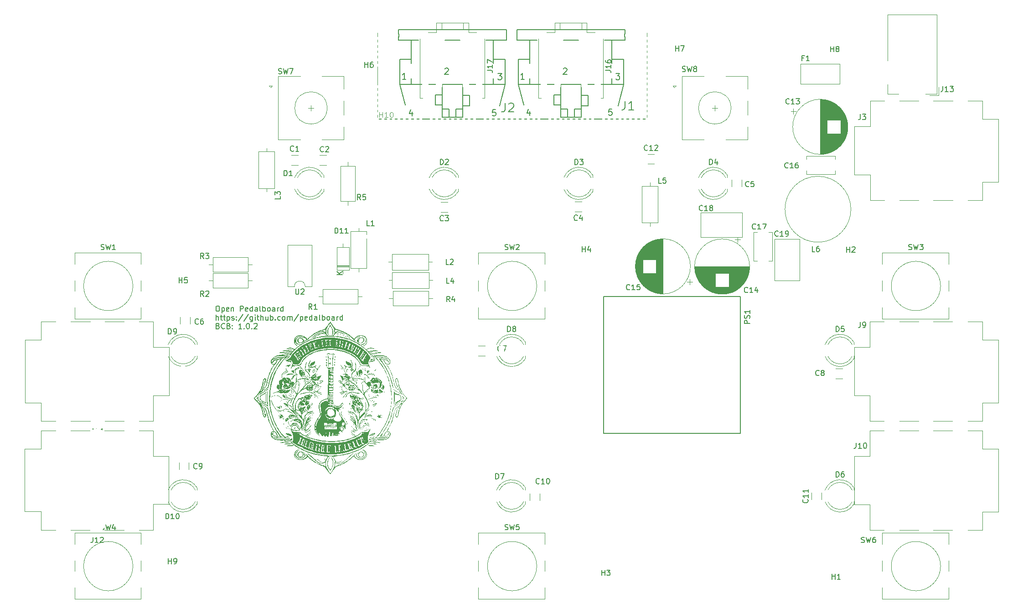
<source format=gto>
G04 #@! TF.GenerationSoftware,KiCad,Pcbnew,7.0.1.1-36-gbcf78dbe24-dirty-deb11*
G04 #@! TF.CreationDate,2023-04-05T23:06:29+00:00*
G04 #@! TF.ProjectId,pedalboard-hw,70656461-6c62-46f6-9172-642d68772e6b,1.0.2*
G04 #@! TF.SameCoordinates,Original*
G04 #@! TF.FileFunction,Legend,Top*
G04 #@! TF.FilePolarity,Positive*
%FSLAX46Y46*%
G04 Gerber Fmt 4.6, Leading zero omitted, Abs format (unit mm)*
G04 Created by KiCad (PCBNEW 7.0.1.1-36-gbcf78dbe24-dirty-deb11) date 2023-04-05 23:06:29*
%MOMM*%
%LPD*%
G01*
G04 APERTURE LIST*
%ADD10C,0.000000*%
%ADD11C,0.008210*%
%ADD12C,0.004304*%
%ADD13C,0.004635*%
%ADD14C,0.150000*%
%ADD15C,0.100000*%
%ADD16C,0.160020*%
%ADD17C,0.127000*%
%ADD18C,0.120000*%
%ADD19C,0.200000*%
%ADD20C,0.152400*%
%ADD21C,2.700000*%
%ADD22C,1.600000*%
%ADD23O,1.200000X2.200000*%
%ADD24O,2.200000X1.200000*%
%ADD25C,3.000000*%
%ADD26R,4.400000X1.800000*%
%ADD27O,4.000000X1.800000*%
%ADD28O,1.800000X4.000000*%
%ADD29O,1.600000X1.600000*%
%ADD30R,1.070000X1.800000*%
%ADD31O,1.070000X1.800000*%
%ADD32R,2.250000X2.250000*%
%ADD33C,2.250000*%
%ADD34R,1.700000X1.700000*%
%ADD35O,1.700000X1.700000*%
%ADD36C,0.600000*%
%ADD37O,3.000000X2.500000*%
%ADD38R,2.400000X1.600000*%
%ADD39O,2.400000X1.600000*%
%ADD40C,2.600000*%
%ADD41R,2.000000X2.000000*%
%ADD42C,2.000000*%
%ADD43C,3.200000*%
%ADD44R,1.600000X1.600000*%
%ADD45C,1.350000*%
%ADD46O,1.350000X1.350000*%
G04 APERTURE END LIST*
D10*
G36*
X76272760Y-84789705D02*
G01*
X76274337Y-84791208D01*
X76275727Y-84793865D01*
X76277935Y-84802562D01*
X76279357Y-84815641D01*
X76279967Y-84832948D01*
X76279741Y-84854326D01*
X76278651Y-84879622D01*
X76276673Y-84908680D01*
X76273779Y-84941344D01*
X76265146Y-85016874D01*
X76262340Y-85037857D01*
X76259234Y-85058395D01*
X76255859Y-85078375D01*
X76252247Y-85097683D01*
X76248428Y-85116205D01*
X76244434Y-85133829D01*
X76240294Y-85150439D01*
X76236041Y-85165923D01*
X76231706Y-85180167D01*
X76227318Y-85193057D01*
X76222911Y-85204479D01*
X76218513Y-85214320D01*
X76214157Y-85222466D01*
X76212004Y-85225868D01*
X76209873Y-85228803D01*
X76207768Y-85231258D01*
X76205692Y-85233218D01*
X76203651Y-85234669D01*
X76201646Y-85235597D01*
X76196449Y-85236591D01*
X76191446Y-85236314D01*
X76186646Y-85234837D01*
X76182057Y-85232235D01*
X76177688Y-85228578D01*
X76173547Y-85223939D01*
X76169642Y-85218391D01*
X76165982Y-85212005D01*
X76162576Y-85204855D01*
X76159431Y-85197012D01*
X76153959Y-85179538D01*
X76149635Y-85160163D01*
X76146525Y-85139465D01*
X76144696Y-85118023D01*
X76144217Y-85096415D01*
X76145153Y-85075221D01*
X76147573Y-85055019D01*
X76151542Y-85036387D01*
X76154130Y-85027842D01*
X76157130Y-85019906D01*
X76160551Y-85012652D01*
X76164402Y-85006153D01*
X76168690Y-85000481D01*
X76173425Y-84995707D01*
X76177511Y-84991956D01*
X76181803Y-84987356D01*
X76186261Y-84981972D01*
X76190843Y-84975864D01*
X76195508Y-84969094D01*
X76200213Y-84961725D01*
X76204919Y-84953819D01*
X76209584Y-84945437D01*
X76214166Y-84936641D01*
X76218624Y-84927495D01*
X76222916Y-84918059D01*
X76227002Y-84908395D01*
X76230840Y-84898566D01*
X76234388Y-84888634D01*
X76237606Y-84878661D01*
X76240451Y-84868708D01*
X76247434Y-84842389D01*
X76253812Y-84821537D01*
X76259559Y-84805998D01*
X76264650Y-84795616D01*
X76266942Y-84792311D01*
X76269059Y-84790237D01*
X76271000Y-84789374D01*
X76272760Y-84789705D01*
G37*
G36*
X71948414Y-93282293D02*
G01*
X71956098Y-93282883D01*
X71963637Y-93283782D01*
X71971015Y-93284982D01*
X71978214Y-93286475D01*
X71985220Y-93288255D01*
X71992016Y-93290315D01*
X71998586Y-93292648D01*
X72004914Y-93295246D01*
X72010983Y-93298103D01*
X72016778Y-93301210D01*
X72022282Y-93304562D01*
X72027479Y-93308151D01*
X72032354Y-93311970D01*
X72036889Y-93316012D01*
X72041069Y-93320270D01*
X72044877Y-93324736D01*
X72048298Y-93329403D01*
X72051315Y-93334266D01*
X72053913Y-93339315D01*
X72056074Y-93344545D01*
X72057783Y-93349947D01*
X72059024Y-93355516D01*
X72059780Y-93361244D01*
X72060036Y-93367123D01*
X72059944Y-93368745D01*
X72059670Y-93370304D01*
X72059222Y-93371796D01*
X72058602Y-93373221D01*
X72057818Y-93374576D01*
X72056873Y-93375859D01*
X72055773Y-93377069D01*
X72054523Y-93378203D01*
X72053129Y-93379260D01*
X72051595Y-93380237D01*
X72048129Y-93381945D01*
X72044167Y-93383312D01*
X72039751Y-93384323D01*
X72034921Y-93384961D01*
X72029718Y-93385212D01*
X72024185Y-93385060D01*
X72018363Y-93384489D01*
X72012293Y-93383483D01*
X72006016Y-93382029D01*
X71999573Y-93380109D01*
X71993007Y-93377708D01*
X71985737Y-93375929D01*
X71978503Y-93374559D01*
X71971342Y-93373592D01*
X71964289Y-93373022D01*
X71957381Y-93372846D01*
X71950653Y-93373057D01*
X71944143Y-93373650D01*
X71937886Y-93374621D01*
X71934863Y-93375247D01*
X71931918Y-93375964D01*
X71929054Y-93376774D01*
X71926276Y-93377674D01*
X71923588Y-93378665D01*
X71920995Y-93379745D01*
X71918502Y-93380915D01*
X71916113Y-93382173D01*
X71913832Y-93383520D01*
X71911664Y-93384953D01*
X71909614Y-93386473D01*
X71907686Y-93388078D01*
X71905884Y-93389769D01*
X71904214Y-93391545D01*
X71902679Y-93393404D01*
X71901285Y-93395347D01*
X71899019Y-93398650D01*
X71896221Y-93401928D01*
X71892937Y-93405153D01*
X71889214Y-93408301D01*
X71885098Y-93411346D01*
X71880636Y-93414261D01*
X71875874Y-93417022D01*
X71870859Y-93419601D01*
X71865637Y-93421974D01*
X71860254Y-93424114D01*
X71854759Y-93425996D01*
X71849196Y-93427594D01*
X71843612Y-93428882D01*
X71838054Y-93429833D01*
X71832568Y-93430423D01*
X71827202Y-93430626D01*
X71819334Y-93430291D01*
X71812255Y-93429312D01*
X71805949Y-93427727D01*
X71800399Y-93425575D01*
X71795588Y-93422893D01*
X71791499Y-93419719D01*
X71788115Y-93416092D01*
X71785420Y-93412049D01*
X71783397Y-93407630D01*
X71782028Y-93402871D01*
X71781298Y-93397811D01*
X71781189Y-93392488D01*
X71781685Y-93386940D01*
X71782769Y-93381206D01*
X71784424Y-93375323D01*
X71786633Y-93369330D01*
X71789379Y-93363264D01*
X71792646Y-93357164D01*
X71796417Y-93351068D01*
X71800675Y-93345014D01*
X71805403Y-93339040D01*
X71810585Y-93333184D01*
X71816203Y-93327485D01*
X71822241Y-93321980D01*
X71828682Y-93316708D01*
X71835510Y-93311706D01*
X71842707Y-93307013D01*
X71850256Y-93302667D01*
X71858142Y-93298706D01*
X71866346Y-93295168D01*
X71874853Y-93292091D01*
X71883646Y-93289514D01*
X71891911Y-93287384D01*
X71900161Y-93285618D01*
X71908378Y-93284211D01*
X71916547Y-93283154D01*
X71924651Y-93282441D01*
X71932674Y-93282065D01*
X71940601Y-93282018D01*
X71948414Y-93282293D01*
G37*
G36*
X63589400Y-92129915D02*
G01*
X63592357Y-92131119D01*
X63595030Y-92133032D01*
X63597423Y-92135662D01*
X63599543Y-92139017D01*
X63601394Y-92143106D01*
X63602981Y-92147938D01*
X63605386Y-92159861D01*
X63606798Y-92174853D01*
X63607260Y-92192982D01*
X63606812Y-92214315D01*
X63605496Y-92238919D01*
X63603353Y-92266862D01*
X63600425Y-92298210D01*
X63598729Y-92319045D01*
X63597607Y-92339219D01*
X63597053Y-92358732D01*
X63597062Y-92377583D01*
X63597630Y-92395773D01*
X63598751Y-92413302D01*
X63600419Y-92430169D01*
X63602630Y-92446375D01*
X63605378Y-92461919D01*
X63608659Y-92476802D01*
X63612466Y-92491023D01*
X63616796Y-92504583D01*
X63621642Y-92517481D01*
X63627000Y-92529718D01*
X63632865Y-92541294D01*
X63639230Y-92552208D01*
X63644558Y-92561205D01*
X63649938Y-92570936D01*
X63660728Y-92592227D01*
X63671353Y-92615336D01*
X63681564Y-92639521D01*
X63691114Y-92664035D01*
X63699754Y-92688137D01*
X63707237Y-92711081D01*
X63713314Y-92732124D01*
X63714398Y-92737074D01*
X63715662Y-92741997D01*
X63717099Y-92746887D01*
X63718702Y-92751740D01*
X63722383Y-92761308D01*
X63726653Y-92770654D01*
X63731461Y-92779731D01*
X63736754Y-92788492D01*
X63742482Y-92796893D01*
X63748592Y-92804884D01*
X63755032Y-92812422D01*
X63761752Y-92819457D01*
X63768699Y-92825946D01*
X63775822Y-92831840D01*
X63783068Y-92837093D01*
X63790388Y-92841659D01*
X63794058Y-92843669D01*
X63797727Y-92845491D01*
X63801389Y-92847117D01*
X63805036Y-92848542D01*
X63811724Y-92850890D01*
X63818520Y-92853930D01*
X63825368Y-92857611D01*
X63832211Y-92861881D01*
X63838992Y-92866689D01*
X63845654Y-92871982D01*
X63852140Y-92877709D01*
X63858394Y-92883819D01*
X63864358Y-92890260D01*
X63869976Y-92896979D01*
X63875191Y-92903926D01*
X63879946Y-92911049D01*
X63884184Y-92918296D01*
X63887849Y-92925615D01*
X63890883Y-92932954D01*
X63892146Y-92936616D01*
X63893230Y-92940263D01*
X63896258Y-92949183D01*
X63899389Y-92957421D01*
X63902619Y-92964978D01*
X63905950Y-92971855D01*
X63909378Y-92978053D01*
X63912904Y-92983571D01*
X63916525Y-92988411D01*
X63920240Y-92992574D01*
X63924048Y-92996060D01*
X63927949Y-92998869D01*
X63931939Y-93001003D01*
X63936019Y-93002462D01*
X63940186Y-93003246D01*
X63944440Y-93003357D01*
X63948779Y-93002794D01*
X63953203Y-93001559D01*
X63957709Y-92999652D01*
X63962296Y-92997074D01*
X63966963Y-92993826D01*
X63971710Y-92989908D01*
X63976533Y-92985320D01*
X63981433Y-92980064D01*
X63986408Y-92974140D01*
X63991457Y-92967549D01*
X63996578Y-92960291D01*
X64001770Y-92952367D01*
X64012362Y-92934523D01*
X64023222Y-92914024D01*
X64034341Y-92890873D01*
X64070794Y-92817818D01*
X64106358Y-92751919D01*
X64141467Y-92692894D01*
X64176555Y-92640457D01*
X64194227Y-92616621D01*
X64212057Y-92594325D01*
X64230098Y-92573534D01*
X64248406Y-92554213D01*
X64267034Y-92536326D01*
X64286037Y-92519837D01*
X64305468Y-92504711D01*
X64325383Y-92490913D01*
X64345835Y-92478406D01*
X64366879Y-92467156D01*
X64388569Y-92457127D01*
X64410959Y-92448283D01*
X64434104Y-92440589D01*
X64458057Y-92434010D01*
X64482874Y-92428509D01*
X64508607Y-92424051D01*
X64535312Y-92420601D01*
X64563043Y-92418123D01*
X64621799Y-92415941D01*
X64685310Y-92417222D01*
X64754008Y-92421681D01*
X64778505Y-92423951D01*
X64803012Y-92426776D01*
X64851849Y-92434001D01*
X64900108Y-92443168D01*
X64947375Y-92454093D01*
X64993236Y-92466588D01*
X65037278Y-92480468D01*
X65079088Y-92495547D01*
X65118251Y-92511639D01*
X65154356Y-92528558D01*
X65171132Y-92537270D01*
X65186988Y-92546118D01*
X65201872Y-92555080D01*
X65215734Y-92564132D01*
X65228520Y-92573252D01*
X65240180Y-92582415D01*
X65250662Y-92591599D01*
X65259914Y-92600781D01*
X65267884Y-92609936D01*
X65274521Y-92619043D01*
X65279773Y-92628077D01*
X65283588Y-92637016D01*
X65285915Y-92645836D01*
X65286703Y-92654513D01*
X65286620Y-92662566D01*
X65286207Y-92669493D01*
X65285214Y-92675241D01*
X65283395Y-92679759D01*
X65282098Y-92681541D01*
X65280501Y-92682996D01*
X65278574Y-92684118D01*
X65276284Y-92684900D01*
X65273602Y-92685335D01*
X65270497Y-92685418D01*
X65262890Y-92684500D01*
X65253216Y-92682094D01*
X65241227Y-92678147D01*
X65226675Y-92672609D01*
X65209312Y-92665428D01*
X65165159Y-92645929D01*
X65106786Y-92619236D01*
X65073158Y-92604892D01*
X65040998Y-92592289D01*
X65010202Y-92581432D01*
X64980668Y-92572328D01*
X64952290Y-92564980D01*
X64924967Y-92559395D01*
X64898595Y-92555577D01*
X64873071Y-92553531D01*
X64848290Y-92553263D01*
X64824150Y-92554778D01*
X64800548Y-92558081D01*
X64777380Y-92563178D01*
X64754542Y-92570072D01*
X64731932Y-92578770D01*
X64709446Y-92589277D01*
X64686980Y-92601597D01*
X64665331Y-92613579D01*
X64638143Y-92628000D01*
X64571446Y-92662010D01*
X64495488Y-92699327D01*
X64418870Y-92735652D01*
X64386309Y-92752172D01*
X64354839Y-92769917D01*
X64324557Y-92788788D01*
X64295563Y-92808688D01*
X64267953Y-92829518D01*
X64241826Y-92851179D01*
X64217281Y-92873575D01*
X64194415Y-92896607D01*
X64173326Y-92920175D01*
X64154114Y-92944184D01*
X64136875Y-92968533D01*
X64121709Y-92993125D01*
X64108713Y-93017862D01*
X64097986Y-93042646D01*
X64093504Y-93055024D01*
X64089626Y-93067378D01*
X64086364Y-93079694D01*
X64083730Y-93091960D01*
X64081584Y-93101271D01*
X64079124Y-93110023D01*
X64076370Y-93118213D01*
X64073340Y-93125838D01*
X64070051Y-93132898D01*
X64066522Y-93139390D01*
X64062771Y-93145313D01*
X64058816Y-93150663D01*
X64054674Y-93155440D01*
X64050365Y-93159642D01*
X64045905Y-93163266D01*
X64041314Y-93166311D01*
X64036610Y-93168774D01*
X64031809Y-93170654D01*
X64026932Y-93171949D01*
X64021994Y-93172656D01*
X64017016Y-93172775D01*
X64012014Y-93172302D01*
X64007007Y-93171237D01*
X64002013Y-93169576D01*
X63997050Y-93167319D01*
X63992136Y-93164463D01*
X63987289Y-93161006D01*
X63982527Y-93156946D01*
X63977869Y-93152282D01*
X63973332Y-93147011D01*
X63968935Y-93141132D01*
X63964696Y-93134642D01*
X63960632Y-93127540D01*
X63956761Y-93119824D01*
X63953103Y-93111491D01*
X63949675Y-93102540D01*
X63945965Y-93093910D01*
X63941489Y-93085254D01*
X63936311Y-93076628D01*
X63930492Y-93068091D01*
X63924095Y-93059698D01*
X63917181Y-93051506D01*
X63909812Y-93043573D01*
X63902050Y-93035955D01*
X63893957Y-93028709D01*
X63885596Y-93021892D01*
X63877028Y-93015560D01*
X63868315Y-93009772D01*
X63859520Y-93004582D01*
X63850704Y-93000049D01*
X63841929Y-92996229D01*
X63833258Y-92993179D01*
X63817571Y-92988021D01*
X63802183Y-92980357D01*
X63786982Y-92969995D01*
X63771853Y-92956744D01*
X63756682Y-92940414D01*
X63741357Y-92920812D01*
X63725763Y-92897748D01*
X63709786Y-92871031D01*
X63693313Y-92840468D01*
X63676231Y-92805870D01*
X63658425Y-92767044D01*
X63639782Y-92723801D01*
X63599529Y-92623293D01*
X63554564Y-92502818D01*
X63540876Y-92464793D01*
X63528905Y-92429961D01*
X63518628Y-92398127D01*
X63510026Y-92369093D01*
X63503077Y-92342664D01*
X63500216Y-92330365D01*
X63497761Y-92318644D01*
X63495709Y-92307475D01*
X63494058Y-92296834D01*
X63492804Y-92286698D01*
X63491946Y-92277041D01*
X63491480Y-92267838D01*
X63491405Y-92259066D01*
X63491717Y-92250699D01*
X63492414Y-92242714D01*
X63493494Y-92235085D01*
X63494953Y-92227788D01*
X63496790Y-92220798D01*
X63499001Y-92214092D01*
X63501585Y-92207644D01*
X63504537Y-92201429D01*
X63507857Y-92195424D01*
X63511541Y-92189604D01*
X63515587Y-92183944D01*
X63519992Y-92178419D01*
X63524754Y-92173006D01*
X63529869Y-92167679D01*
X63543064Y-92154998D01*
X63554894Y-92144783D01*
X63565402Y-92137100D01*
X63570172Y-92134229D01*
X63574628Y-92132016D01*
X63578773Y-92130470D01*
X63582614Y-92129599D01*
X63586154Y-92129411D01*
X63589400Y-92129915D01*
G37*
G36*
X77645412Y-92076611D02*
G01*
X77648132Y-92077082D01*
X77650913Y-92077812D01*
X77653768Y-92078803D01*
X77656705Y-92080055D01*
X77659735Y-92081569D01*
X77662868Y-92083345D01*
X77666115Y-92085383D01*
X77669486Y-92087685D01*
X77672991Y-92090252D01*
X77680446Y-92096180D01*
X77688562Y-92103173D01*
X77697423Y-92111235D01*
X77705486Y-92119473D01*
X77709115Y-92123334D01*
X77712479Y-92127035D01*
X77715576Y-92130582D01*
X77718407Y-92133986D01*
X77720974Y-92137254D01*
X77723276Y-92140395D01*
X77725315Y-92143417D01*
X77727091Y-92146329D01*
X77728604Y-92149138D01*
X77729857Y-92151854D01*
X77730848Y-92154484D01*
X77731578Y-92157038D01*
X77732049Y-92159523D01*
X77732261Y-92161948D01*
X77732215Y-92164321D01*
X77731911Y-92166651D01*
X77731350Y-92168946D01*
X77730532Y-92171215D01*
X77729459Y-92173465D01*
X77728130Y-92175706D01*
X77726547Y-92177946D01*
X77724710Y-92180192D01*
X77722620Y-92182455D01*
X77720277Y-92184741D01*
X77717682Y-92187059D01*
X77714836Y-92189418D01*
X77711739Y-92191826D01*
X77708393Y-92194292D01*
X77700952Y-92199429D01*
X77691768Y-92204993D01*
X77682750Y-92209794D01*
X77673921Y-92213853D01*
X77665302Y-92217193D01*
X77656916Y-92219835D01*
X77648785Y-92221801D01*
X77640930Y-92223113D01*
X77633373Y-92223794D01*
X77626137Y-92223865D01*
X77619243Y-92223348D01*
X77612713Y-92222266D01*
X77606570Y-92220639D01*
X77600835Y-92218490D01*
X77595530Y-92215842D01*
X77590677Y-92212715D01*
X77586299Y-92209133D01*
X77582416Y-92205116D01*
X77579052Y-92200687D01*
X77576228Y-92195868D01*
X77573965Y-92190681D01*
X77572287Y-92185147D01*
X77571214Y-92179290D01*
X77570770Y-92173130D01*
X77570975Y-92166689D01*
X77571852Y-92159990D01*
X77573423Y-92153055D01*
X77575709Y-92145905D01*
X77578734Y-92138563D01*
X77582517Y-92131050D01*
X77587083Y-92123389D01*
X77592452Y-92115601D01*
X77598647Y-92107708D01*
X77605027Y-92100268D01*
X77610993Y-92093824D01*
X77613848Y-92090978D01*
X77616630Y-92088384D01*
X77619349Y-92086041D01*
X77622018Y-92083951D01*
X77624645Y-92082114D01*
X77627240Y-92080530D01*
X77629816Y-92079202D01*
X77632381Y-92078128D01*
X77634945Y-92077311D01*
X77637521Y-92076749D01*
X77640117Y-92076445D01*
X77642743Y-92076399D01*
X77645412Y-92076611D01*
G37*
G36*
X75174622Y-89700882D02*
G01*
X75177078Y-89701202D01*
X75179659Y-89701834D01*
X75182376Y-89702779D01*
X75185239Y-89704037D01*
X75188260Y-89705611D01*
X75191450Y-89707502D01*
X75194819Y-89709710D01*
X75198379Y-89712237D01*
X75206114Y-89718254D01*
X75214743Y-89725563D01*
X75224354Y-89734174D01*
X75235034Y-89744098D01*
X75241524Y-89750241D01*
X75247757Y-89756741D01*
X75253727Y-89763561D01*
X75259426Y-89770666D01*
X75264845Y-89778019D01*
X75269978Y-89785583D01*
X75274816Y-89793323D01*
X75279352Y-89801203D01*
X75283578Y-89809186D01*
X75287486Y-89817237D01*
X75291069Y-89825318D01*
X75294318Y-89833394D01*
X75297226Y-89841429D01*
X75299785Y-89849386D01*
X75301988Y-89857230D01*
X75303826Y-89864924D01*
X75305293Y-89872431D01*
X75306379Y-89879717D01*
X75307078Y-89886744D01*
X75307382Y-89893477D01*
X75307282Y-89899879D01*
X75306772Y-89905914D01*
X75305843Y-89911545D01*
X75304488Y-89916738D01*
X75302698Y-89921455D01*
X75300467Y-89925661D01*
X75297787Y-89929319D01*
X75294649Y-89932393D01*
X75291045Y-89934846D01*
X75286970Y-89936644D01*
X75282413Y-89937749D01*
X75277368Y-89938125D01*
X75272278Y-89937699D01*
X75266949Y-89936448D01*
X75261410Y-89934419D01*
X75255692Y-89931655D01*
X75249824Y-89928202D01*
X75243836Y-89924103D01*
X75231618Y-89914147D01*
X75219276Y-89902145D01*
X75207047Y-89888454D01*
X75195170Y-89873429D01*
X75183883Y-89857427D01*
X75173422Y-89840805D01*
X75164025Y-89823920D01*
X75155931Y-89807128D01*
X75149377Y-89790785D01*
X75144600Y-89775249D01*
X75142953Y-89767894D01*
X75141839Y-89760875D01*
X75141288Y-89754235D01*
X75141331Y-89748020D01*
X75141996Y-89742274D01*
X75143314Y-89737042D01*
X75147173Y-89728362D01*
X75150872Y-89720850D01*
X75154498Y-89714516D01*
X75156312Y-89711794D01*
X75158141Y-89709370D01*
X75159995Y-89707247D01*
X75161886Y-89705424D01*
X75163825Y-89703904D01*
X75165823Y-89702687D01*
X75167890Y-89701775D01*
X75170039Y-89701169D01*
X75172279Y-89700871D01*
X75174622Y-89700882D01*
G37*
G36*
X66637051Y-79003071D02*
G01*
X66637990Y-79003598D01*
X66638903Y-79004476D01*
X66639798Y-79005706D01*
X66640683Y-79007288D01*
X66641566Y-79009220D01*
X66643354Y-79014140D01*
X66645224Y-79020465D01*
X66647240Y-79028196D01*
X66651952Y-79047875D01*
X66653473Y-79054426D01*
X66654732Y-79060840D01*
X66655736Y-79067108D01*
X66656493Y-79073217D01*
X66657010Y-79079155D01*
X66657293Y-79084911D01*
X66657351Y-79090474D01*
X66657189Y-79095831D01*
X66656815Y-79100970D01*
X66656237Y-79105882D01*
X66655461Y-79110553D01*
X66654495Y-79114972D01*
X66653345Y-79119127D01*
X66652019Y-79123007D01*
X66650523Y-79126601D01*
X66648866Y-79129896D01*
X66647053Y-79132881D01*
X66645092Y-79135544D01*
X66642991Y-79137874D01*
X66640756Y-79139859D01*
X66638394Y-79141488D01*
X66635913Y-79142748D01*
X66633319Y-79143628D01*
X66630620Y-79144117D01*
X66627823Y-79144203D01*
X66624935Y-79143875D01*
X66621963Y-79143119D01*
X66618914Y-79141926D01*
X66615795Y-79140284D01*
X66612614Y-79138180D01*
X66609377Y-79135603D01*
X66606091Y-79132542D01*
X66604820Y-79131468D01*
X66603650Y-79130234D01*
X66602582Y-79128847D01*
X66601613Y-79127312D01*
X66599968Y-79123821D01*
X66598705Y-79119808D01*
X66597814Y-79115320D01*
X66597285Y-79110403D01*
X66597108Y-79105104D01*
X66597272Y-79099468D01*
X66597766Y-79093544D01*
X66598581Y-79087376D01*
X66599706Y-79081012D01*
X66601130Y-79074498D01*
X66602844Y-79067881D01*
X66604837Y-79061207D01*
X66607099Y-79054523D01*
X66609619Y-79047875D01*
X66618962Y-79028196D01*
X66622797Y-79020465D01*
X66626156Y-79014140D01*
X66629101Y-79009220D01*
X66630439Y-79007288D01*
X66631696Y-79005706D01*
X66632880Y-79004476D01*
X66634000Y-79003598D01*
X66635064Y-79003071D01*
X66636078Y-79002895D01*
X66637051Y-79003071D01*
G37*
G36*
X66641397Y-89925393D02*
G01*
X66642645Y-89926057D01*
X66643801Y-89927328D01*
X66644876Y-89929202D01*
X66645882Y-89931678D01*
X66646829Y-89934755D01*
X66648590Y-89942700D01*
X66650248Y-89953022D01*
X66651891Y-89965706D01*
X66655481Y-89998097D01*
X66658437Y-90018650D01*
X66661930Y-90040154D01*
X66665836Y-90061907D01*
X66670032Y-90083205D01*
X66674394Y-90103345D01*
X66678797Y-90121625D01*
X66683117Y-90137341D01*
X66685207Y-90144019D01*
X66687231Y-90149792D01*
X66692296Y-90162066D01*
X66696911Y-90174397D01*
X66701080Y-90186761D01*
X66704808Y-90199132D01*
X66708099Y-90211485D01*
X66710958Y-90223794D01*
X66713389Y-90236036D01*
X66715398Y-90248183D01*
X66716988Y-90260212D01*
X66718163Y-90272096D01*
X66718929Y-90283812D01*
X66719291Y-90295332D01*
X66719251Y-90306634D01*
X66718816Y-90317690D01*
X66717989Y-90328477D01*
X66716776Y-90338968D01*
X66715180Y-90349139D01*
X66713206Y-90358964D01*
X66710858Y-90368419D01*
X66708142Y-90377478D01*
X66705062Y-90386115D01*
X66701621Y-90394306D01*
X66697826Y-90402026D01*
X66693680Y-90409249D01*
X66689187Y-90415950D01*
X66684353Y-90422103D01*
X66679181Y-90427685D01*
X66673677Y-90432669D01*
X66667845Y-90437030D01*
X66661689Y-90440743D01*
X66655214Y-90443784D01*
X66648424Y-90446125D01*
X66627935Y-90451288D01*
X66608163Y-90455553D01*
X66589143Y-90458952D01*
X66570910Y-90461518D01*
X66553498Y-90463283D01*
X66536943Y-90464279D01*
X66521279Y-90464539D01*
X66506542Y-90464095D01*
X66492766Y-90462979D01*
X66479985Y-90461223D01*
X66468236Y-90458861D01*
X66457553Y-90455923D01*
X66447970Y-90452443D01*
X66439523Y-90448452D01*
X66432246Y-90443984D01*
X66426175Y-90439069D01*
X66421344Y-90433742D01*
X66417788Y-90428033D01*
X66415542Y-90421976D01*
X66414641Y-90415601D01*
X66415119Y-90408943D01*
X66417013Y-90402033D01*
X66420355Y-90394903D01*
X66425183Y-90387586D01*
X66431529Y-90380114D01*
X66439430Y-90372519D01*
X66448920Y-90364834D01*
X66460033Y-90357090D01*
X66472806Y-90349321D01*
X66487272Y-90341558D01*
X66503467Y-90333834D01*
X66521425Y-90326181D01*
X66531429Y-90321860D01*
X66540936Y-90317497D01*
X66549944Y-90313090D01*
X66558453Y-90308638D01*
X66566460Y-90304139D01*
X66573964Y-90299592D01*
X66580965Y-90294997D01*
X66587461Y-90290351D01*
X66593450Y-90285653D01*
X66598931Y-90280902D01*
X66603903Y-90276097D01*
X66608365Y-90271237D01*
X66612316Y-90266320D01*
X66615753Y-90261344D01*
X66618677Y-90256309D01*
X66621085Y-90251214D01*
X66622976Y-90246056D01*
X66624349Y-90240836D01*
X66625203Y-90235550D01*
X66625536Y-90230199D01*
X66625347Y-90224780D01*
X66624635Y-90219293D01*
X66623398Y-90213737D01*
X66621636Y-90208109D01*
X66619346Y-90202409D01*
X66616528Y-90196635D01*
X66613181Y-90190787D01*
X66609302Y-90184862D01*
X66604891Y-90178859D01*
X66599947Y-90172778D01*
X66594468Y-90166617D01*
X66588452Y-90160374D01*
X66583493Y-90154911D01*
X66579206Y-90149081D01*
X66575600Y-90142849D01*
X66572688Y-90136176D01*
X66570478Y-90129029D01*
X66568981Y-90121369D01*
X66568207Y-90113162D01*
X66568168Y-90104371D01*
X66568872Y-90094960D01*
X66570331Y-90084893D01*
X66572555Y-90074133D01*
X66575554Y-90062644D01*
X66579338Y-90050391D01*
X66583919Y-90037337D01*
X66589305Y-90023445D01*
X66595508Y-90008680D01*
X66611831Y-89972776D01*
X66618475Y-89958629D01*
X66624226Y-89946999D01*
X66629171Y-89937871D01*
X66633397Y-89931228D01*
X66635268Y-89928833D01*
X66636993Y-89927055D01*
X66638582Y-89925890D01*
X66640046Y-89925337D01*
X66641397Y-89925393D01*
G37*
G36*
X64564178Y-82586928D02*
G01*
X64565934Y-82587201D01*
X64570061Y-82588459D01*
X64574974Y-82590646D01*
X64580630Y-82593743D01*
X64586990Y-82597729D01*
X64594011Y-82602583D01*
X64601652Y-82608285D01*
X64609872Y-82614813D01*
X64618630Y-82622148D01*
X64627883Y-82630267D01*
X64637592Y-82639152D01*
X64646232Y-82648458D01*
X64654294Y-82657827D01*
X64661779Y-82667221D01*
X64668687Y-82676600D01*
X64675019Y-82685925D01*
X64680775Y-82695156D01*
X64685956Y-82704255D01*
X64690563Y-82713180D01*
X64694597Y-82721894D01*
X64698057Y-82730357D01*
X64700945Y-82738529D01*
X64703262Y-82746370D01*
X64705007Y-82753843D01*
X64706182Y-82760906D01*
X64706788Y-82767521D01*
X64706824Y-82773649D01*
X64706292Y-82779249D01*
X64705192Y-82784283D01*
X64703525Y-82788711D01*
X64701291Y-82792493D01*
X64698492Y-82795591D01*
X64696880Y-82796871D01*
X64695127Y-82797965D01*
X64693233Y-82798868D01*
X64691198Y-82799575D01*
X64686705Y-82800383D01*
X64681648Y-82800348D01*
X64676029Y-82799431D01*
X64669848Y-82797593D01*
X64663106Y-82794794D01*
X64655803Y-82790996D01*
X64647940Y-82786158D01*
X64639517Y-82780242D01*
X64630536Y-82773207D01*
X64623586Y-82767715D01*
X64617272Y-82763168D01*
X64611568Y-82759604D01*
X64608937Y-82758201D01*
X64606448Y-82757057D01*
X64604099Y-82756177D01*
X64601886Y-82755565D01*
X64599806Y-82755225D01*
X64597856Y-82755163D01*
X64596032Y-82755382D01*
X64594332Y-82755887D01*
X64592752Y-82756683D01*
X64591289Y-82757774D01*
X64589940Y-82759165D01*
X64588701Y-82760860D01*
X64587570Y-82762864D01*
X64586542Y-82765182D01*
X64585615Y-82767817D01*
X64584786Y-82770774D01*
X64583407Y-82777674D01*
X64582379Y-82785917D01*
X64581678Y-82795540D01*
X64581275Y-82806579D01*
X64581147Y-82819070D01*
X64581268Y-82828282D01*
X64581622Y-82837370D01*
X64582193Y-82846293D01*
X64582966Y-82855008D01*
X64583925Y-82863476D01*
X64585054Y-82871655D01*
X64586338Y-82879503D01*
X64587762Y-82886979D01*
X64589309Y-82894041D01*
X64590966Y-82900649D01*
X64592715Y-82906760D01*
X64594542Y-82912334D01*
X64596431Y-82917330D01*
X64598366Y-82921705D01*
X64600332Y-82925419D01*
X64602314Y-82928430D01*
X64606149Y-82933056D01*
X64609716Y-82938937D01*
X64613017Y-82945984D01*
X64616053Y-82954110D01*
X64621336Y-82973241D01*
X64625575Y-82995623D01*
X64628781Y-83020548D01*
X64630963Y-83047307D01*
X64632133Y-83075193D01*
X64632300Y-83103497D01*
X64631475Y-83131511D01*
X64629668Y-83158529D01*
X64626889Y-83183841D01*
X64623150Y-83206740D01*
X64618459Y-83226517D01*
X64612828Y-83242465D01*
X64609663Y-83248782D01*
X64606267Y-83253876D01*
X64602641Y-83257659D01*
X64598786Y-83260042D01*
X64590472Y-83261329D01*
X64580184Y-83260004D01*
X64568081Y-83256225D01*
X64554317Y-83250148D01*
X64539049Y-83241932D01*
X64522434Y-83231734D01*
X64485787Y-83206023D01*
X64445626Y-83174276D01*
X64403201Y-83137754D01*
X64359763Y-83097719D01*
X64316564Y-83055430D01*
X64274852Y-83012149D01*
X64235879Y-82969137D01*
X64200896Y-82927655D01*
X64171153Y-82888963D01*
X64147900Y-82854322D01*
X64139099Y-82838915D01*
X64132389Y-82824994D01*
X64127927Y-82812716D01*
X64125869Y-82802239D01*
X64126372Y-82793721D01*
X64129591Y-82787319D01*
X64138301Y-82776953D01*
X64147224Y-82767026D01*
X64156345Y-82757543D01*
X64165648Y-82748506D01*
X64175119Y-82739922D01*
X64184743Y-82731795D01*
X64194505Y-82724129D01*
X64204391Y-82716929D01*
X64214386Y-82710199D01*
X64224474Y-82703943D01*
X64234640Y-82698167D01*
X64244871Y-82692875D01*
X64255151Y-82688071D01*
X64265465Y-82683760D01*
X64275799Y-82679947D01*
X64286137Y-82676635D01*
X64296464Y-82673830D01*
X64306767Y-82671536D01*
X64317029Y-82669757D01*
X64327237Y-82668498D01*
X64337374Y-82667764D01*
X64347428Y-82667558D01*
X64357381Y-82667887D01*
X64367220Y-82668753D01*
X64376931Y-82670162D01*
X64386497Y-82672118D01*
X64395904Y-82674626D01*
X64405137Y-82677690D01*
X64414182Y-82681314D01*
X64423023Y-82685504D01*
X64431646Y-82690264D01*
X64440036Y-82695598D01*
X64448250Y-82701201D01*
X64456343Y-82706116D01*
X64464300Y-82710355D01*
X64472103Y-82713932D01*
X64479735Y-82716861D01*
X64487180Y-82719154D01*
X64494421Y-82720826D01*
X64501441Y-82721890D01*
X64508224Y-82722360D01*
X64514751Y-82722249D01*
X64521008Y-82721571D01*
X64526976Y-82720340D01*
X64532640Y-82718568D01*
X64537982Y-82716270D01*
X64542985Y-82713459D01*
X64547633Y-82710149D01*
X64551909Y-82706353D01*
X64555796Y-82702085D01*
X64559278Y-82697358D01*
X64562337Y-82692186D01*
X64564957Y-82686583D01*
X64567121Y-82680562D01*
X64568811Y-82674136D01*
X64570013Y-82667320D01*
X64570708Y-82660126D01*
X64570879Y-82652569D01*
X64570511Y-82644661D01*
X64569586Y-82636417D01*
X64568087Y-82627850D01*
X64565998Y-82618974D01*
X64563301Y-82609802D01*
X64559981Y-82600348D01*
X64558527Y-82595590D01*
X64558190Y-82593608D01*
X64558107Y-82591887D01*
X64558271Y-82590424D01*
X64558678Y-82589217D01*
X64559323Y-82588263D01*
X64560201Y-82587560D01*
X64561306Y-82587104D01*
X64562633Y-82586895D01*
X64564178Y-82586928D01*
G37*
G36*
X76203114Y-84402948D02*
G01*
X76211788Y-84403207D01*
X76220959Y-84403694D01*
X76230585Y-84404413D01*
X76240624Y-84405370D01*
X76251035Y-84406570D01*
X76265517Y-84408074D01*
X76278589Y-84410008D01*
X76290327Y-84412468D01*
X76295721Y-84413927D01*
X76300810Y-84415554D01*
X76305605Y-84417362D01*
X76310114Y-84419363D01*
X76314349Y-84421570D01*
X76318318Y-84423994D01*
X76322031Y-84426649D01*
X76325499Y-84429545D01*
X76328729Y-84432696D01*
X76331733Y-84436114D01*
X76334520Y-84439811D01*
X76337100Y-84443799D01*
X76339482Y-84448091D01*
X76341676Y-84452699D01*
X76343692Y-84457635D01*
X76345539Y-84462911D01*
X76348766Y-84474534D01*
X76351435Y-84487666D01*
X76353623Y-84502404D01*
X76355408Y-84518849D01*
X76356868Y-84537096D01*
X76360155Y-84575310D01*
X76361078Y-84590349D01*
X76361334Y-84602692D01*
X76361168Y-84607854D01*
X76360784Y-84612347D01*
X76360163Y-84616170D01*
X76359288Y-84619325D01*
X76358141Y-84621813D01*
X76356707Y-84623637D01*
X76354965Y-84624796D01*
X76352901Y-84625292D01*
X76350495Y-84625127D01*
X76347730Y-84624301D01*
X76344590Y-84622817D01*
X76341057Y-84620675D01*
X76337112Y-84617877D01*
X76332739Y-84614424D01*
X76322639Y-84605558D01*
X76310617Y-84594087D01*
X76296532Y-84580023D01*
X76261620Y-84544152D01*
X76239701Y-84520746D01*
X76219230Y-84498456D01*
X76200661Y-84477738D01*
X76184448Y-84459045D01*
X76177368Y-84450600D01*
X76171047Y-84442832D01*
X76165542Y-84435798D01*
X76160911Y-84429554D01*
X76157210Y-84424158D01*
X76154496Y-84419667D01*
X76153527Y-84417778D01*
X76152826Y-84416136D01*
X76152400Y-84414749D01*
X76152257Y-84413624D01*
X76152380Y-84412652D01*
X76152746Y-84411723D01*
X76153350Y-84410836D01*
X76154186Y-84409993D01*
X76156536Y-84408438D01*
X76159753Y-84407065D01*
X76163798Y-84405877D01*
X76168628Y-84404881D01*
X76174202Y-84404081D01*
X76180479Y-84403482D01*
X76187418Y-84403090D01*
X76194976Y-84402911D01*
X76203114Y-84402948D01*
G37*
G36*
X70545054Y-79778196D02*
G01*
X70546975Y-79778409D01*
X70548852Y-79778758D01*
X70550684Y-79779241D01*
X70552469Y-79779853D01*
X70554207Y-79780590D01*
X70555895Y-79781448D01*
X70557533Y-79782424D01*
X70559119Y-79783514D01*
X70560652Y-79784714D01*
X70562131Y-79786019D01*
X70563555Y-79787427D01*
X70566230Y-79790533D01*
X70568668Y-79794000D01*
X70570857Y-79797798D01*
X70572788Y-79801896D01*
X70574450Y-79806263D01*
X70575833Y-79810867D01*
X70576927Y-79815678D01*
X70577721Y-79820665D01*
X70578205Y-79825796D01*
X70578369Y-79831041D01*
X70578328Y-79833676D01*
X70578205Y-79836287D01*
X70578003Y-79838868D01*
X70577721Y-79841418D01*
X70577362Y-79843931D01*
X70576927Y-79846405D01*
X70576417Y-79848834D01*
X70575833Y-79851216D01*
X70575177Y-79853546D01*
X70574450Y-79855820D01*
X70573653Y-79858035D01*
X70572788Y-79860187D01*
X70571855Y-79862271D01*
X70570857Y-79864285D01*
X70569794Y-79866223D01*
X70568668Y-79868083D01*
X70567479Y-79869860D01*
X70566230Y-79871550D01*
X70564922Y-79873151D01*
X70563555Y-79874656D01*
X70562131Y-79876064D01*
X70560652Y-79877369D01*
X70559119Y-79878569D01*
X70557533Y-79879659D01*
X70555895Y-79880635D01*
X70554207Y-79881493D01*
X70552469Y-79882230D01*
X70550684Y-79882842D01*
X70548852Y-79883324D01*
X70546975Y-79883674D01*
X70545054Y-79883886D01*
X70543091Y-79883958D01*
X70541438Y-79883886D01*
X70539788Y-79883674D01*
X70538144Y-79883324D01*
X70536511Y-79882842D01*
X70534890Y-79882230D01*
X70533285Y-79881493D01*
X70531700Y-79880635D01*
X70530137Y-79879659D01*
X70527092Y-79877369D01*
X70524177Y-79874656D01*
X70521416Y-79871550D01*
X70518837Y-79868083D01*
X70516464Y-79864285D01*
X70514324Y-79860187D01*
X70512442Y-79855820D01*
X70510844Y-79851216D01*
X70509557Y-79846405D01*
X70508605Y-79841418D01*
X70508015Y-79836287D01*
X70507812Y-79831041D01*
X70507864Y-79828407D01*
X70508015Y-79825796D01*
X70508263Y-79823215D01*
X70508605Y-79820665D01*
X70509037Y-79818152D01*
X70509557Y-79815678D01*
X70510160Y-79813249D01*
X70510844Y-79810867D01*
X70511606Y-79808537D01*
X70512442Y-79806263D01*
X70513349Y-79804048D01*
X70514324Y-79801896D01*
X70515363Y-79799812D01*
X70516464Y-79797798D01*
X70517623Y-79795860D01*
X70518837Y-79794000D01*
X70520102Y-79792223D01*
X70521416Y-79790533D01*
X70522776Y-79788933D01*
X70524177Y-79787427D01*
X70525617Y-79786019D01*
X70527092Y-79784714D01*
X70528600Y-79783514D01*
X70530137Y-79782424D01*
X70531700Y-79781448D01*
X70533285Y-79780590D01*
X70534890Y-79779853D01*
X70536511Y-79779241D01*
X70538144Y-79778758D01*
X70539788Y-79778409D01*
X70541438Y-79778196D01*
X70543091Y-79778125D01*
X70545054Y-79778196D01*
G37*
G36*
X78649754Y-87449886D02*
G01*
X78651143Y-87450088D01*
X78652378Y-87450473D01*
X78653451Y-87451042D01*
X78654280Y-87452177D01*
X78654784Y-87453594D01*
X78654972Y-87455283D01*
X78654850Y-87457236D01*
X78653707Y-87461902D01*
X78651412Y-87467523D01*
X78648021Y-87474034D01*
X78643592Y-87481366D01*
X78638181Y-87489452D01*
X78631844Y-87498226D01*
X78624640Y-87507620D01*
X78616624Y-87517566D01*
X78607854Y-87527999D01*
X78598386Y-87538850D01*
X78577585Y-87561539D01*
X78554675Y-87585096D01*
X78533051Y-87605078D01*
X78514471Y-87621422D01*
X78498919Y-87634210D01*
X78486379Y-87643526D01*
X78476837Y-87649452D01*
X78473185Y-87651169D01*
X78470277Y-87652070D01*
X78468110Y-87652165D01*
X78466682Y-87651464D01*
X78465993Y-87649977D01*
X78466039Y-87647716D01*
X78466819Y-87644689D01*
X78468331Y-87640908D01*
X78473542Y-87631124D01*
X78481658Y-87618446D01*
X78492662Y-87602957D01*
X78506540Y-87584739D01*
X78523275Y-87563875D01*
X78542853Y-87540449D01*
X78565257Y-87514541D01*
X78572526Y-87506193D01*
X78579754Y-87498357D01*
X78586899Y-87491047D01*
X78593920Y-87484280D01*
X78600776Y-87478071D01*
X78607425Y-87472436D01*
X78613826Y-87467390D01*
X78619938Y-87462948D01*
X78625719Y-87459127D01*
X78631128Y-87455941D01*
X78636123Y-87453406D01*
X78638453Y-87452388D01*
X78640664Y-87451538D01*
X78642751Y-87450859D01*
X78644708Y-87450352D01*
X78646532Y-87450020D01*
X78648215Y-87449864D01*
X78649754Y-87449886D01*
G37*
G36*
X80219785Y-85284987D02*
G01*
X80229170Y-85285069D01*
X80237485Y-85285317D01*
X80244736Y-85285731D01*
X80250928Y-85286309D01*
X80253628Y-85286661D01*
X80256065Y-85287053D01*
X80258240Y-85287487D01*
X80260154Y-85287963D01*
X80261806Y-85288479D01*
X80263198Y-85289037D01*
X80264331Y-85289637D01*
X80265204Y-85290278D01*
X80265819Y-85290960D01*
X80266177Y-85291683D01*
X80266277Y-85292448D01*
X80266121Y-85293254D01*
X80265709Y-85294101D01*
X80265042Y-85294990D01*
X80264120Y-85295920D01*
X80262944Y-85296892D01*
X80261516Y-85297905D01*
X80259835Y-85298959D01*
X80257901Y-85300054D01*
X80255717Y-85301191D01*
X80250597Y-85303589D01*
X80244479Y-85306152D01*
X80239112Y-85308337D01*
X80233620Y-85310899D01*
X80228046Y-85313803D01*
X80222431Y-85317011D01*
X80216815Y-85320488D01*
X80211241Y-85324198D01*
X80205749Y-85328104D01*
X80200382Y-85332170D01*
X80195180Y-85336360D01*
X80190184Y-85340638D01*
X80185437Y-85344968D01*
X80180979Y-85349313D01*
X80176852Y-85353637D01*
X80173096Y-85357905D01*
X80169754Y-85362080D01*
X80166867Y-85366125D01*
X80163643Y-85370344D01*
X80162095Y-85372146D01*
X80160590Y-85373746D01*
X80159129Y-85375144D01*
X80157713Y-85376342D01*
X80156341Y-85377340D01*
X80155016Y-85378142D01*
X80153737Y-85378746D01*
X80152505Y-85379156D01*
X80151322Y-85379372D01*
X80150186Y-85379395D01*
X80149100Y-85379228D01*
X80148063Y-85378870D01*
X80147077Y-85378324D01*
X80146142Y-85377590D01*
X80145258Y-85376670D01*
X80144427Y-85375566D01*
X80143649Y-85374278D01*
X80142924Y-85372808D01*
X80142254Y-85371157D01*
X80141639Y-85369327D01*
X80140575Y-85365132D01*
X80139739Y-85360235D01*
X80139135Y-85354646D01*
X80138769Y-85348374D01*
X80138646Y-85341430D01*
X80138937Y-85334363D01*
X80139817Y-85327719D01*
X80140482Y-85324559D01*
X80141297Y-85321509D01*
X80142265Y-85318571D01*
X80143386Y-85315744D01*
X80144663Y-85313031D01*
X80146096Y-85310434D01*
X80147687Y-85307952D01*
X80149436Y-85305588D01*
X80151346Y-85303343D01*
X80153417Y-85301218D01*
X80155651Y-85299215D01*
X80158049Y-85297334D01*
X80160612Y-85295577D01*
X80163342Y-85293946D01*
X80166240Y-85292441D01*
X80169307Y-85291064D01*
X80172545Y-85289816D01*
X80175955Y-85288699D01*
X80179537Y-85287713D01*
X80183294Y-85286861D01*
X80191337Y-85285560D01*
X80200093Y-85284807D01*
X80209572Y-85284613D01*
X80219785Y-85284987D01*
G37*
G36*
X76515843Y-85786770D02*
G01*
X76517443Y-85786952D01*
X76520910Y-85787694D01*
X76524709Y-85788933D01*
X76528807Y-85790657D01*
X76533173Y-85792856D01*
X76537777Y-85795521D01*
X76542588Y-85798641D01*
X76547575Y-85802205D01*
X76552706Y-85806203D01*
X76557951Y-85810624D01*
X76563197Y-85815493D01*
X76568328Y-85820801D01*
X76573315Y-85826492D01*
X76578126Y-85832508D01*
X76582731Y-85838793D01*
X76587097Y-85845289D01*
X76591195Y-85851941D01*
X76594994Y-85858691D01*
X76598461Y-85865482D01*
X76601567Y-85872258D01*
X76604280Y-85878961D01*
X76606569Y-85885535D01*
X76608404Y-85891923D01*
X76609753Y-85898068D01*
X76610585Y-85903913D01*
X76610869Y-85909402D01*
X76610575Y-85914535D01*
X76609719Y-85918715D01*
X76608337Y-85921982D01*
X76606466Y-85924375D01*
X76604143Y-85925933D01*
X76601404Y-85926696D01*
X76598287Y-85926703D01*
X76594828Y-85925994D01*
X76591065Y-85924608D01*
X76587033Y-85922585D01*
X76582770Y-85919963D01*
X76578313Y-85916782D01*
X76568962Y-85908903D01*
X76559275Y-85899261D01*
X76549547Y-85888172D01*
X76540072Y-85875951D01*
X76531145Y-85862914D01*
X76523060Y-85849376D01*
X76516112Y-85835651D01*
X76510596Y-85822056D01*
X76508466Y-85815406D01*
X76506805Y-85808906D01*
X76505649Y-85802595D01*
X76505035Y-85796515D01*
X76505107Y-85794933D01*
X76505320Y-85793495D01*
X76505669Y-85792199D01*
X76506152Y-85791044D01*
X76506763Y-85790028D01*
X76507500Y-85789150D01*
X76508359Y-85788410D01*
X76509335Y-85787805D01*
X76510425Y-85787334D01*
X76511624Y-85786997D01*
X76512930Y-85786791D01*
X76514337Y-85786716D01*
X76515843Y-85786770D01*
G37*
G36*
X77170826Y-93290541D02*
G01*
X77174437Y-93291713D01*
X77177959Y-93293484D01*
X77181377Y-93295844D01*
X77184678Y-93298783D01*
X77187847Y-93302292D01*
X77190870Y-93306361D01*
X77193733Y-93310981D01*
X77196422Y-93316141D01*
X77198922Y-93321832D01*
X77201219Y-93328045D01*
X77203299Y-93334769D01*
X77205148Y-93341995D01*
X77206752Y-93349713D01*
X77208095Y-93357913D01*
X77209165Y-93366587D01*
X77209947Y-93375723D01*
X77210427Y-93385313D01*
X77210590Y-93395347D01*
X77210538Y-93400617D01*
X77210387Y-93405837D01*
X77209797Y-93416100D01*
X77208846Y-93426074D01*
X77207558Y-93435696D01*
X77205960Y-93444905D01*
X77204079Y-93453638D01*
X77201939Y-93461834D01*
X77200780Y-93465711D01*
X77199566Y-93469430D01*
X77198300Y-93472984D01*
X77196986Y-93476365D01*
X77195627Y-93479566D01*
X77194226Y-93482577D01*
X77192786Y-93485392D01*
X77191311Y-93488003D01*
X77189803Y-93490402D01*
X77188266Y-93492582D01*
X77186704Y-93494534D01*
X77185118Y-93496251D01*
X77183514Y-93497725D01*
X77181893Y-93498948D01*
X77180259Y-93499913D01*
X77178616Y-93500612D01*
X77176966Y-93501037D01*
X77175313Y-93501181D01*
X77170725Y-93500916D01*
X77166230Y-93500134D01*
X77161835Y-93498858D01*
X77157550Y-93497109D01*
X77153384Y-93494907D01*
X77149346Y-93492274D01*
X77145445Y-93489232D01*
X77141689Y-93485802D01*
X77138089Y-93482005D01*
X77134653Y-93477862D01*
X77131390Y-93473395D01*
X77128309Y-93468625D01*
X77122729Y-93458261D01*
X77117987Y-93446941D01*
X77114155Y-93434836D01*
X77111304Y-93422116D01*
X77109507Y-93408951D01*
X77108837Y-93395513D01*
X77109366Y-93381971D01*
X77110103Y-93375215D01*
X77111166Y-93368497D01*
X77112565Y-93361838D01*
X77114310Y-93355260D01*
X77116408Y-93348784D01*
X77118869Y-93342431D01*
X77122236Y-93334203D01*
X77125713Y-93326709D01*
X77129285Y-93319940D01*
X77132939Y-93313885D01*
X77136660Y-93308537D01*
X77140434Y-93303883D01*
X77144246Y-93299916D01*
X77148083Y-93296625D01*
X77151931Y-93294001D01*
X77155774Y-93292034D01*
X77159600Y-93290714D01*
X77163393Y-93290032D01*
X77167140Y-93289977D01*
X77170826Y-93290541D01*
G37*
G36*
X78983132Y-83235991D02*
G01*
X79009701Y-83237888D01*
X79036476Y-83240992D01*
X79063384Y-83245256D01*
X79090351Y-83250630D01*
X79117304Y-83257067D01*
X79144171Y-83264520D01*
X79170878Y-83272940D01*
X79197353Y-83282281D01*
X79223522Y-83292493D01*
X79249312Y-83303529D01*
X79274651Y-83315342D01*
X79299466Y-83327884D01*
X79323683Y-83341107D01*
X79347229Y-83354962D01*
X79370032Y-83369403D01*
X79392019Y-83384381D01*
X79413116Y-83399849D01*
X79433250Y-83415759D01*
X79452349Y-83432062D01*
X79470340Y-83448712D01*
X79487149Y-83465661D01*
X79502704Y-83482860D01*
X79516931Y-83500261D01*
X79529758Y-83517818D01*
X79541111Y-83535482D01*
X79550918Y-83553206D01*
X79559106Y-83570941D01*
X79565601Y-83588640D01*
X79570331Y-83606255D01*
X79573222Y-83623738D01*
X79574202Y-83641042D01*
X79573847Y-83649851D01*
X79572813Y-83657770D01*
X79571141Y-83664820D01*
X79568876Y-83671021D01*
X79566060Y-83676392D01*
X79562737Y-83680954D01*
X79558951Y-83684726D01*
X79554744Y-83687730D01*
X79550160Y-83689983D01*
X79545241Y-83691508D01*
X79540033Y-83692323D01*
X79534576Y-83692449D01*
X79528916Y-83691906D01*
X79523095Y-83690714D01*
X79517156Y-83688892D01*
X79511143Y-83686462D01*
X79505099Y-83683442D01*
X79499067Y-83679853D01*
X79493090Y-83675715D01*
X79487213Y-83671048D01*
X79481478Y-83665872D01*
X79475928Y-83660207D01*
X79470606Y-83654074D01*
X79465557Y-83647491D01*
X79460823Y-83640479D01*
X79456447Y-83633058D01*
X79452473Y-83625249D01*
X79448945Y-83617070D01*
X79445904Y-83608543D01*
X79443395Y-83599687D01*
X79441462Y-83590522D01*
X79440146Y-83581069D01*
X79438028Y-83570037D01*
X79434363Y-83558794D01*
X79429218Y-83547376D01*
X79422659Y-83535821D01*
X79414750Y-83524165D01*
X79405559Y-83512445D01*
X79383591Y-83488961D01*
X79357283Y-83465663D01*
X79327161Y-83442845D01*
X79293752Y-83420803D01*
X79257584Y-83399830D01*
X79219183Y-83380221D01*
X79179077Y-83362271D01*
X79137793Y-83346275D01*
X79095857Y-83332526D01*
X79053798Y-83321320D01*
X79012141Y-83312951D01*
X78971415Y-83307714D01*
X78932146Y-83305903D01*
X78918432Y-83305700D01*
X78905116Y-83305110D01*
X78892264Y-83304159D01*
X78879946Y-83302871D01*
X78868226Y-83301273D01*
X78857173Y-83299391D01*
X78846855Y-83297251D01*
X78837336Y-83294878D01*
X78828687Y-83292299D01*
X78824708Y-83290940D01*
X78820972Y-83289539D01*
X78817487Y-83288099D01*
X78814260Y-83286623D01*
X78811301Y-83285115D01*
X78808618Y-83283579D01*
X78806219Y-83282016D01*
X78804113Y-83280431D01*
X78802307Y-83278826D01*
X78800811Y-83277205D01*
X78799633Y-83275571D01*
X78798781Y-83273928D01*
X78798264Y-83272278D01*
X78798090Y-83270625D01*
X78798295Y-83268661D01*
X78798903Y-83266740D01*
X78799906Y-83264863D01*
X78801294Y-83263032D01*
X78805182Y-83259509D01*
X78810492Y-83256183D01*
X78817145Y-83253063D01*
X78825065Y-83250161D01*
X78834173Y-83247486D01*
X78844392Y-83245048D01*
X78855645Y-83242859D01*
X78867853Y-83240928D01*
X78880941Y-83239266D01*
X78894829Y-83237883D01*
X78909440Y-83236789D01*
X78924698Y-83235995D01*
X78940524Y-83235511D01*
X78956840Y-83235347D01*
X78983132Y-83235991D01*
G37*
G36*
X73570298Y-88723412D02*
G01*
X73576578Y-88724633D01*
X73582917Y-88726488D01*
X73589326Y-88728979D01*
X73595819Y-88732112D01*
X73602406Y-88735889D01*
X73609099Y-88740314D01*
X73615909Y-88745392D01*
X73622848Y-88751126D01*
X73629929Y-88757520D01*
X73637162Y-88764579D01*
X73644558Y-88772305D01*
X73659891Y-88789777D01*
X73676019Y-88809967D01*
X73693036Y-88832906D01*
X73711035Y-88858625D01*
X73735764Y-88896983D01*
X73745940Y-88914909D01*
X73754746Y-88932654D01*
X73762251Y-88950708D01*
X73768520Y-88969564D01*
X73773621Y-88989712D01*
X73777622Y-89011643D01*
X73780589Y-89035847D01*
X73782590Y-89062816D01*
X73783691Y-89093040D01*
X73783961Y-89127012D01*
X73782273Y-89208157D01*
X73778064Y-89310180D01*
X73774551Y-89378064D01*
X73770629Y-89441494D01*
X73766305Y-89500479D01*
X73761582Y-89555030D01*
X73756467Y-89605158D01*
X73750964Y-89650873D01*
X73745079Y-89692185D01*
X73738817Y-89729104D01*
X73732183Y-89761642D01*
X73725181Y-89789807D01*
X73721545Y-89802254D01*
X73717818Y-89813611D01*
X73714003Y-89823881D01*
X73710099Y-89833064D01*
X73706107Y-89841162D01*
X73702028Y-89848176D01*
X73697862Y-89854107D01*
X73693611Y-89858957D01*
X73689274Y-89862727D01*
X73684852Y-89865419D01*
X73680347Y-89867033D01*
X73675758Y-89867570D01*
X73673826Y-89867498D01*
X73671997Y-89867283D01*
X73670273Y-89866928D01*
X73668654Y-89866433D01*
X73667142Y-89865802D01*
X73665736Y-89865035D01*
X73664437Y-89864136D01*
X73663246Y-89863105D01*
X73662163Y-89861945D01*
X73661190Y-89860658D01*
X73660326Y-89859246D01*
X73659573Y-89857710D01*
X73658931Y-89856053D01*
X73658401Y-89854276D01*
X73657983Y-89852382D01*
X73657678Y-89850372D01*
X73657410Y-89846013D01*
X73657602Y-89841215D01*
X73658260Y-89835993D01*
X73659387Y-89830363D01*
X73660990Y-89824340D01*
X73663073Y-89817939D01*
X73665643Y-89811177D01*
X73668703Y-89804069D01*
X73671426Y-89796333D01*
X73674283Y-89785176D01*
X73680277Y-89753467D01*
X73686437Y-89710679D01*
X73692514Y-89658548D01*
X73698261Y-89598810D01*
X73703428Y-89533202D01*
X73707769Y-89463459D01*
X73711035Y-89391319D01*
X73714239Y-89283363D01*
X73715151Y-89237995D01*
X73715500Y-89197732D01*
X73715208Y-89162099D01*
X73714198Y-89130622D01*
X73713399Y-89116292D01*
X73712392Y-89102823D01*
X73711166Y-89090155D01*
X73709712Y-89078229D01*
X73708021Y-89066984D01*
X73706082Y-89056363D01*
X73703886Y-89046304D01*
X73701424Y-89036750D01*
X73698684Y-89027640D01*
X73695659Y-89018914D01*
X73692338Y-89010515D01*
X73688711Y-89002381D01*
X73684769Y-88994455D01*
X73680502Y-88986675D01*
X73675901Y-88978983D01*
X73670955Y-88971320D01*
X73659992Y-88955841D01*
X73647536Y-88939763D01*
X73639581Y-88929779D01*
X73631602Y-88920338D01*
X73623619Y-88911441D01*
X73615648Y-88903093D01*
X73607708Y-88895299D01*
X73599818Y-88888061D01*
X73591994Y-88881384D01*
X73584256Y-88875271D01*
X73576621Y-88869727D01*
X73569108Y-88864755D01*
X73561734Y-88860359D01*
X73554518Y-88856544D01*
X73547477Y-88853312D01*
X73540631Y-88850668D01*
X73533996Y-88848616D01*
X73527591Y-88847159D01*
X73521434Y-88846302D01*
X73515543Y-88846048D01*
X73509937Y-88846402D01*
X73504632Y-88847366D01*
X73499649Y-88848946D01*
X73495003Y-88851144D01*
X73490714Y-88853965D01*
X73486800Y-88857412D01*
X73483279Y-88861490D01*
X73480168Y-88866202D01*
X73477487Y-88871553D01*
X73475252Y-88877545D01*
X73473483Y-88884184D01*
X73472196Y-88891472D01*
X73471411Y-88899414D01*
X73471146Y-88908014D01*
X73470618Y-88915354D01*
X73469072Y-88924075D01*
X73466565Y-88934067D01*
X73463153Y-88945221D01*
X73458894Y-88957430D01*
X73453845Y-88970584D01*
X73441601Y-88999295D01*
X73426877Y-89030487D01*
X73410127Y-89063291D01*
X73391806Y-89096840D01*
X73372369Y-89130264D01*
X73346579Y-89167603D01*
X73318262Y-89202883D01*
X73287582Y-89236091D01*
X73254698Y-89267213D01*
X73219774Y-89296237D01*
X73182970Y-89323151D01*
X73144447Y-89347940D01*
X73104368Y-89370593D01*
X73062893Y-89391096D01*
X73020185Y-89409437D01*
X72976405Y-89425601D01*
X72931713Y-89439578D01*
X72886273Y-89451353D01*
X72840244Y-89460913D01*
X72793789Y-89468246D01*
X72747070Y-89473340D01*
X72700247Y-89476180D01*
X72653482Y-89476754D01*
X72606937Y-89475049D01*
X72560773Y-89471052D01*
X72515151Y-89464750D01*
X72470234Y-89456131D01*
X72426182Y-89445181D01*
X72383157Y-89431888D01*
X72341321Y-89416238D01*
X72300835Y-89398219D01*
X72261860Y-89377818D01*
X72224559Y-89355021D01*
X72189092Y-89329816D01*
X72155621Y-89302190D01*
X72124307Y-89272130D01*
X72095312Y-89239624D01*
X72070011Y-89208210D01*
X72048342Y-89180134D01*
X72030301Y-89155428D01*
X72015883Y-89134121D01*
X72005082Y-89116247D01*
X72001036Y-89108606D01*
X71997893Y-89101834D01*
X71995651Y-89095936D01*
X71994311Y-89090915D01*
X71993871Y-89086775D01*
X71994331Y-89083520D01*
X71995690Y-89081154D01*
X71997947Y-89079681D01*
X72001102Y-89079104D01*
X72005155Y-89079428D01*
X72010104Y-89080655D01*
X72015949Y-89082792D01*
X72022690Y-89085840D01*
X72030325Y-89089804D01*
X72048276Y-89100496D01*
X72069799Y-89114898D01*
X72094887Y-89133041D01*
X72123535Y-89154957D01*
X72160328Y-89183760D01*
X72194304Y-89209431D01*
X72225955Y-89232147D01*
X72255772Y-89252082D01*
X72284244Y-89269413D01*
X72311865Y-89284315D01*
X72339123Y-89296963D01*
X72366511Y-89307535D01*
X72394518Y-89316204D01*
X72423637Y-89323148D01*
X72454358Y-89328541D01*
X72487172Y-89332560D01*
X72522569Y-89335380D01*
X72561042Y-89337177D01*
X72603080Y-89338126D01*
X72649174Y-89338403D01*
X72710108Y-89337392D01*
X72767383Y-89334283D01*
X72821226Y-89328962D01*
X72846932Y-89325436D01*
X72871866Y-89321315D01*
X72896055Y-89316585D01*
X72919529Y-89311230D01*
X72942315Y-89305237D01*
X72964442Y-89298592D01*
X72985939Y-89291280D01*
X73006834Y-89283287D01*
X73027155Y-89274599D01*
X73046932Y-89265202D01*
X73066191Y-89255081D01*
X73084962Y-89244223D01*
X73103273Y-89232613D01*
X73121153Y-89220236D01*
X73138629Y-89207080D01*
X73155731Y-89193128D01*
X73172487Y-89178369D01*
X73188924Y-89162786D01*
X73205073Y-89146366D01*
X73220960Y-89129094D01*
X73236615Y-89110957D01*
X73252066Y-89091941D01*
X73282469Y-89051211D01*
X73312396Y-89006791D01*
X73337917Y-88967104D01*
X73363769Y-88928078D01*
X73389291Y-88890705D01*
X73413820Y-88855979D01*
X73436695Y-88824890D01*
X73457256Y-88798432D01*
X73466461Y-88787249D01*
X73474839Y-88777596D01*
X73482308Y-88769596D01*
X73488785Y-88763374D01*
X73495350Y-88756719D01*
X73501823Y-88750646D01*
X73508216Y-88745160D01*
X73514540Y-88740265D01*
X73520808Y-88735964D01*
X73527030Y-88732260D01*
X73533219Y-88729159D01*
X73539386Y-88726664D01*
X73545543Y-88724779D01*
X73551701Y-88723507D01*
X73557872Y-88722852D01*
X73564067Y-88722819D01*
X73570298Y-88723412D01*
G37*
G36*
X73355102Y-82319046D02*
G01*
X73359326Y-82319884D01*
X73363990Y-82321212D01*
X73374572Y-82325321D01*
X73386720Y-82331347D01*
X73400305Y-82339265D01*
X73415197Y-82349048D01*
X73431268Y-82360671D01*
X73448388Y-82374108D01*
X73466427Y-82389332D01*
X73485257Y-82406319D01*
X73493359Y-82414224D01*
X73501124Y-82422054D01*
X73508547Y-82429800D01*
X73515622Y-82437449D01*
X73522343Y-82444989D01*
X73528704Y-82452409D01*
X73534699Y-82459697D01*
X73540323Y-82466842D01*
X73545570Y-82473832D01*
X73550434Y-82480655D01*
X73554909Y-82487300D01*
X73558989Y-82493755D01*
X73562669Y-82500009D01*
X73565942Y-82506049D01*
X73568803Y-82511865D01*
X73571247Y-82517444D01*
X73573266Y-82522775D01*
X73574856Y-82527846D01*
X73576011Y-82532646D01*
X73576725Y-82537164D01*
X73576991Y-82541386D01*
X73576805Y-82545303D01*
X73576160Y-82548901D01*
X73575050Y-82552171D01*
X73573471Y-82555099D01*
X73572503Y-82556431D01*
X73571415Y-82557674D01*
X73570207Y-82558826D01*
X73568877Y-82559885D01*
X73565852Y-82561721D01*
X73562333Y-82563168D01*
X73558315Y-82564217D01*
X73553792Y-82564854D01*
X73548758Y-82565069D01*
X73545518Y-82564703D01*
X73541772Y-82563624D01*
X73532890Y-82559461D01*
X73522364Y-82552837D01*
X73510448Y-82544013D01*
X73497396Y-82533245D01*
X73483460Y-82520793D01*
X73468893Y-82506914D01*
X73453949Y-82491868D01*
X73438881Y-82475912D01*
X73423942Y-82459304D01*
X73409386Y-82442305D01*
X73395465Y-82425171D01*
X73382433Y-82408161D01*
X73370543Y-82391533D01*
X73360049Y-82375546D01*
X73351202Y-82360459D01*
X73344607Y-82348300D01*
X73342293Y-82343019D01*
X73340612Y-82338265D01*
X73339548Y-82334036D01*
X73339086Y-82330329D01*
X73339210Y-82327139D01*
X73339902Y-82324464D01*
X73341147Y-82322301D01*
X73342929Y-82320646D01*
X73345232Y-82319496D01*
X73348039Y-82318849D01*
X73351335Y-82318699D01*
X73355102Y-82319046D01*
G37*
G36*
X63588964Y-91262072D02*
G01*
X63736203Y-91262072D01*
X63736741Y-91268127D01*
X63737857Y-91273894D01*
X63739552Y-91279356D01*
X63741826Y-91284492D01*
X63744678Y-91289283D01*
X63748109Y-91293710D01*
X63752119Y-91297753D01*
X63756708Y-91301393D01*
X63761876Y-91304610D01*
X63767622Y-91307386D01*
X63773948Y-91309700D01*
X63780852Y-91311534D01*
X63788334Y-91312868D01*
X63796396Y-91313683D01*
X63805036Y-91313958D01*
X63808653Y-91313887D01*
X63812223Y-91313674D01*
X63815744Y-91313325D01*
X63819209Y-91312842D01*
X63822615Y-91312230D01*
X63825957Y-91311493D01*
X63829231Y-91310635D01*
X63832431Y-91309659D01*
X63835554Y-91308569D01*
X63838595Y-91307370D01*
X63841550Y-91306064D01*
X63844413Y-91304657D01*
X63847181Y-91303151D01*
X63849849Y-91301551D01*
X63852412Y-91299860D01*
X63854866Y-91298083D01*
X63857206Y-91296224D01*
X63859428Y-91294285D01*
X63861527Y-91292272D01*
X63863499Y-91290187D01*
X63865339Y-91288036D01*
X63867043Y-91285821D01*
X63868606Y-91283546D01*
X63870024Y-91281216D01*
X63871292Y-91278835D01*
X63872405Y-91276405D01*
X63873360Y-91273932D01*
X63874151Y-91271419D01*
X63874774Y-91268869D01*
X63875225Y-91266287D01*
X63875499Y-91263677D01*
X63875591Y-91261042D01*
X63875663Y-91258066D01*
X63875875Y-91255094D01*
X63876225Y-91252130D01*
X63876707Y-91249177D01*
X63877319Y-91246240D01*
X63878056Y-91243322D01*
X63878915Y-91240427D01*
X63879891Y-91237560D01*
X63880981Y-91234723D01*
X63882180Y-91231921D01*
X63883486Y-91229159D01*
X63884893Y-91226438D01*
X63886399Y-91223765D01*
X63887999Y-91221141D01*
X63891466Y-91216062D01*
X63895265Y-91211230D01*
X63899363Y-91206677D01*
X63903729Y-91202435D01*
X63908334Y-91198533D01*
X63910715Y-91196720D01*
X63913145Y-91195004D01*
X63915618Y-91193389D01*
X63918131Y-91191878D01*
X63920681Y-91190476D01*
X63923263Y-91189186D01*
X63925873Y-91188013D01*
X63928508Y-91186960D01*
X63933753Y-91184151D01*
X63938885Y-91181033D01*
X63943872Y-91177626D01*
X63948683Y-91173950D01*
X63953287Y-91170026D01*
X63957654Y-91165874D01*
X63961752Y-91161516D01*
X63965550Y-91156972D01*
X63969017Y-91152263D01*
X63972123Y-91147409D01*
X63974836Y-91142431D01*
X63977125Y-91137349D01*
X63978101Y-91134776D01*
X63978960Y-91132185D01*
X63979697Y-91129579D01*
X63980308Y-91126959D01*
X63980791Y-91124330D01*
X63981140Y-91121692D01*
X63981353Y-91119050D01*
X63981425Y-91116404D01*
X63981209Y-91110337D01*
X63980697Y-91105819D01*
X64193092Y-91105819D01*
X64193297Y-91107462D01*
X64193905Y-91109083D01*
X64194908Y-91110678D01*
X64196295Y-91112248D01*
X64200184Y-91115299D01*
X64205494Y-91118221D01*
X64212147Y-91120999D01*
X64220067Y-91123616D01*
X64229174Y-91126058D01*
X64239393Y-91128309D01*
X64250646Y-91130353D01*
X64262855Y-91132174D01*
X64275942Y-91133758D01*
X64289830Y-91135089D01*
X64304441Y-91136151D01*
X64319699Y-91136929D01*
X64335525Y-91137407D01*
X64351842Y-91137570D01*
X64368158Y-91137367D01*
X64383984Y-91136778D01*
X64399242Y-91135826D01*
X64413853Y-91134538D01*
X64427741Y-91132940D01*
X64440828Y-91131059D01*
X64453037Y-91128918D01*
X64464289Y-91126545D01*
X64474508Y-91123966D01*
X64483616Y-91121205D01*
X64491536Y-91118290D01*
X64495025Y-91116782D01*
X64498189Y-91115245D01*
X64501016Y-91113683D01*
X64503499Y-91112097D01*
X64505625Y-91110493D01*
X64507387Y-91108872D01*
X64508774Y-91107238D01*
X64509777Y-91105595D01*
X64510386Y-91103945D01*
X64510591Y-91102292D01*
X64510530Y-91100328D01*
X64510348Y-91098407D01*
X64510050Y-91096531D01*
X64509640Y-91094699D01*
X64509122Y-91092914D01*
X64508498Y-91091176D01*
X64507774Y-91089488D01*
X64506953Y-91087850D01*
X64506039Y-91086264D01*
X64505036Y-91084731D01*
X64503948Y-91083252D01*
X64502778Y-91081828D01*
X64501530Y-91080461D01*
X64500209Y-91079153D01*
X64498819Y-91077904D01*
X64497362Y-91076715D01*
X64495843Y-91075589D01*
X64494267Y-91074526D01*
X64490954Y-91072595D01*
X64487456Y-91070932D01*
X64483802Y-91069549D01*
X64480025Y-91068455D01*
X64476154Y-91067661D01*
X64472221Y-91067177D01*
X64468258Y-91067013D01*
X64457757Y-91066689D01*
X64445107Y-91065745D01*
X64430803Y-91064223D01*
X64415342Y-91062163D01*
X64399219Y-91059607D01*
X64382930Y-91056596D01*
X64366973Y-91053172D01*
X64351842Y-91049376D01*
X64344247Y-91047855D01*
X64336687Y-91046599D01*
X64329175Y-91045601D01*
X64321725Y-91044856D01*
X64314349Y-91044359D01*
X64307061Y-91044104D01*
X64299876Y-91044088D01*
X64292806Y-91044304D01*
X64285866Y-91044748D01*
X64279068Y-91045413D01*
X64272427Y-91046296D01*
X64265955Y-91047391D01*
X64259667Y-91048692D01*
X64253576Y-91050195D01*
X64247696Y-91051894D01*
X64242039Y-91053785D01*
X64236621Y-91055861D01*
X64231453Y-91058118D01*
X64226551Y-91060552D01*
X64221927Y-91063155D01*
X64217595Y-91065924D01*
X64213568Y-91068853D01*
X64209861Y-91071938D01*
X64206486Y-91075172D01*
X64203457Y-91078550D01*
X64200789Y-91082069D01*
X64198493Y-91085721D01*
X64196585Y-91089503D01*
X64195077Y-91093409D01*
X64193983Y-91097434D01*
X64193317Y-91101572D01*
X64193092Y-91105819D01*
X63980697Y-91105819D01*
X63980570Y-91104704D01*
X63979518Y-91099503D01*
X63978062Y-91094734D01*
X63976214Y-91090397D01*
X63973983Y-91086491D01*
X63971381Y-91083015D01*
X63968416Y-91079968D01*
X63965100Y-91077350D01*
X63961443Y-91075161D01*
X63957456Y-91073399D01*
X63953147Y-91072064D01*
X63948529Y-91071156D01*
X63943611Y-91070673D01*
X63938404Y-91070616D01*
X63932918Y-91070982D01*
X63927163Y-91071773D01*
X63921150Y-91072986D01*
X63914888Y-91074622D01*
X63908389Y-91076680D01*
X63894719Y-91082059D01*
X63880222Y-91089117D01*
X63864981Y-91097849D01*
X63849078Y-91108251D01*
X63832597Y-91120317D01*
X63815620Y-91134042D01*
X63806318Y-91142007D01*
X63797595Y-91150015D01*
X63789451Y-91158046D01*
X63781885Y-91166081D01*
X63774899Y-91174101D01*
X63768491Y-91182086D01*
X63762662Y-91190016D01*
X63757411Y-91197873D01*
X63752740Y-91205636D01*
X63748647Y-91213288D01*
X63745133Y-91220807D01*
X63742198Y-91228176D01*
X63739841Y-91235374D01*
X63738064Y-91242381D01*
X63736865Y-91249180D01*
X63736245Y-91255750D01*
X63736203Y-91262072D01*
X63588964Y-91262072D01*
X63591417Y-91247205D01*
X63595394Y-91230520D01*
X63600610Y-91213651D01*
X63607040Y-91196660D01*
X63614658Y-91179606D01*
X63623439Y-91162552D01*
X63633359Y-91145556D01*
X63644391Y-91128681D01*
X63656512Y-91111987D01*
X63669695Y-91095534D01*
X63683915Y-91079384D01*
X63699148Y-91063596D01*
X63715367Y-91048233D01*
X63732549Y-91033354D01*
X63750667Y-91019020D01*
X63769696Y-91005292D01*
X63789612Y-90992231D01*
X63810389Y-90979897D01*
X63832002Y-90968351D01*
X63854425Y-90957654D01*
X63897629Y-90940977D01*
X63946058Y-90927929D01*
X63998982Y-90918415D01*
X64055673Y-90912343D01*
X64115404Y-90909619D01*
X64177444Y-90910152D01*
X64241065Y-90913846D01*
X64305539Y-90920611D01*
X64370137Y-90930352D01*
X64434131Y-90942976D01*
X64496791Y-90958391D01*
X64557390Y-90976503D01*
X64615197Y-90997220D01*
X64669486Y-91020449D01*
X64719527Y-91046095D01*
X64764591Y-91074067D01*
X64773923Y-91080594D01*
X64783353Y-91086925D01*
X64792814Y-91093028D01*
X64802239Y-91098873D01*
X64811561Y-91104428D01*
X64820712Y-91109663D01*
X64829625Y-91114547D01*
X64838234Y-91119048D01*
X64846470Y-91123136D01*
X64854267Y-91126779D01*
X64861558Y-91129947D01*
X64868275Y-91132609D01*
X64874351Y-91134733D01*
X64879720Y-91136288D01*
X64884313Y-91137244D01*
X64888064Y-91137570D01*
X64891641Y-91138343D01*
X64897000Y-91140615D01*
X64904024Y-91144314D01*
X64912593Y-91149366D01*
X64933891Y-91163243D01*
X64959942Y-91181667D01*
X64989797Y-91204061D01*
X65022505Y-91229843D01*
X65057114Y-91258437D01*
X65092674Y-91289264D01*
X65131659Y-91321847D01*
X65173703Y-91355464D01*
X65217566Y-91389163D01*
X65262008Y-91421995D01*
X65305788Y-91453008D01*
X65347667Y-91481251D01*
X65386404Y-91505774D01*
X65404207Y-91516343D01*
X65420759Y-91525625D01*
X65431856Y-91531927D01*
X65442651Y-91538256D01*
X65453127Y-91544596D01*
X65463271Y-91550933D01*
X65473069Y-91557252D01*
X65482507Y-91563538D01*
X65491570Y-91569776D01*
X65500244Y-91575952D01*
X65508515Y-91582049D01*
X65516369Y-91588055D01*
X65523791Y-91593953D01*
X65530767Y-91599729D01*
X65537284Y-91605369D01*
X65543326Y-91610856D01*
X65548880Y-91616177D01*
X65553932Y-91621316D01*
X65558467Y-91626259D01*
X65562471Y-91630991D01*
X65565929Y-91635496D01*
X65568829Y-91639761D01*
X65571154Y-91643770D01*
X65572892Y-91647508D01*
X65574028Y-91650961D01*
X65574547Y-91654113D01*
X65574572Y-91655572D01*
X65574436Y-91656950D01*
X65574140Y-91658246D01*
X65573681Y-91659457D01*
X65573057Y-91660582D01*
X65572266Y-91661619D01*
X65571308Y-91662566D01*
X65570179Y-91663421D01*
X65568878Y-91664183D01*
X65567404Y-91664849D01*
X65563927Y-91665887D01*
X65559735Y-91666521D01*
X65554813Y-91666736D01*
X65540394Y-91665476D01*
X65522471Y-91661788D01*
X65501344Y-91655806D01*
X65477313Y-91647664D01*
X65450677Y-91637496D01*
X65421737Y-91625436D01*
X65358140Y-91596181D01*
X65288921Y-91560972D01*
X65216478Y-91520885D01*
X65143207Y-91476994D01*
X65107012Y-91453959D01*
X65071508Y-91430375D01*
X65020879Y-91399879D01*
X64996443Y-91385680D01*
X64972730Y-91372277D01*
X64949844Y-91359742D01*
X64927889Y-91348147D01*
X64906967Y-91337566D01*
X64887182Y-91328069D01*
X64868637Y-91319730D01*
X64851435Y-91312621D01*
X64835681Y-91306814D01*
X64821477Y-91302382D01*
X64808926Y-91299397D01*
X64803303Y-91298470D01*
X64798133Y-91297931D01*
X64793427Y-91297791D01*
X64789200Y-91298057D01*
X64785463Y-91298740D01*
X64782230Y-91299847D01*
X64776376Y-91301504D01*
X64769463Y-91302521D01*
X64761588Y-91302917D01*
X64752851Y-91302714D01*
X64743348Y-91301932D01*
X64733179Y-91300592D01*
X64722442Y-91298715D01*
X64711234Y-91296321D01*
X64699654Y-91293430D01*
X64687800Y-91290064D01*
X64675771Y-91286244D01*
X64663664Y-91281989D01*
X64651578Y-91277321D01*
X64639610Y-91272260D01*
X64627860Y-91266827D01*
X64616425Y-91261042D01*
X64605278Y-91255728D01*
X64593067Y-91251019D01*
X64579884Y-91246902D01*
X64565823Y-91243362D01*
X64550977Y-91240385D01*
X64535437Y-91237958D01*
X64502654Y-91234694D01*
X64468217Y-91233455D01*
X64432870Y-91234128D01*
X64397358Y-91236600D01*
X64362425Y-91240756D01*
X64328815Y-91246484D01*
X64297271Y-91253668D01*
X64268539Y-91262197D01*
X64255460Y-91266929D01*
X64243362Y-91271955D01*
X64232340Y-91277260D01*
X64222485Y-91282829D01*
X64213891Y-91288649D01*
X64206651Y-91294706D01*
X64200859Y-91300985D01*
X64196606Y-91307472D01*
X64193986Y-91314152D01*
X64193092Y-91321013D01*
X64192897Y-91322335D01*
X64192319Y-91323655D01*
X64190053Y-91326277D01*
X64186371Y-91328857D01*
X64181351Y-91331376D01*
X64175069Y-91333812D01*
X64167605Y-91336144D01*
X64159034Y-91338353D01*
X64149435Y-91340416D01*
X64138885Y-91342315D01*
X64127462Y-91344027D01*
X64115243Y-91345533D01*
X64102306Y-91346811D01*
X64088728Y-91347841D01*
X64074587Y-91348603D01*
X64059960Y-91349075D01*
X64044925Y-91349237D01*
X64024786Y-91349362D01*
X64006677Y-91349740D01*
X63998374Y-91350025D01*
X63990564Y-91350376D01*
X63983244Y-91350793D01*
X63976409Y-91351276D01*
X63970054Y-91351826D01*
X63964176Y-91352445D01*
X63958769Y-91353131D01*
X63953830Y-91353887D01*
X63949352Y-91354713D01*
X63945333Y-91355609D01*
X63941767Y-91356576D01*
X63938651Y-91357615D01*
X63935978Y-91358726D01*
X63933746Y-91359910D01*
X63931948Y-91361168D01*
X63931212Y-91361824D01*
X63930582Y-91362500D01*
X63930059Y-91363194D01*
X63929642Y-91363906D01*
X63929331Y-91364638D01*
X63929124Y-91365389D01*
X63929022Y-91366159D01*
X63929023Y-91366948D01*
X63929128Y-91367756D01*
X63929335Y-91368583D01*
X63929644Y-91369430D01*
X63930055Y-91370297D01*
X63931179Y-91372088D01*
X63932702Y-91373958D01*
X63934620Y-91375908D01*
X63936928Y-91377937D01*
X63939621Y-91380048D01*
X63942696Y-91382240D01*
X63946147Y-91384514D01*
X63953544Y-91389561D01*
X63959845Y-91394132D01*
X63965030Y-91398249D01*
X63969078Y-91401932D01*
X63970669Y-91403617D01*
X63971968Y-91405202D01*
X63972973Y-91406688D01*
X63973680Y-91408078D01*
X63974088Y-91409376D01*
X63974194Y-91410583D01*
X63973994Y-91411702D01*
X63973487Y-91412736D01*
X63972670Y-91413687D01*
X63971541Y-91414559D01*
X63970096Y-91415352D01*
X63968333Y-91416071D01*
X63966250Y-91416718D01*
X63963844Y-91417294D01*
X63958053Y-91418248D01*
X63950939Y-91418955D01*
X63942481Y-91419434D01*
X63932659Y-91419706D01*
X63921452Y-91419792D01*
X63912761Y-91420046D01*
X63904548Y-91420794D01*
X63896817Y-91422010D01*
X63889571Y-91423671D01*
X63882814Y-91425753D01*
X63876548Y-91428233D01*
X63870777Y-91431086D01*
X63865504Y-91434289D01*
X63860732Y-91437817D01*
X63856465Y-91441647D01*
X63852705Y-91445754D01*
X63849457Y-91450116D01*
X63846722Y-91454707D01*
X63844505Y-91459504D01*
X63842809Y-91464484D01*
X63841636Y-91469622D01*
X63840991Y-91474894D01*
X63840876Y-91480276D01*
X63841294Y-91485745D01*
X63842250Y-91491277D01*
X63843745Y-91496848D01*
X63845783Y-91502433D01*
X63848368Y-91508010D01*
X63851503Y-91513553D01*
X63855191Y-91519040D01*
X63859435Y-91524446D01*
X63864238Y-91529747D01*
X63869604Y-91534919D01*
X63875536Y-91539940D01*
X63882036Y-91544783D01*
X63889110Y-91549427D01*
X63896758Y-91553846D01*
X63904283Y-91557443D01*
X63912309Y-91560289D01*
X63920842Y-91562382D01*
X63929886Y-91563714D01*
X63939447Y-91564282D01*
X63949530Y-91564079D01*
X63960140Y-91563102D01*
X63971282Y-91561344D01*
X63982962Y-91558800D01*
X63995185Y-91555466D01*
X64007955Y-91551337D01*
X64021278Y-91546406D01*
X64035159Y-91540669D01*
X64049603Y-91534121D01*
X64064616Y-91526756D01*
X64080202Y-91518570D01*
X64108015Y-91504923D01*
X64133367Y-91493076D01*
X64156446Y-91483005D01*
X64167191Y-91478630D01*
X64177437Y-91474692D01*
X64187208Y-91471188D01*
X64196526Y-91468115D01*
X64205416Y-91465472D01*
X64213900Y-91463254D01*
X64222001Y-91461461D01*
X64229744Y-91460088D01*
X64237150Y-91459135D01*
X64244244Y-91458597D01*
X64251049Y-91458472D01*
X64257587Y-91458759D01*
X64263882Y-91459453D01*
X64269958Y-91460554D01*
X64275838Y-91462057D01*
X64281544Y-91463961D01*
X64287101Y-91466263D01*
X64292531Y-91468960D01*
X64297857Y-91472050D01*
X64303104Y-91475530D01*
X64308293Y-91479398D01*
X64313449Y-91483651D01*
X64318595Y-91488286D01*
X64323754Y-91493301D01*
X64328948Y-91498693D01*
X64334203Y-91504460D01*
X64339562Y-91512117D01*
X64343677Y-91519252D01*
X64346458Y-91525923D01*
X64347321Y-91529101D01*
X64347818Y-91532185D01*
X64347937Y-91535180D01*
X64347669Y-91538095D01*
X64347001Y-91540937D01*
X64345923Y-91543712D01*
X64344424Y-91546427D01*
X64342493Y-91549090D01*
X64340118Y-91551708D01*
X64337290Y-91554288D01*
X64333996Y-91556837D01*
X64330226Y-91559362D01*
X64321215Y-91564368D01*
X64310167Y-91569364D01*
X64296996Y-91574407D01*
X64281612Y-91579553D01*
X64263929Y-91584860D01*
X64243859Y-91590383D01*
X64221313Y-91596180D01*
X64187290Y-91605048D01*
X64149545Y-91615527D01*
X64109321Y-91627248D01*
X64067855Y-91639836D01*
X64026390Y-91652920D01*
X63986165Y-91666129D01*
X63948421Y-91679089D01*
X63914397Y-91691429D01*
X63888186Y-91700728D01*
X63864946Y-91708772D01*
X63844425Y-91715544D01*
X63835104Y-91718449D01*
X63826368Y-91721030D01*
X63818185Y-91723285D01*
X63810523Y-91725213D01*
X63803351Y-91726811D01*
X63796637Y-91728078D01*
X63790349Y-91729012D01*
X63784456Y-91729611D01*
X63778926Y-91729872D01*
X63773727Y-91729794D01*
X63768828Y-91729376D01*
X63764197Y-91728614D01*
X63759803Y-91727507D01*
X63755613Y-91726053D01*
X63751596Y-91724251D01*
X63747721Y-91722098D01*
X63743956Y-91719592D01*
X63740268Y-91716731D01*
X63736628Y-91713514D01*
X63733002Y-91709939D01*
X63729359Y-91706003D01*
X63725668Y-91701704D01*
X63721897Y-91697042D01*
X63718014Y-91692013D01*
X63709786Y-91680848D01*
X63706892Y-91676921D01*
X63704164Y-91673078D01*
X63701601Y-91669320D01*
X63699203Y-91665648D01*
X63696970Y-91662064D01*
X63694903Y-91658570D01*
X63693002Y-91655166D01*
X63691265Y-91651854D01*
X63689694Y-91648634D01*
X63688289Y-91645509D01*
X63687049Y-91642480D01*
X63685974Y-91639548D01*
X63685064Y-91636713D01*
X63684320Y-91633979D01*
X63683741Y-91631345D01*
X63683328Y-91628813D01*
X63683080Y-91626384D01*
X63682997Y-91624060D01*
X63683080Y-91621842D01*
X63683328Y-91619731D01*
X63683741Y-91617729D01*
X63684320Y-91615837D01*
X63685064Y-91614055D01*
X63685973Y-91612386D01*
X63687048Y-91610831D01*
X63688289Y-91609390D01*
X63689694Y-91608066D01*
X63691265Y-91606860D01*
X63693001Y-91605772D01*
X63694903Y-91604804D01*
X63696970Y-91603958D01*
X63699203Y-91603235D01*
X63704588Y-91600956D01*
X63709503Y-91598113D01*
X63713954Y-91594738D01*
X63717944Y-91590867D01*
X63721479Y-91586533D01*
X63724565Y-91581771D01*
X63727207Y-91576615D01*
X63729409Y-91571099D01*
X63731177Y-91565258D01*
X63732516Y-91559125D01*
X63733432Y-91552735D01*
X63733929Y-91546123D01*
X63734012Y-91539321D01*
X63733688Y-91532366D01*
X63732960Y-91525290D01*
X63731834Y-91518128D01*
X63730316Y-91510914D01*
X63728410Y-91503684D01*
X63726121Y-91496469D01*
X63723456Y-91489306D01*
X63720418Y-91482229D01*
X63717013Y-91475270D01*
X63713247Y-91468466D01*
X63709124Y-91461849D01*
X63704650Y-91455455D01*
X63699829Y-91449317D01*
X63694668Y-91443470D01*
X63689170Y-91437947D01*
X63683342Y-91432784D01*
X63677188Y-91428014D01*
X63670714Y-91423672D01*
X63663924Y-91419792D01*
X63649502Y-91411017D01*
X63636647Y-91401269D01*
X63625333Y-91390610D01*
X63615535Y-91379098D01*
X63607227Y-91366797D01*
X63600386Y-91353765D01*
X63594985Y-91340064D01*
X63590999Y-91325755D01*
X63588403Y-91310897D01*
X63587172Y-91295553D01*
X63587281Y-91279782D01*
X63588705Y-91263646D01*
X63588964Y-91262072D01*
G37*
G36*
X75242804Y-89297944D02*
G01*
X75413464Y-89297944D01*
X75413475Y-89302351D01*
X75413792Y-89306390D01*
X75414405Y-89310054D01*
X75415303Y-89313337D01*
X75416479Y-89316232D01*
X75417921Y-89318733D01*
X75419620Y-89320834D01*
X75421567Y-89322528D01*
X75423751Y-89323809D01*
X75426163Y-89324669D01*
X75428794Y-89325104D01*
X75431633Y-89325105D01*
X75434672Y-89324667D01*
X75437899Y-89323784D01*
X75441306Y-89322448D01*
X75444883Y-89320654D01*
X75448621Y-89318395D01*
X75449320Y-89317904D01*
X75604518Y-89317904D01*
X75604692Y-89320077D01*
X75605091Y-89322441D01*
X75605714Y-89325001D01*
X75606558Y-89327766D01*
X75607624Y-89330742D01*
X75610413Y-89337356D01*
X75614070Y-89344900D01*
X75618585Y-89353431D01*
X75623947Y-89363006D01*
X75630147Y-89373681D01*
X75632482Y-89377257D01*
X75634855Y-89380706D01*
X75637261Y-89384025D01*
X75639697Y-89387213D01*
X75642158Y-89390267D01*
X75644642Y-89393184D01*
X75647144Y-89395961D01*
X75649660Y-89398596D01*
X75652186Y-89401086D01*
X75654719Y-89403429D01*
X75657254Y-89405622D01*
X75659788Y-89407663D01*
X75662317Y-89409549D01*
X75664837Y-89411277D01*
X75667344Y-89412845D01*
X75669834Y-89414250D01*
X75672303Y-89415490D01*
X75674748Y-89416562D01*
X75677165Y-89417463D01*
X75679549Y-89418191D01*
X75681897Y-89418744D01*
X75684205Y-89419118D01*
X75686469Y-89419311D01*
X75688685Y-89419321D01*
X75690849Y-89419145D01*
X75692958Y-89418780D01*
X75695008Y-89418224D01*
X75696994Y-89417475D01*
X75698913Y-89416528D01*
X75700761Y-89415383D01*
X75702534Y-89414037D01*
X75704228Y-89412486D01*
X75705841Y-89410792D01*
X75707370Y-89409019D01*
X75708817Y-89407173D01*
X75710181Y-89405258D01*
X75712662Y-89401238D01*
X75714812Y-89396997D01*
X75716631Y-89392569D01*
X75718119Y-89387991D01*
X75719277Y-89383300D01*
X75720104Y-89378531D01*
X75720600Y-89373721D01*
X75720766Y-89368905D01*
X75720601Y-89364121D01*
X75720105Y-89359404D01*
X75719278Y-89354790D01*
X75718120Y-89350316D01*
X75716632Y-89346017D01*
X75714813Y-89341931D01*
X75711926Y-89338007D01*
X75708584Y-89334186D01*
X75704829Y-89330490D01*
X75700702Y-89326938D01*
X75696244Y-89323551D01*
X75691497Y-89320350D01*
X75686501Y-89317357D01*
X75681299Y-89314590D01*
X75675932Y-89312072D01*
X75670440Y-89309822D01*
X75664866Y-89307862D01*
X75659250Y-89306212D01*
X75653635Y-89304892D01*
X75648061Y-89303924D01*
X75642570Y-89303328D01*
X75637202Y-89303125D01*
X75629759Y-89303258D01*
X75623298Y-89303697D01*
X75617808Y-89304497D01*
X75615424Y-89305050D01*
X75613279Y-89305715D01*
X75611372Y-89306500D01*
X75609702Y-89307410D01*
X75608266Y-89308453D01*
X75607064Y-89309636D01*
X75606095Y-89310967D01*
X75605357Y-89312452D01*
X75604849Y-89314098D01*
X75604570Y-89315913D01*
X75604518Y-89317904D01*
X75449320Y-89317904D01*
X75452508Y-89315664D01*
X75456537Y-89312455D01*
X75460697Y-89308762D01*
X75464978Y-89304578D01*
X75469371Y-89299896D01*
X75473866Y-89294711D01*
X75478453Y-89289015D01*
X75483453Y-89282563D01*
X75487865Y-89276426D01*
X75489846Y-89273471D01*
X75491676Y-89270589D01*
X75493354Y-89267778D01*
X75494878Y-89265037D01*
X75496248Y-89262362D01*
X75497460Y-89259753D01*
X75498515Y-89257207D01*
X75499412Y-89254722D01*
X75500148Y-89252297D01*
X75500722Y-89249929D01*
X75501134Y-89247617D01*
X75501382Y-89245358D01*
X75501464Y-89243151D01*
X75501380Y-89240994D01*
X75501128Y-89238884D01*
X75500707Y-89236821D01*
X75500115Y-89234801D01*
X75499351Y-89232824D01*
X75498414Y-89230886D01*
X75497303Y-89228987D01*
X75496016Y-89227123D01*
X75494552Y-89225294D01*
X75492910Y-89223498D01*
X75491088Y-89221731D01*
X75489085Y-89219993D01*
X75486900Y-89218282D01*
X75484532Y-89216595D01*
X75481979Y-89214930D01*
X75480296Y-89214010D01*
X75478555Y-89213234D01*
X75476763Y-89212599D01*
X75474924Y-89212105D01*
X75473044Y-89211751D01*
X75471127Y-89211535D01*
X75469180Y-89211456D01*
X75467207Y-89211513D01*
X75465213Y-89211704D01*
X75463204Y-89212028D01*
X75461184Y-89212484D01*
X75459159Y-89213070D01*
X75457134Y-89213786D01*
X75455115Y-89214629D01*
X75453105Y-89215599D01*
X75451112Y-89216694D01*
X75449138Y-89217914D01*
X75447191Y-89219256D01*
X75445275Y-89220719D01*
X75443395Y-89222303D01*
X75441556Y-89224006D01*
X75439764Y-89225826D01*
X75438023Y-89227762D01*
X75436339Y-89229813D01*
X75434718Y-89231979D01*
X75433163Y-89234256D01*
X75431681Y-89236645D01*
X75430276Y-89239143D01*
X75428954Y-89241750D01*
X75427720Y-89244464D01*
X75426579Y-89247284D01*
X75425536Y-89250209D01*
X75422754Y-89257329D01*
X75420355Y-89264132D01*
X75418329Y-89270612D01*
X75416668Y-89276763D01*
X75415360Y-89282579D01*
X75414397Y-89288051D01*
X75413768Y-89293175D01*
X75413464Y-89297944D01*
X75242804Y-89297944D01*
X75246427Y-89278112D01*
X75254728Y-89244882D01*
X75265116Y-89212509D01*
X75277479Y-89181692D01*
X75291702Y-89153128D01*
X75299476Y-89139908D01*
X75307672Y-89127514D01*
X75316277Y-89116032D01*
X75325275Y-89105549D01*
X75334653Y-89096153D01*
X75344397Y-89087930D01*
X75364447Y-89073349D01*
X75383754Y-89061403D01*
X75393205Y-89056441D01*
X75402564Y-89052165D01*
X75411861Y-89048584D01*
X75421126Y-89045707D01*
X75430392Y-89043543D01*
X75439688Y-89042102D01*
X75449047Y-89041392D01*
X75458498Y-89041421D01*
X75468074Y-89042201D01*
X75477805Y-89043738D01*
X75487721Y-89046043D01*
X75497855Y-89049125D01*
X75508237Y-89052992D01*
X75518898Y-89057653D01*
X75529869Y-89063118D01*
X75541181Y-89069396D01*
X75564952Y-89084425D01*
X75590459Y-89102813D01*
X75617951Y-89124633D01*
X75647675Y-89149956D01*
X75679880Y-89178855D01*
X75714813Y-89211403D01*
X75736322Y-89232589D01*
X75755920Y-89252572D01*
X75773677Y-89271469D01*
X75789668Y-89289400D01*
X75803963Y-89306483D01*
X75816636Y-89322838D01*
X75827758Y-89338583D01*
X75837403Y-89353837D01*
X75845642Y-89368718D01*
X75852547Y-89383347D01*
X75858192Y-89397841D01*
X75862648Y-89412320D01*
X75865988Y-89426902D01*
X75868285Y-89441707D01*
X75869609Y-89456852D01*
X75870035Y-89472458D01*
X75870086Y-89478368D01*
X75870237Y-89484190D01*
X75870485Y-89489916D01*
X75870827Y-89495540D01*
X75871779Y-89506456D01*
X75873066Y-89516886D01*
X75874664Y-89526779D01*
X75876546Y-89536082D01*
X75877586Y-89540497D01*
X75878686Y-89544745D01*
X75879845Y-89548820D01*
X75881059Y-89552715D01*
X75882325Y-89556424D01*
X75883639Y-89559941D01*
X75884998Y-89563259D01*
X75886399Y-89566371D01*
X75887839Y-89569272D01*
X75889315Y-89571954D01*
X75890822Y-89574411D01*
X75892359Y-89576638D01*
X75893922Y-89578626D01*
X75895507Y-89580370D01*
X75897112Y-89581864D01*
X75898733Y-89583101D01*
X75900367Y-89584074D01*
X75902010Y-89584777D01*
X75903660Y-89585203D01*
X75905313Y-89585347D01*
X75910088Y-89585683D01*
X75914495Y-89586674D01*
X75918536Y-89588291D01*
X75922215Y-89590507D01*
X75925534Y-89593295D01*
X75928498Y-89596625D01*
X75931108Y-89600471D01*
X75933370Y-89604805D01*
X75935285Y-89609598D01*
X75936857Y-89614824D01*
X75938089Y-89620454D01*
X75938985Y-89626461D01*
X75939780Y-89639493D01*
X75939268Y-89653698D01*
X75937474Y-89668854D01*
X75934425Y-89684738D01*
X75930145Y-89701129D01*
X75924661Y-89717804D01*
X75918000Y-89734542D01*
X75910185Y-89751119D01*
X75901245Y-89767314D01*
X75891203Y-89782904D01*
X75883500Y-89792870D01*
X75876210Y-89801617D01*
X75869251Y-89809165D01*
X75865869Y-89812496D01*
X75862539Y-89815535D01*
X75859251Y-89818284D01*
X75855994Y-89820747D01*
X75852757Y-89822926D01*
X75849530Y-89824822D01*
X75846304Y-89826440D01*
X75843067Y-89827782D01*
X75839810Y-89828849D01*
X75836521Y-89829646D01*
X75833192Y-89830173D01*
X75829810Y-89830435D01*
X75826367Y-89830432D01*
X75822851Y-89830169D01*
X75819252Y-89829648D01*
X75815561Y-89828871D01*
X75811766Y-89827840D01*
X75807858Y-89826559D01*
X75803825Y-89825030D01*
X75799658Y-89823255D01*
X75790880Y-89818980D01*
X75781441Y-89813754D01*
X75771257Y-89807597D01*
X75764487Y-89803795D01*
X75757442Y-89800335D01*
X75750181Y-89797225D01*
X75742760Y-89794478D01*
X75735235Y-89792102D01*
X75727663Y-89790109D01*
X75720102Y-89788509D01*
X75712608Y-89787312D01*
X75705238Y-89786528D01*
X75698049Y-89786168D01*
X75691098Y-89786242D01*
X75684441Y-89786761D01*
X75678136Y-89787734D01*
X75672239Y-89789172D01*
X75669461Y-89790069D01*
X75666807Y-89791086D01*
X75664283Y-89792225D01*
X75661897Y-89793486D01*
X75657849Y-89796593D01*
X75654933Y-89799946D01*
X75653105Y-89803523D01*
X75652320Y-89807301D01*
X75652532Y-89811257D01*
X75653696Y-89815368D01*
X75655767Y-89819613D01*
X75658700Y-89823968D01*
X75662449Y-89828411D01*
X75666969Y-89832919D01*
X75678144Y-89842041D01*
X75691860Y-89851153D01*
X75707757Y-89860073D01*
X75725474Y-89868621D01*
X75744647Y-89876616D01*
X75764916Y-89883877D01*
X75785919Y-89890224D01*
X75807294Y-89895475D01*
X75828680Y-89899450D01*
X75849714Y-89901968D01*
X75870035Y-89902847D01*
X75878055Y-89903011D01*
X75885577Y-89903495D01*
X75892601Y-89904289D01*
X75899125Y-89905383D01*
X75905148Y-89906766D01*
X75910668Y-89908428D01*
X75915684Y-89910359D01*
X75920195Y-89912548D01*
X75924200Y-89914986D01*
X75927697Y-89917661D01*
X75930685Y-89920564D01*
X75933163Y-89923683D01*
X75935129Y-89927009D01*
X75936582Y-89930532D01*
X75937522Y-89934241D01*
X75937945Y-89938125D01*
X75937852Y-89942175D01*
X75937241Y-89946380D01*
X75936110Y-89950729D01*
X75934459Y-89955213D01*
X75932286Y-89959821D01*
X75929589Y-89964542D01*
X75926369Y-89969367D01*
X75922622Y-89974285D01*
X75918348Y-89979285D01*
X75913546Y-89984358D01*
X75908214Y-89989493D01*
X75902351Y-89994680D01*
X75895956Y-89999908D01*
X75889027Y-90005167D01*
X75881564Y-90010446D01*
X75873564Y-90015736D01*
X75861780Y-90023238D01*
X75851556Y-90029943D01*
X75842883Y-90035967D01*
X75839125Y-90038759D01*
X75835750Y-90041422D01*
X75832758Y-90043972D01*
X75830147Y-90046423D01*
X75827915Y-90048788D01*
X75826062Y-90051083D01*
X75824587Y-90053320D01*
X75823487Y-90055515D01*
X75822762Y-90057681D01*
X75822411Y-90059833D01*
X75822431Y-90061985D01*
X75822822Y-90064152D01*
X75823583Y-90066346D01*
X75824712Y-90068584D01*
X75826208Y-90070878D01*
X75828069Y-90073243D01*
X75830295Y-90075694D01*
X75832884Y-90078244D01*
X75835834Y-90080908D01*
X75839145Y-90083699D01*
X75846844Y-90089723D01*
X75855968Y-90096429D01*
X75866508Y-90103930D01*
X75874737Y-90109428D01*
X75882232Y-90115334D01*
X75889003Y-90121643D01*
X75895061Y-90128349D01*
X75900416Y-90135449D01*
X75905079Y-90142936D01*
X75909060Y-90150805D01*
X75912369Y-90159052D01*
X75915016Y-90167671D01*
X75917013Y-90176656D01*
X75918368Y-90186004D01*
X75919093Y-90195708D01*
X75919198Y-90205763D01*
X75918693Y-90216165D01*
X75917589Y-90226908D01*
X75915895Y-90237986D01*
X75913543Y-90250604D01*
X75911796Y-90262033D01*
X75911157Y-90267318D01*
X75910679Y-90272325D01*
X75910365Y-90277061D01*
X75910218Y-90281532D01*
X75910242Y-90285745D01*
X75910440Y-90289706D01*
X75910814Y-90293421D01*
X75911369Y-90296897D01*
X75912107Y-90300141D01*
X75913032Y-90303159D01*
X75914147Y-90305957D01*
X75915455Y-90308542D01*
X75916960Y-90310920D01*
X75918663Y-90313098D01*
X75920570Y-90315082D01*
X75922683Y-90316879D01*
X75925005Y-90318495D01*
X75927540Y-90319936D01*
X75930290Y-90321210D01*
X75933259Y-90322322D01*
X75936451Y-90323279D01*
X75939868Y-90324088D01*
X75943514Y-90324754D01*
X75947391Y-90325285D01*
X75951504Y-90325687D01*
X75955855Y-90325965D01*
X75965285Y-90326181D01*
X75972548Y-90326365D01*
X75979778Y-90326911D01*
X75986962Y-90327809D01*
X75994086Y-90329047D01*
X76001138Y-90330616D01*
X76008104Y-90332506D01*
X76014973Y-90334706D01*
X76021730Y-90337205D01*
X76028363Y-90339994D01*
X76034859Y-90343062D01*
X76041205Y-90346398D01*
X76047389Y-90349993D01*
X76053397Y-90353836D01*
X76059216Y-90357917D01*
X76064834Y-90362225D01*
X76070237Y-90366750D01*
X76075413Y-90371482D01*
X76080348Y-90376410D01*
X76085031Y-90381524D01*
X76089447Y-90386814D01*
X76093584Y-90392269D01*
X76097429Y-90397879D01*
X76100969Y-90403634D01*
X76104192Y-90409524D01*
X76107084Y-90415537D01*
X76109632Y-90421664D01*
X76111823Y-90427895D01*
X76113645Y-90434218D01*
X76115085Y-90440624D01*
X76116129Y-90447103D01*
X76116765Y-90453643D01*
X76116980Y-90460235D01*
X76116690Y-90465899D01*
X76116326Y-90468514D01*
X76115815Y-90470984D01*
X76115158Y-90473309D01*
X76114352Y-90475490D01*
X76113398Y-90477526D01*
X76112295Y-90479417D01*
X76111041Y-90481164D01*
X76109637Y-90482766D01*
X76108083Y-90484224D01*
X76106376Y-90485536D01*
X76104517Y-90486704D01*
X76102504Y-90487728D01*
X76100338Y-90488606D01*
X76098018Y-90489340D01*
X76095542Y-90489929D01*
X76092911Y-90490374D01*
X76090124Y-90490674D01*
X76087179Y-90490829D01*
X76080817Y-90490705D01*
X76073819Y-90490002D01*
X76066180Y-90488721D01*
X76057896Y-90486861D01*
X76048960Y-90484422D01*
X76039368Y-90481404D01*
X76025853Y-90476890D01*
X76012442Y-90471962D01*
X75986017Y-90460939D01*
X75960264Y-90448490D01*
X75935354Y-90434770D01*
X75911456Y-90419933D01*
X75888742Y-90404135D01*
X75867381Y-90387532D01*
X75847545Y-90370277D01*
X75829404Y-90352526D01*
X75813129Y-90334434D01*
X75805744Y-90325308D01*
X75798889Y-90316156D01*
X75792586Y-90306995D01*
X75786856Y-90297847D01*
X75781721Y-90288729D01*
X75777201Y-90279662D01*
X75773317Y-90270664D01*
X75770092Y-90261756D01*
X75767547Y-90252956D01*
X75765703Y-90244284D01*
X75764580Y-90235759D01*
X75764201Y-90227401D01*
X75763958Y-90218688D01*
X75763251Y-90209784D01*
X75762109Y-90200745D01*
X75760563Y-90191628D01*
X75758646Y-90182491D01*
X75756388Y-90173390D01*
X75753820Y-90164382D01*
X75750973Y-90155524D01*
X75747877Y-90146873D01*
X75744565Y-90138485D01*
X75741066Y-90130417D01*
X75737412Y-90122727D01*
X75733635Y-90115471D01*
X75729764Y-90108705D01*
X75725831Y-90102488D01*
X75721867Y-90096875D01*
X75711368Y-90085899D01*
X75698718Y-90071905D01*
X75684414Y-90055513D01*
X75668953Y-90037343D01*
X75636541Y-89998152D01*
X75605452Y-89959292D01*
X75570615Y-89916021D01*
X75527841Y-89864483D01*
X75482420Y-89810960D01*
X75439645Y-89761737D01*
X75429234Y-89750920D01*
X75419195Y-89739695D01*
X75409570Y-89728149D01*
X75400399Y-89716371D01*
X75391724Y-89704449D01*
X75383587Y-89692469D01*
X75376028Y-89680521D01*
X75369090Y-89668691D01*
X75362813Y-89657068D01*
X75357239Y-89645740D01*
X75352409Y-89634794D01*
X75348364Y-89624319D01*
X75345146Y-89614401D01*
X75342797Y-89605130D01*
X75341357Y-89596592D01*
X75340868Y-89588876D01*
X75340796Y-89585549D01*
X75340582Y-89582188D01*
X75340231Y-89578800D01*
X75339744Y-89575392D01*
X75339126Y-89571971D01*
X75338379Y-89568544D01*
X75337507Y-89565118D01*
X75336513Y-89561701D01*
X75335400Y-89558299D01*
X75334171Y-89554920D01*
X75332830Y-89551570D01*
X75331380Y-89548258D01*
X75329824Y-89544989D01*
X75328165Y-89541771D01*
X75326406Y-89538612D01*
X75324552Y-89535518D01*
X75322604Y-89532496D01*
X75320567Y-89529553D01*
X75318443Y-89526697D01*
X75316236Y-89523935D01*
X75313948Y-89521274D01*
X75311584Y-89518720D01*
X75309146Y-89516281D01*
X75306638Y-89513965D01*
X75304062Y-89511777D01*
X75301423Y-89509726D01*
X75298723Y-89507819D01*
X75295966Y-89506062D01*
X75293154Y-89504462D01*
X75290291Y-89503027D01*
X75288948Y-89502444D01*
X75465388Y-89502444D01*
X75465809Y-89506951D01*
X75466701Y-89511870D01*
X75468065Y-89517203D01*
X75469901Y-89522950D01*
X75472209Y-89529110D01*
X75474992Y-89535683D01*
X75478248Y-89542670D01*
X75481979Y-89550070D01*
X75489687Y-89563799D01*
X75497007Y-89575901D01*
X75504048Y-89586401D01*
X75507498Y-89591058D01*
X75510918Y-89595324D01*
X75514323Y-89599203D01*
X75517727Y-89602698D01*
X75521142Y-89605811D01*
X75524582Y-89608547D01*
X75528060Y-89610908D01*
X75531591Y-89612897D01*
X75535188Y-89614518D01*
X75538865Y-89615775D01*
X75542634Y-89616669D01*
X75546510Y-89617205D01*
X75550507Y-89617386D01*
X75554636Y-89617215D01*
X75558914Y-89616695D01*
X75563352Y-89615829D01*
X75567964Y-89614621D01*
X75572765Y-89613074D01*
X75577767Y-89611191D01*
X75582984Y-89608975D01*
X75594117Y-89603559D01*
X75601549Y-89599458D01*
X75693646Y-89599458D01*
X75693739Y-89602724D01*
X75694013Y-89605906D01*
X75694466Y-89609002D01*
X75695093Y-89612012D01*
X75695891Y-89614934D01*
X75696855Y-89617767D01*
X75697983Y-89620510D01*
X75699269Y-89623161D01*
X75700710Y-89625718D01*
X75702302Y-89628182D01*
X75704042Y-89630550D01*
X75705925Y-89632821D01*
X75707947Y-89634994D01*
X75710105Y-89637067D01*
X75712395Y-89639040D01*
X75714813Y-89640910D01*
X75717355Y-89642677D01*
X75720017Y-89644340D01*
X75725686Y-89647346D01*
X75731789Y-89649917D01*
X75738295Y-89652045D01*
X75745174Y-89653717D01*
X75752393Y-89654925D01*
X75759922Y-89655657D01*
X75767731Y-89655903D01*
X75771647Y-89655852D01*
X75775458Y-89655698D01*
X75779160Y-89655444D01*
X75782751Y-89655090D01*
X75786228Y-89654638D01*
X75789589Y-89654089D01*
X75792831Y-89653445D01*
X75795952Y-89652706D01*
X75798948Y-89651874D01*
X75801818Y-89650951D01*
X75804559Y-89649937D01*
X75807168Y-89648834D01*
X75809643Y-89647643D01*
X75811981Y-89646365D01*
X75814179Y-89645003D01*
X75816236Y-89643556D01*
X75818147Y-89642026D01*
X75819912Y-89640416D01*
X75821526Y-89638725D01*
X75822988Y-89636955D01*
X75824295Y-89635108D01*
X75825444Y-89633184D01*
X75826433Y-89631186D01*
X75827260Y-89629114D01*
X75827921Y-89626969D01*
X75828414Y-89624754D01*
X75828736Y-89622469D01*
X75828886Y-89620115D01*
X75828860Y-89617694D01*
X75828655Y-89615208D01*
X75828270Y-89612656D01*
X75827701Y-89610042D01*
X75825144Y-89604244D01*
X75822126Y-89598761D01*
X75818684Y-89593595D01*
X75814851Y-89588751D01*
X75810665Y-89584233D01*
X75806161Y-89580044D01*
X75801373Y-89576188D01*
X75796338Y-89572669D01*
X75791091Y-89569492D01*
X75785668Y-89566659D01*
X75780104Y-89564176D01*
X75774434Y-89562045D01*
X75768695Y-89560270D01*
X75762922Y-89558856D01*
X75757149Y-89557807D01*
X75751414Y-89557125D01*
X75745751Y-89556816D01*
X75740196Y-89556882D01*
X75734784Y-89557329D01*
X75729551Y-89558159D01*
X75724533Y-89559376D01*
X75719765Y-89560985D01*
X75715282Y-89562990D01*
X75711120Y-89565393D01*
X75707315Y-89568200D01*
X75703902Y-89571413D01*
X75700916Y-89575038D01*
X75698394Y-89579077D01*
X75696370Y-89583535D01*
X75694880Y-89588415D01*
X75693961Y-89593721D01*
X75693646Y-89599458D01*
X75601549Y-89599458D01*
X75606274Y-89596850D01*
X75619563Y-89588876D01*
X75626340Y-89584363D01*
X75632103Y-89580056D01*
X75634599Y-89577967D01*
X75636833Y-89575915D01*
X75638804Y-89573893D01*
X75640509Y-89571898D01*
X75641945Y-89569923D01*
X75643110Y-89567963D01*
X75644001Y-89566014D01*
X75644616Y-89564070D01*
X75644951Y-89562126D01*
X75645005Y-89560177D01*
X75644775Y-89558218D01*
X75644258Y-89556243D01*
X75643451Y-89554247D01*
X75642352Y-89552226D01*
X75640959Y-89550174D01*
X75639269Y-89548085D01*
X75637279Y-89545955D01*
X75634987Y-89543779D01*
X75632390Y-89541551D01*
X75629485Y-89539266D01*
X75622743Y-89534505D01*
X75614740Y-89529454D01*
X75605455Y-89524073D01*
X75594868Y-89518319D01*
X75573951Y-89507902D01*
X75564176Y-89503313D01*
X75554857Y-89499137D01*
X75545996Y-89495375D01*
X75537593Y-89492027D01*
X75529649Y-89489091D01*
X75522164Y-89486570D01*
X75515138Y-89484461D01*
X75508573Y-89482766D01*
X75502470Y-89481485D01*
X75496828Y-89480616D01*
X75491649Y-89480162D01*
X75486933Y-89480120D01*
X75482681Y-89480492D01*
X75478893Y-89481278D01*
X75475570Y-89482477D01*
X75472713Y-89484089D01*
X75470322Y-89486115D01*
X75468399Y-89488554D01*
X75466943Y-89491406D01*
X75465955Y-89494672D01*
X75465437Y-89498352D01*
X75465388Y-89502444D01*
X75288948Y-89502444D01*
X75287380Y-89501764D01*
X75284425Y-89500680D01*
X75276227Y-89496623D01*
X75268821Y-89491123D01*
X75262192Y-89484268D01*
X75256327Y-89476145D01*
X75251211Y-89466841D01*
X75246830Y-89456443D01*
X75243170Y-89445039D01*
X75240217Y-89432716D01*
X75237956Y-89419561D01*
X75236374Y-89405661D01*
X75235187Y-89375975D01*
X75236543Y-89344357D01*
X75240327Y-89311503D01*
X75242804Y-89297944D01*
G37*
G36*
X62898551Y-93081862D02*
G01*
X62899178Y-93082166D01*
X62899841Y-93082727D01*
X62900540Y-93083545D01*
X62901278Y-93084619D01*
X62902057Y-93085947D01*
X62903744Y-93089368D01*
X62905617Y-93093801D01*
X62907692Y-93099241D01*
X62909984Y-93105685D01*
X62912508Y-93113125D01*
X62914724Y-93119061D01*
X62918661Y-93126216D01*
X62924221Y-93134488D01*
X62931305Y-93143772D01*
X62939815Y-93153966D01*
X62949653Y-93164966D01*
X62960722Y-93176669D01*
X62972922Y-93188971D01*
X63000324Y-93214961D01*
X63031075Y-93242108D01*
X63047460Y-93255858D01*
X63064389Y-93269586D01*
X63081761Y-93283191D01*
X63099480Y-93296568D01*
X63126701Y-93317840D01*
X63151715Y-93336766D01*
X63174879Y-93353480D01*
X63196549Y-93368116D01*
X63217083Y-93380810D01*
X63236836Y-93391695D01*
X63256166Y-93400905D01*
X63275428Y-93408576D01*
X63294980Y-93414841D01*
X63315178Y-93419835D01*
X63336378Y-93423692D01*
X63358937Y-93426546D01*
X63383212Y-93428533D01*
X63409559Y-93429785D01*
X63438335Y-93430438D01*
X63469897Y-93430626D01*
X63495909Y-93430752D01*
X63519740Y-93431142D01*
X63541443Y-93431811D01*
X63551512Y-93432256D01*
X63561068Y-93432775D01*
X63570118Y-93433372D01*
X63578667Y-93434049D01*
X63586723Y-93434807D01*
X63594292Y-93435648D01*
X63601381Y-93436575D01*
X63607995Y-93437588D01*
X63614142Y-93438691D01*
X63619828Y-93439885D01*
X63625058Y-93441172D01*
X63629841Y-93442554D01*
X63634181Y-93444033D01*
X63638087Y-93445611D01*
X63641563Y-93447289D01*
X63644617Y-93449070D01*
X63647255Y-93450956D01*
X63649483Y-93452948D01*
X63651308Y-93455049D01*
X63652737Y-93457260D01*
X63653304Y-93458408D01*
X63653775Y-93459584D01*
X63654150Y-93460789D01*
X63654430Y-93462022D01*
X63654708Y-93464577D01*
X63654614Y-93467249D01*
X63654157Y-93470042D01*
X63653342Y-93472957D01*
X63650986Y-93478042D01*
X63647268Y-93482718D01*
X63642253Y-93486986D01*
X63636006Y-93490851D01*
X63620072Y-93497382D01*
X63599984Y-93502337D01*
X63576257Y-93505742D01*
X63549410Y-93507622D01*
X63519958Y-93508004D01*
X63488418Y-93506913D01*
X63455307Y-93504375D01*
X63421142Y-93500415D01*
X63386439Y-93495061D01*
X63351716Y-93488337D01*
X63317489Y-93480269D01*
X63284275Y-93470884D01*
X63252590Y-93460207D01*
X63222952Y-93448263D01*
X63209886Y-93442556D01*
X63196516Y-93436052D01*
X63169057Y-93420848D01*
X63140957Y-93403050D01*
X63112599Y-93383055D01*
X63084365Y-93361262D01*
X63056637Y-93338069D01*
X63029798Y-93313873D01*
X63004230Y-93289073D01*
X62980316Y-93264065D01*
X62958438Y-93239249D01*
X62938978Y-93215022D01*
X62922320Y-93191782D01*
X62908844Y-93169928D01*
X62903420Y-93159644D01*
X62898934Y-93149855D01*
X62895436Y-93140612D01*
X62892973Y-93131964D01*
X62891592Y-93123961D01*
X62891341Y-93116652D01*
X62892005Y-93108589D01*
X62892685Y-93101597D01*
X62893396Y-93095669D01*
X62894153Y-93090800D01*
X62894972Y-93086986D01*
X62895409Y-93085472D01*
X62895868Y-93084220D01*
X62896350Y-93083229D01*
X62896858Y-93082499D01*
X62897392Y-93082028D01*
X62897956Y-93081816D01*
X62898551Y-93081862D01*
G37*
G36*
X71314711Y-93256835D02*
G01*
X71318312Y-93257272D01*
X71322158Y-93258010D01*
X71326265Y-93259049D01*
X71330649Y-93260384D01*
X71340314Y-93263936D01*
X71351280Y-93268646D01*
X71363679Y-93274493D01*
X71377637Y-93281455D01*
X71393286Y-93289514D01*
X71400675Y-93293833D01*
X71407629Y-93298188D01*
X71414147Y-93302572D01*
X71420226Y-93306980D01*
X71425866Y-93311407D01*
X71431066Y-93315845D01*
X71435824Y-93320290D01*
X71440139Y-93324736D01*
X71444009Y-93329177D01*
X71447434Y-93333606D01*
X71450411Y-93338019D01*
X71452940Y-93342409D01*
X71455020Y-93346771D01*
X71456649Y-93351099D01*
X71457826Y-93355386D01*
X71458549Y-93359628D01*
X71458818Y-93363818D01*
X71458630Y-93367950D01*
X71457985Y-93372020D01*
X71456882Y-93376020D01*
X71455318Y-93379945D01*
X71453294Y-93383789D01*
X71450806Y-93387547D01*
X71447856Y-93391212D01*
X71444439Y-93394780D01*
X71440557Y-93398243D01*
X71436207Y-93401596D01*
X71431388Y-93404834D01*
X71426098Y-93407951D01*
X71420338Y-93410940D01*
X71414104Y-93413796D01*
X71407396Y-93416513D01*
X71400734Y-93418862D01*
X71393992Y-93420633D01*
X71387195Y-93421843D01*
X71380366Y-93422515D01*
X71373529Y-93422667D01*
X71366709Y-93422319D01*
X71359928Y-93421493D01*
X71353212Y-93420207D01*
X71346583Y-93418482D01*
X71340066Y-93416337D01*
X71333685Y-93413794D01*
X71327463Y-93410871D01*
X71321425Y-93407589D01*
X71315594Y-93403968D01*
X71309994Y-93400028D01*
X71304650Y-93395788D01*
X71299584Y-93391270D01*
X71294822Y-93386493D01*
X71290386Y-93381476D01*
X71286301Y-93376241D01*
X71282591Y-93370806D01*
X71279280Y-93365193D01*
X71276390Y-93359421D01*
X71273947Y-93353510D01*
X71271975Y-93347480D01*
X71270496Y-93341351D01*
X71269536Y-93335144D01*
X71269118Y-93328878D01*
X71269265Y-93322573D01*
X71270002Y-93316249D01*
X71271353Y-93309926D01*
X71273341Y-93303625D01*
X71277208Y-93293079D01*
X71280955Y-93283918D01*
X71284713Y-93276122D01*
X71286636Y-93272729D01*
X71288610Y-93269669D01*
X71290651Y-93266940D01*
X71292776Y-93264539D01*
X71295000Y-93262464D01*
X71297340Y-93260711D01*
X71299811Y-93259279D01*
X71302431Y-93258165D01*
X71305214Y-93257366D01*
X71308178Y-93256880D01*
X71311338Y-93256704D01*
X71314711Y-93256835D01*
G37*
G36*
X60358716Y-87971248D02*
G01*
X60360933Y-87973207D01*
X60366199Y-87981349D01*
X60372550Y-87995056D01*
X60388383Y-88038857D01*
X60408186Y-88103990D01*
X60431709Y-88189835D01*
X60458705Y-88295772D01*
X60488925Y-88421180D01*
X60514231Y-88514048D01*
X60548663Y-88614616D01*
X60591508Y-88721736D01*
X60642053Y-88834261D01*
X60699584Y-88951045D01*
X60763389Y-89070939D01*
X60832754Y-89192797D01*
X60906967Y-89315472D01*
X60985313Y-89437816D01*
X61067081Y-89558682D01*
X61151556Y-89676923D01*
X61238027Y-89791391D01*
X61325778Y-89900940D01*
X61414098Y-90004422D01*
X61502274Y-90100690D01*
X61589592Y-90188597D01*
X61631578Y-90228934D01*
X61669001Y-90265395D01*
X61702011Y-90298156D01*
X61716908Y-90313204D01*
X61730758Y-90327393D01*
X61743579Y-90340745D01*
X61755391Y-90353281D01*
X61766212Y-90365025D01*
X61776061Y-90375997D01*
X61784956Y-90386220D01*
X61792917Y-90395715D01*
X61799962Y-90404505D01*
X61806109Y-90412611D01*
X61811378Y-90420057D01*
X61815787Y-90426862D01*
X61819355Y-90433050D01*
X61822101Y-90438643D01*
X61823172Y-90441223D01*
X61824044Y-90443662D01*
X61824719Y-90445963D01*
X61825201Y-90448129D01*
X61825491Y-90450163D01*
X61825592Y-90452067D01*
X61825507Y-90453844D01*
X61825236Y-90455496D01*
X61824784Y-90457028D01*
X61824152Y-90458440D01*
X61823342Y-90459737D01*
X61822357Y-90460921D01*
X61821199Y-90461994D01*
X61819871Y-90462959D01*
X61818375Y-90463820D01*
X61816713Y-90464578D01*
X61814888Y-90465236D01*
X61812901Y-90465798D01*
X61808454Y-90466643D01*
X61803391Y-90467134D01*
X61797731Y-90467292D01*
X61785295Y-90465515D01*
X61770550Y-90460267D01*
X61734568Y-90439863D01*
X61690660Y-90407087D01*
X61639697Y-90362947D01*
X61582554Y-90308452D01*
X61520104Y-90244608D01*
X61382776Y-90092907D01*
X61234699Y-89915905D01*
X61082860Y-89721663D01*
X60934245Y-89518244D01*
X60863330Y-89415612D01*
X60795842Y-89313708D01*
X60744225Y-89230834D01*
X60695279Y-89146476D01*
X60649114Y-89060971D01*
X60605838Y-88974655D01*
X60565558Y-88887864D01*
X60528385Y-88800933D01*
X60494426Y-88714198D01*
X60463790Y-88627996D01*
X60436584Y-88542662D01*
X60412919Y-88458531D01*
X60392902Y-88375941D01*
X60376642Y-88295227D01*
X60364248Y-88216725D01*
X60355827Y-88140770D01*
X60351489Y-88067698D01*
X60351342Y-87997847D01*
X60351957Y-87982951D01*
X60353781Y-87973931D01*
X60355137Y-87971600D01*
X60356783Y-87970709D01*
X60358716Y-87971248D01*
G37*
G36*
X81860642Y-81720166D02*
G01*
X81867349Y-81721158D01*
X81874526Y-81722812D01*
X81882106Y-81725127D01*
X81890022Y-81728103D01*
X81898207Y-81731741D01*
X81906593Y-81736041D01*
X81915115Y-81741002D01*
X81923703Y-81746624D01*
X81937230Y-81757357D01*
X81953868Y-81774778D01*
X81973420Y-81798543D01*
X81995690Y-81828314D01*
X82047601Y-81904506D01*
X82108028Y-82000624D01*
X82175400Y-82113941D01*
X82248146Y-82241726D01*
X82324696Y-82381253D01*
X82403479Y-82529792D01*
X82531519Y-82785032D01*
X82643974Y-83026546D01*
X82694757Y-83143242D01*
X82742125Y-83257808D01*
X82786236Y-83370680D01*
X82827253Y-83482291D01*
X82865334Y-83593075D01*
X82900640Y-83703466D01*
X82933332Y-83813899D01*
X82963569Y-83924807D01*
X82991511Y-84036624D01*
X83017320Y-84149786D01*
X83063174Y-84381875D01*
X83113997Y-84648387D01*
X83135976Y-84755495D01*
X83157542Y-84852392D01*
X83180101Y-84944493D01*
X83205057Y-85037214D01*
X83233817Y-85135972D01*
X83267786Y-85246180D01*
X83285123Y-85302396D01*
X83302801Y-85356079D01*
X83320914Y-85407426D01*
X83339553Y-85456634D01*
X83358813Y-85503899D01*
X83378786Y-85549418D01*
X83399565Y-85593386D01*
X83421243Y-85636000D01*
X83443914Y-85677457D01*
X83467669Y-85717952D01*
X83492603Y-85757682D01*
X83518809Y-85796845D01*
X83546378Y-85835635D01*
X83575405Y-85874249D01*
X83605982Y-85912884D01*
X83638202Y-85951736D01*
X83665983Y-85985967D01*
X83695748Y-86021851D01*
X83757264Y-86094611D01*
X83814811Y-86162080D01*
X83860452Y-86216319D01*
X83868544Y-86225835D01*
X83876279Y-86235190D01*
X83883652Y-86244369D01*
X83890658Y-86253354D01*
X83897293Y-86262130D01*
X83903550Y-86270680D01*
X83909424Y-86278989D01*
X83914911Y-86287040D01*
X83920006Y-86294817D01*
X83924702Y-86302305D01*
X83928996Y-86309486D01*
X83932881Y-86316344D01*
X83936353Y-86322864D01*
X83939406Y-86329030D01*
X83942035Y-86334825D01*
X83944236Y-86340233D01*
X83946002Y-86345238D01*
X83947330Y-86349823D01*
X83948213Y-86353973D01*
X83948646Y-86357672D01*
X83948624Y-86360903D01*
X83948143Y-86363650D01*
X83947728Y-86364837D01*
X83947197Y-86365897D01*
X83946547Y-86366828D01*
X83945780Y-86367628D01*
X83944894Y-86368295D01*
X83943888Y-86368827D01*
X83942762Y-86369222D01*
X83941515Y-86369478D01*
X83938657Y-86369563D01*
X83935307Y-86369068D01*
X83931462Y-86367977D01*
X83927115Y-86366272D01*
X83922262Y-86363938D01*
X83916898Y-86360959D01*
X83907319Y-86351884D01*
X83889886Y-86333343D01*
X83865674Y-86306450D01*
X83835757Y-86272323D01*
X83801209Y-86232077D01*
X83763107Y-86186829D01*
X83722524Y-86137695D01*
X83680536Y-86085791D01*
X83518698Y-85888236D01*
X83458781Y-85815916D01*
X83437401Y-85791002D01*
X83423007Y-85775348D01*
X83397654Y-85743196D01*
X83370663Y-85698715D01*
X83342214Y-85642472D01*
X83312489Y-85575036D01*
X83249932Y-85408858D01*
X83184441Y-85204729D01*
X83117461Y-84967196D01*
X83050441Y-84700808D01*
X82984826Y-84410111D01*
X82922064Y-84099653D01*
X82897996Y-83990448D01*
X82864786Y-83867963D01*
X82823380Y-83734295D01*
X82774724Y-83591542D01*
X82719763Y-83441802D01*
X82659444Y-83287174D01*
X82526511Y-82971645D01*
X82383491Y-82661738D01*
X82237949Y-82374238D01*
X82166597Y-82244136D01*
X82097451Y-82125929D01*
X82031457Y-82021717D01*
X81969562Y-81933596D01*
X81955227Y-81915177D01*
X81941368Y-81897037D01*
X81915323Y-81862049D01*
X81891924Y-81829541D01*
X81871667Y-81800423D01*
X81855048Y-81775605D01*
X81842563Y-81755996D01*
X81838026Y-81748429D01*
X81834708Y-81742505D01*
X81832672Y-81738338D01*
X81831979Y-81736042D01*
X81832112Y-81733809D01*
X81832506Y-81731742D01*
X81833151Y-81729840D01*
X81834039Y-81728104D01*
X81835163Y-81726533D01*
X81836514Y-81725127D01*
X81838083Y-81723887D01*
X81839861Y-81722812D01*
X81841842Y-81721903D01*
X81844015Y-81721158D01*
X81846373Y-81720580D01*
X81848908Y-81720166D01*
X81854473Y-81719835D01*
X81860642Y-81720166D01*
G37*
G36*
X76310864Y-82837849D02*
G01*
X76314220Y-82838414D01*
X76317537Y-82839336D01*
X76320819Y-82840621D01*
X76324071Y-82842273D01*
X76327295Y-82844296D01*
X76333677Y-82849475D01*
X76339997Y-82856194D01*
X76346286Y-82864489D01*
X76352575Y-82874396D01*
X76358895Y-82885952D01*
X76365277Y-82899192D01*
X76371752Y-82914153D01*
X76378351Y-82930872D01*
X76385105Y-82949383D01*
X76392045Y-82969724D01*
X76399202Y-82991930D01*
X76410067Y-83026023D01*
X76421305Y-83058958D01*
X76432626Y-83089909D01*
X76438226Y-83104382D01*
X76443739Y-83118049D01*
X76449128Y-83130806D01*
X76454357Y-83142550D01*
X76459390Y-83153178D01*
X76464190Y-83162587D01*
X76468721Y-83170672D01*
X76472947Y-83177332D01*
X76476833Y-83182461D01*
X76478636Y-83184420D01*
X76480341Y-83185958D01*
X76482943Y-83189455D01*
X76485453Y-83194584D01*
X76487860Y-83201244D01*
X76490152Y-83209330D01*
X76492321Y-83218738D01*
X76494355Y-83229366D01*
X76497980Y-83253868D01*
X76500943Y-83282007D01*
X76503161Y-83312958D01*
X76504553Y-83345893D01*
X76505035Y-83379986D01*
X76504811Y-83406527D01*
X76504071Y-83430759D01*
X76502710Y-83452934D01*
X76500626Y-83473306D01*
X76497714Y-83492127D01*
X76495917Y-83501036D01*
X76493873Y-83509652D01*
X76491571Y-83518007D01*
X76488998Y-83526132D01*
X76486141Y-83534060D01*
X76482987Y-83541822D01*
X76479522Y-83549449D01*
X76475735Y-83556974D01*
X76471611Y-83564428D01*
X76467139Y-83571842D01*
X76462305Y-83579249D01*
X76457097Y-83586680D01*
X76445504Y-83601739D01*
X76432257Y-83617274D01*
X76417254Y-83633537D01*
X76400390Y-83650783D01*
X76381563Y-83669263D01*
X76357209Y-83693388D01*
X76335723Y-83715586D01*
X76326047Y-83726005D01*
X76317079Y-83735995D01*
X76308815Y-83745573D01*
X76301251Y-83754757D01*
X76294385Y-83763562D01*
X76288214Y-83772009D01*
X76282734Y-83780112D01*
X76277942Y-83787891D01*
X76273834Y-83795363D01*
X76270408Y-83802544D01*
X76267660Y-83809453D01*
X76265588Y-83816107D01*
X76264187Y-83822523D01*
X76263454Y-83828718D01*
X76263387Y-83834711D01*
X76263982Y-83840519D01*
X76265236Y-83846158D01*
X76267145Y-83851647D01*
X76269707Y-83857003D01*
X76272918Y-83862243D01*
X76276775Y-83867385D01*
X76281275Y-83872447D01*
X76286414Y-83877445D01*
X76292190Y-83882397D01*
X76298598Y-83887321D01*
X76305637Y-83892234D01*
X76313301Y-83897153D01*
X76321590Y-83902096D01*
X76329692Y-83907144D01*
X76336797Y-83911715D01*
X76342899Y-83915832D01*
X76347994Y-83919515D01*
X76352076Y-83922785D01*
X76353735Y-83924271D01*
X76355139Y-83925661D01*
X76356288Y-83926959D01*
X76357179Y-83928166D01*
X76357814Y-83929285D01*
X76358191Y-83930319D01*
X76358310Y-83931270D01*
X76358170Y-83932141D01*
X76357770Y-83932935D01*
X76357110Y-83933653D01*
X76356188Y-83934300D01*
X76355005Y-83934876D01*
X76353560Y-83935386D01*
X76351852Y-83935831D01*
X76349880Y-83936213D01*
X76347645Y-83936537D01*
X76342378Y-83937016D01*
X76336046Y-83937288D01*
X76328645Y-83937374D01*
X76322242Y-83937139D01*
X76315619Y-83936450D01*
X76308803Y-83935325D01*
X76301822Y-83933784D01*
X76294705Y-83931848D01*
X76287478Y-83929537D01*
X76280170Y-83926871D01*
X76272808Y-83923869D01*
X76258035Y-83916940D01*
X76243380Y-83908911D01*
X76229067Y-83899940D01*
X76215316Y-83890190D01*
X76202352Y-83879819D01*
X76190394Y-83868989D01*
X76184863Y-83863451D01*
X76179667Y-83857859D01*
X76174834Y-83852231D01*
X76170392Y-83846589D01*
X76166368Y-83840952D01*
X76162791Y-83835340D01*
X76159688Y-83829773D01*
X76157087Y-83824272D01*
X76155015Y-83818855D01*
X76153501Y-83813544D01*
X76152573Y-83808359D01*
X76152257Y-83803318D01*
X76152318Y-83801345D01*
X76152501Y-83799395D01*
X76152803Y-83797470D01*
X76153221Y-83795574D01*
X76153753Y-83793709D01*
X76154396Y-83791878D01*
X76155148Y-83790083D01*
X76156005Y-83788326D01*
X76156966Y-83786611D01*
X76158028Y-83784940D01*
X76159187Y-83783315D01*
X76160443Y-83781739D01*
X76161791Y-83780215D01*
X76163230Y-83778745D01*
X76164757Y-83777333D01*
X76166369Y-83775979D01*
X76168063Y-83774688D01*
X76169838Y-83773461D01*
X76173617Y-83771211D01*
X76177686Y-83769251D01*
X76182023Y-83767601D01*
X76186609Y-83766281D01*
X76188988Y-83765752D01*
X76191422Y-83765313D01*
X76193907Y-83764967D01*
X76196441Y-83764717D01*
X76199022Y-83764565D01*
X76201646Y-83764514D01*
X76210689Y-83763863D01*
X76219290Y-83761951D01*
X76227445Y-83758840D01*
X76235147Y-83754592D01*
X76242388Y-83749269D01*
X76249163Y-83742934D01*
X76255465Y-83735647D01*
X76261288Y-83727472D01*
X76266625Y-83718470D01*
X76271470Y-83708703D01*
X76275816Y-83698234D01*
X76279657Y-83687123D01*
X76285798Y-83663228D01*
X76289841Y-83637514D01*
X76291734Y-83610476D01*
X76291426Y-83582612D01*
X76288864Y-83554418D01*
X76283998Y-83526388D01*
X76276775Y-83499020D01*
X76272264Y-83485739D01*
X76267144Y-83472810D01*
X76261409Y-83460294D01*
X76255053Y-83448253D01*
X76248069Y-83436750D01*
X76240451Y-83425846D01*
X76234663Y-83417174D01*
X76229207Y-83407071D01*
X76224081Y-83395593D01*
X76219285Y-83382797D01*
X76214820Y-83368740D01*
X76210686Y-83353479D01*
X76206883Y-83337071D01*
X76203411Y-83319573D01*
X76200269Y-83301041D01*
X76197458Y-83281532D01*
X76192827Y-83239812D01*
X76189520Y-83194868D01*
X76187535Y-83147153D01*
X76187793Y-83107391D01*
X76188610Y-83071313D01*
X76190047Y-83038718D01*
X76191017Y-83023664D01*
X76192165Y-83009404D01*
X76193500Y-82995915D01*
X76195028Y-82983171D01*
X76196758Y-82971146D01*
X76198697Y-82959816D01*
X76200853Y-82949154D01*
X76203234Y-82939137D01*
X76205848Y-82929739D01*
X76208702Y-82920934D01*
X76211804Y-82912698D01*
X76215161Y-82905005D01*
X76218783Y-82897830D01*
X76222675Y-82891147D01*
X76226847Y-82884933D01*
X76231305Y-82879161D01*
X76236058Y-82873806D01*
X76241113Y-82868844D01*
X76246479Y-82864248D01*
X76252162Y-82859994D01*
X76258170Y-82856057D01*
X76264512Y-82852411D01*
X76271195Y-82849031D01*
X76278227Y-82845892D01*
X76285616Y-82842968D01*
X76293368Y-82840236D01*
X76300526Y-82838257D01*
X76304021Y-82837775D01*
X76307466Y-82837638D01*
X76310864Y-82837849D01*
G37*
G36*
X67260057Y-85449300D02*
G01*
X67267712Y-85449792D01*
X67274989Y-85450530D01*
X67281881Y-85451508D01*
X67288381Y-85452719D01*
X67294480Y-85454155D01*
X67300171Y-85455809D01*
X67305446Y-85457675D01*
X67310297Y-85459745D01*
X67314716Y-85462011D01*
X67318697Y-85464468D01*
X67322230Y-85467108D01*
X67325309Y-85469923D01*
X67327925Y-85472907D01*
X67330071Y-85476052D01*
X67331738Y-85479352D01*
X67332920Y-85482798D01*
X67333609Y-85486386D01*
X67333796Y-85490106D01*
X67333475Y-85493952D01*
X67332636Y-85497917D01*
X67331273Y-85501993D01*
X67329378Y-85506175D01*
X67326943Y-85510454D01*
X67323959Y-85514823D01*
X67320421Y-85519276D01*
X67316319Y-85523804D01*
X67311646Y-85528402D01*
X67304408Y-85534148D01*
X67295909Y-85539475D01*
X67286129Y-85544378D01*
X67275046Y-85548853D01*
X67262640Y-85552893D01*
X67248891Y-85556494D01*
X67233777Y-85559651D01*
X67217278Y-85562358D01*
X67199374Y-85564610D01*
X67180044Y-85566402D01*
X67159267Y-85567730D01*
X67137022Y-85568587D01*
X67113288Y-85568968D01*
X67088046Y-85568869D01*
X67032952Y-85567209D01*
X66998205Y-85565948D01*
X66984513Y-85565247D01*
X66973255Y-85564397D01*
X66964416Y-85563320D01*
X66960899Y-85562672D01*
X66957980Y-85561938D01*
X66955658Y-85561108D01*
X66953931Y-85560173D01*
X66952797Y-85559123D01*
X66952254Y-85557948D01*
X66952300Y-85556639D01*
X66952934Y-85555186D01*
X66954152Y-85553579D01*
X66955954Y-85551809D01*
X66958338Y-85549866D01*
X66961300Y-85547740D01*
X66968956Y-85542900D01*
X66978907Y-85537213D01*
X66991136Y-85530601D01*
X67022369Y-85514293D01*
X67032687Y-85509006D01*
X67043729Y-85503750D01*
X67055391Y-85498556D01*
X67067569Y-85493456D01*
X67093063Y-85483658D01*
X67119383Y-85474604D01*
X67145704Y-85466542D01*
X67171197Y-85459721D01*
X67195037Y-85454388D01*
X67206079Y-85452357D01*
X67216397Y-85450792D01*
X67225822Y-85449943D01*
X67234908Y-85449377D01*
X67243647Y-85449085D01*
X67252033Y-85449062D01*
X67260057Y-85449300D01*
G37*
G36*
X64405051Y-96547861D02*
G01*
X64413924Y-96548354D01*
X64422397Y-96549181D01*
X64430456Y-96550338D01*
X64438090Y-96551823D01*
X64445283Y-96553634D01*
X64452025Y-96555768D01*
X64458301Y-96558222D01*
X64464100Y-96560994D01*
X64469408Y-96564082D01*
X64474211Y-96567482D01*
X64478498Y-96571192D01*
X64482256Y-96575209D01*
X64485470Y-96579531D01*
X64488130Y-96584156D01*
X64490220Y-96589080D01*
X64491730Y-96594302D01*
X64492645Y-96599818D01*
X64492953Y-96605626D01*
X64490062Y-96619386D01*
X64481612Y-96632863D01*
X64467934Y-96646021D01*
X64449358Y-96658825D01*
X64398842Y-96683225D01*
X64332714Y-96705781D01*
X64253626Y-96726208D01*
X64164228Y-96744221D01*
X64067172Y-96759537D01*
X63965109Y-96771871D01*
X63860689Y-96780940D01*
X63756563Y-96786458D01*
X63655383Y-96788142D01*
X63559800Y-96785707D01*
X63472464Y-96778869D01*
X63396027Y-96767344D01*
X63333140Y-96750848D01*
X63307605Y-96740647D01*
X63286452Y-96729097D01*
X63246427Y-96700971D01*
X63232851Y-96689425D01*
X63224220Y-96679377D01*
X63221913Y-96674873D01*
X63221026Y-96670694D01*
X63221621Y-96666822D01*
X63223759Y-96663240D01*
X63227501Y-96659933D01*
X63232910Y-96656882D01*
X63248970Y-96651486D01*
X63272430Y-96646916D01*
X63303781Y-96643038D01*
X63392120Y-96636823D01*
X63517915Y-96631766D01*
X63685091Y-96626791D01*
X63778791Y-96623367D01*
X63870465Y-96618579D01*
X63957757Y-96612715D01*
X64038310Y-96606066D01*
X64109768Y-96598921D01*
X64169775Y-96591569D01*
X64215974Y-96584300D01*
X64233159Y-96580787D01*
X64246008Y-96577403D01*
X64259132Y-96572958D01*
X64272036Y-96568883D01*
X64284707Y-96565175D01*
X64297133Y-96561831D01*
X64309301Y-96558849D01*
X64321197Y-96556226D01*
X64332810Y-96553959D01*
X64344125Y-96552047D01*
X64355129Y-96550486D01*
X64365811Y-96549274D01*
X64376157Y-96548408D01*
X64386155Y-96547885D01*
X64395790Y-96547704D01*
X64405051Y-96547861D01*
G37*
G36*
X59801608Y-86047492D02*
G01*
X59805562Y-86049003D01*
X59808725Y-86051643D01*
X59811103Y-86055410D01*
X59812701Y-86060300D01*
X59813523Y-86066313D01*
X59813576Y-86073443D01*
X59812864Y-86081691D01*
X59811392Y-86091051D01*
X59809165Y-86101523D01*
X59806190Y-86113103D01*
X59802470Y-86125789D01*
X59798011Y-86139579D01*
X59786897Y-86170457D01*
X59775441Y-86195513D01*
X59759578Y-86221741D01*
X59739280Y-86249158D01*
X59714523Y-86277779D01*
X59685280Y-86307620D01*
X59651526Y-86338696D01*
X59613234Y-86371022D01*
X59570380Y-86404614D01*
X59522937Y-86439488D01*
X59470879Y-86475659D01*
X59414180Y-86513143D01*
X59352815Y-86551954D01*
X59215983Y-86633624D01*
X59060175Y-86720791D01*
X58823745Y-86850699D01*
X58635850Y-86955058D01*
X58488799Y-87038415D01*
X58428188Y-87073640D01*
X58374904Y-87105319D01*
X58327987Y-87134022D01*
X58286476Y-87160317D01*
X58249408Y-87184772D01*
X58215824Y-87207956D01*
X58184761Y-87230436D01*
X58155259Y-87252783D01*
X58126356Y-87275564D01*
X58097092Y-87299347D01*
X58069056Y-87323245D01*
X58055831Y-87334271D01*
X58043128Y-87344684D01*
X58030942Y-87354488D01*
X58019267Y-87363684D01*
X58008099Y-87372276D01*
X57997432Y-87380265D01*
X57987261Y-87387656D01*
X57977581Y-87394449D01*
X57968387Y-87400648D01*
X57959674Y-87406255D01*
X57951436Y-87411274D01*
X57943668Y-87415705D01*
X57936365Y-87419553D01*
X57929522Y-87422819D01*
X57923134Y-87425507D01*
X57917196Y-87427618D01*
X57911702Y-87429156D01*
X57906647Y-87430123D01*
X57904283Y-87430393D01*
X57902026Y-87430521D01*
X57899877Y-87430508D01*
X57897834Y-87430354D01*
X57895898Y-87430059D01*
X57894066Y-87429623D01*
X57892340Y-87429047D01*
X57890717Y-87428331D01*
X57889197Y-87427476D01*
X57887781Y-87426482D01*
X57886466Y-87425349D01*
X57885253Y-87424077D01*
X57884141Y-87422667D01*
X57883128Y-87421119D01*
X57882215Y-87419433D01*
X57881401Y-87417610D01*
X57880686Y-87415650D01*
X57880067Y-87413554D01*
X57879121Y-87408952D01*
X57878557Y-87403808D01*
X57878370Y-87398124D01*
X57879688Y-87387852D01*
X57883584Y-87376261D01*
X57898751Y-87349391D01*
X57923158Y-87318045D01*
X57956091Y-87282756D01*
X57996838Y-87244056D01*
X58044685Y-87202478D01*
X58098919Y-87158554D01*
X58158828Y-87112816D01*
X58223697Y-87065797D01*
X58292815Y-87018028D01*
X58365467Y-86970042D01*
X58440940Y-86922371D01*
X58518522Y-86875548D01*
X58597499Y-86830105D01*
X58677158Y-86786573D01*
X58756786Y-86745486D01*
X58932045Y-86658070D01*
X59007345Y-86619563D01*
X59075389Y-86583925D01*
X59136901Y-86550704D01*
X59192605Y-86519453D01*
X59243223Y-86489721D01*
X59289481Y-86461059D01*
X59332100Y-86433016D01*
X59371805Y-86405145D01*
X59409318Y-86376994D01*
X59445364Y-86348115D01*
X59480666Y-86318057D01*
X59515947Y-86286372D01*
X59551931Y-86252609D01*
X59589342Y-86216319D01*
X59626597Y-86178984D01*
X59660338Y-86146342D01*
X59690607Y-86118371D01*
X59717444Y-86095051D01*
X59729589Y-86085129D01*
X59740891Y-86076362D01*
X59751357Y-86068747D01*
X59760990Y-86062282D01*
X59769797Y-86056964D01*
X59777782Y-86052790D01*
X59784950Y-86049759D01*
X59791307Y-86047867D01*
X59796858Y-86047112D01*
X59801608Y-86047492D01*
G37*
G36*
X62223135Y-89233098D02*
G01*
X62228678Y-89234650D01*
X62234150Y-89237171D01*
X62239536Y-89240610D01*
X62244822Y-89244915D01*
X62249991Y-89250034D01*
X62255031Y-89255913D01*
X62259924Y-89262501D01*
X62269217Y-89277593D01*
X62277749Y-89294891D01*
X62285403Y-89313978D01*
X62292060Y-89334434D01*
X62297601Y-89355841D01*
X62301906Y-89377780D01*
X62304858Y-89399833D01*
X62306337Y-89421581D01*
X62306224Y-89442605D01*
X62304400Y-89462488D01*
X62302810Y-89471870D01*
X62300748Y-89480810D01*
X62298198Y-89489255D01*
X62295147Y-89497152D01*
X62243953Y-89606162D01*
X62205740Y-89685944D01*
X62191010Y-89715559D01*
X62178937Y-89738688D01*
X62169324Y-89755607D01*
X62165378Y-89761822D01*
X62161974Y-89766587D01*
X62159086Y-89769936D01*
X62156691Y-89771904D01*
X62154763Y-89772524D01*
X62153967Y-89772339D01*
X62153278Y-89771831D01*
X62152212Y-89769858D01*
X62151540Y-89766641D01*
X62151238Y-89762214D01*
X62151280Y-89756610D01*
X62152302Y-89742011D01*
X62154408Y-89723117D01*
X62161092Y-89673542D01*
X62165040Y-89642150D01*
X62168864Y-89606955D01*
X62172440Y-89569114D01*
X62175644Y-89529785D01*
X62178351Y-89490125D01*
X62180439Y-89451292D01*
X62181783Y-89414443D01*
X62182258Y-89380735D01*
X62182461Y-89365700D01*
X62183051Y-89351073D01*
X62184002Y-89336932D01*
X62185290Y-89323354D01*
X62186888Y-89310417D01*
X62188769Y-89298198D01*
X62190910Y-89286775D01*
X62193282Y-89276226D01*
X62195862Y-89266627D01*
X62198622Y-89258056D01*
X62200062Y-89254181D01*
X62201538Y-89250592D01*
X62203046Y-89247298D01*
X62204582Y-89244310D01*
X62206145Y-89241638D01*
X62207730Y-89239290D01*
X62209335Y-89237277D01*
X62210956Y-89235608D01*
X62212590Y-89234293D01*
X62214233Y-89233342D01*
X62215883Y-89232764D01*
X62217536Y-89232570D01*
X62223135Y-89233098D01*
G37*
G36*
X76339038Y-85507228D02*
G01*
X76340552Y-85507677D01*
X76342180Y-85508385D01*
X76343924Y-85509350D01*
X76345786Y-85510573D01*
X76347767Y-85512052D01*
X76349869Y-85513787D01*
X76352095Y-85515777D01*
X76356924Y-85520520D01*
X76362270Y-85526276D01*
X76368148Y-85533040D01*
X76374574Y-85540806D01*
X76381563Y-85549569D01*
X76386808Y-85556380D01*
X76391939Y-85563543D01*
X76396926Y-85570995D01*
X76401737Y-85578674D01*
X76406341Y-85586518D01*
X76410708Y-85594466D01*
X76414805Y-85602455D01*
X76418604Y-85610424D01*
X76422071Y-85618310D01*
X76425177Y-85626051D01*
X76427890Y-85633585D01*
X76430179Y-85640851D01*
X76432014Y-85647786D01*
X76433362Y-85654328D01*
X76434194Y-85660416D01*
X76434479Y-85665986D01*
X76434311Y-85672726D01*
X76433797Y-85678396D01*
X76433405Y-85680831D01*
X76432921Y-85683001D01*
X76432342Y-85684906D01*
X76431668Y-85686547D01*
X76430895Y-85687924D01*
X76430022Y-85689038D01*
X76429047Y-85689890D01*
X76427968Y-85690481D01*
X76426783Y-85690810D01*
X76425490Y-85690880D01*
X76424087Y-85690689D01*
X76422573Y-85690240D01*
X76420945Y-85689532D01*
X76419201Y-85688566D01*
X76417340Y-85687343D01*
X76415359Y-85685864D01*
X76413257Y-85684129D01*
X76411031Y-85682139D01*
X76406202Y-85677396D01*
X76400856Y-85671640D01*
X76394978Y-85664877D01*
X76388552Y-85657111D01*
X76381563Y-85648347D01*
X76376318Y-85641536D01*
X76371186Y-85634374D01*
X76366199Y-85626922D01*
X76361388Y-85619243D01*
X76356784Y-85611398D01*
X76352417Y-85603450D01*
X76348319Y-85595461D01*
X76344521Y-85587493D01*
X76341053Y-85579607D01*
X76337947Y-85571866D01*
X76335234Y-85564332D01*
X76332945Y-85557066D01*
X76331110Y-85550131D01*
X76329762Y-85543589D01*
X76328930Y-85537501D01*
X76328645Y-85531930D01*
X76328813Y-85525191D01*
X76329327Y-85519521D01*
X76329719Y-85517086D01*
X76330203Y-85514916D01*
X76330782Y-85513011D01*
X76331457Y-85511370D01*
X76332230Y-85509993D01*
X76333103Y-85508879D01*
X76334078Y-85508026D01*
X76335157Y-85507436D01*
X76336342Y-85507106D01*
X76337635Y-85507037D01*
X76339038Y-85507228D01*
G37*
G36*
X63690122Y-89658318D02*
G01*
X63693644Y-89658786D01*
X63701476Y-89660484D01*
X63710404Y-89663184D01*
X63720480Y-89666871D01*
X63731754Y-89671530D01*
X63744278Y-89677145D01*
X63758105Y-89683700D01*
X63773286Y-89691180D01*
X63779853Y-89695307D01*
X63786295Y-89699724D01*
X63792572Y-89704389D01*
X63798642Y-89709260D01*
X63804464Y-89714297D01*
X63809997Y-89719458D01*
X63815199Y-89724701D01*
X63820029Y-89729986D01*
X63824446Y-89735271D01*
X63828408Y-89740514D01*
X63831873Y-89745675D01*
X63834802Y-89750712D01*
X63836051Y-89753171D01*
X63837151Y-89755583D01*
X63838096Y-89757944D01*
X63838881Y-89760247D01*
X63839500Y-89762489D01*
X63839949Y-89764664D01*
X63840222Y-89766766D01*
X63840314Y-89768791D01*
X63841047Y-89776328D01*
X63843202Y-89784358D01*
X63846712Y-89792834D01*
X63851510Y-89801713D01*
X63864708Y-89820494D01*
X63882261Y-89840339D01*
X63903639Y-89860888D01*
X63928308Y-89881777D01*
X63955737Y-89902646D01*
X63985394Y-89923132D01*
X64016745Y-89942874D01*
X64049259Y-89961510D01*
X64082403Y-89978679D01*
X64115646Y-89994018D01*
X64148454Y-90007167D01*
X64180296Y-90017762D01*
X64210640Y-90025443D01*
X64238953Y-90029847D01*
X64251091Y-90031494D01*
X64263633Y-90033761D01*
X64276485Y-90036607D01*
X64289554Y-90039990D01*
X64302747Y-90043869D01*
X64315971Y-90048203D01*
X64329133Y-90052950D01*
X64342140Y-90058069D01*
X64354899Y-90063519D01*
X64367317Y-90069259D01*
X64379301Y-90075246D01*
X64390757Y-90081441D01*
X64401594Y-90087800D01*
X64411717Y-90094284D01*
X64421034Y-90100850D01*
X64429452Y-90107458D01*
X64564390Y-90216378D01*
X64789286Y-90396736D01*
X64845979Y-90443692D01*
X64898868Y-90488623D01*
X64946796Y-90530495D01*
X64988605Y-90568274D01*
X65006854Y-90585306D01*
X65023139Y-90600927D01*
X65037315Y-90615008D01*
X65049239Y-90627420D01*
X65058765Y-90638034D01*
X65065748Y-90646720D01*
X65068241Y-90650299D01*
X65070044Y-90653349D01*
X65071139Y-90655852D01*
X65071508Y-90657792D01*
X65072739Y-90661789D01*
X65075070Y-90667108D01*
X65082808Y-90681384D01*
X65094266Y-90699960D01*
X65108991Y-90722174D01*
X65126526Y-90747364D01*
X65146418Y-90774870D01*
X65168212Y-90804029D01*
X65191453Y-90834181D01*
X65234067Y-90887987D01*
X65269436Y-90935556D01*
X65297756Y-90976769D01*
X65319224Y-91011507D01*
X65327450Y-91026410D01*
X65334037Y-91039650D01*
X65339008Y-91051212D01*
X65342389Y-91061081D01*
X65344205Y-91069242D01*
X65344479Y-91075680D01*
X65343236Y-91080381D01*
X65340501Y-91083329D01*
X65336299Y-91084510D01*
X65330654Y-91083909D01*
X65323590Y-91081510D01*
X65315132Y-91077300D01*
X65305304Y-91071263D01*
X65294132Y-91063384D01*
X65267851Y-91042042D01*
X65236485Y-91013156D01*
X65200231Y-90976606D01*
X65159284Y-90932273D01*
X65113841Y-90880040D01*
X65080985Y-90842982D01*
X65040171Y-90800038D01*
X64939878Y-90701061D01*
X64823378Y-90592245D01*
X64701091Y-90482725D01*
X64583434Y-90381640D01*
X64480826Y-90298124D01*
X64438420Y-90265810D01*
X64403683Y-90241314D01*
X64377917Y-90225779D01*
X64368805Y-90221729D01*
X64362424Y-90220347D01*
X64359878Y-90220766D01*
X64358176Y-90222002D01*
X64357294Y-90224024D01*
X64357209Y-90226803D01*
X64357896Y-90230308D01*
X64359332Y-90234509D01*
X64364354Y-90244876D01*
X64372084Y-90257662D01*
X64382330Y-90272623D01*
X64394902Y-90289517D01*
X64409609Y-90308100D01*
X64426258Y-90328131D01*
X64444659Y-90349366D01*
X64485952Y-90394476D01*
X64508461Y-90417865D01*
X64531958Y-90441487D01*
X64556250Y-90465099D01*
X64581147Y-90488458D01*
X64599447Y-90505263D01*
X64617086Y-90521035D01*
X64633733Y-90535401D01*
X64641581Y-90541941D01*
X64649057Y-90547989D01*
X64656119Y-90553501D01*
X64662727Y-90558428D01*
X64668838Y-90562725D01*
X64674413Y-90566345D01*
X64679408Y-90569241D01*
X64683783Y-90571367D01*
X64685726Y-90572127D01*
X64687497Y-90572677D01*
X64689093Y-90573012D01*
X64690508Y-90573124D01*
X64693467Y-90574345D01*
X64698301Y-90577927D01*
X64713163Y-90591700D01*
X64734227Y-90613494D01*
X64760623Y-90642357D01*
X64791484Y-90677338D01*
X64825942Y-90717487D01*
X64863128Y-90761853D01*
X64902175Y-90809485D01*
X64987172Y-90913279D01*
X65076800Y-91020712D01*
X65161136Y-91119544D01*
X65198218Y-91161911D01*
X65230257Y-91197540D01*
X65243808Y-91213196D01*
X65256640Y-91228367D01*
X65268697Y-91242980D01*
X65279922Y-91256962D01*
X65290258Y-91270241D01*
X65299649Y-91282745D01*
X65308037Y-91294402D01*
X65315366Y-91305139D01*
X65321578Y-91314883D01*
X65326617Y-91323564D01*
X65328679Y-91327482D01*
X65330427Y-91331107D01*
X65331853Y-91334429D01*
X65332950Y-91337441D01*
X65333711Y-91340131D01*
X65334129Y-91342493D01*
X65334197Y-91344516D01*
X65333907Y-91346191D01*
X65333254Y-91347510D01*
X65332229Y-91348463D01*
X65330825Y-91349042D01*
X65329036Y-91349237D01*
X65321575Y-91345740D01*
X65307380Y-91335484D01*
X65260299Y-91296100D01*
X65190811Y-91233895D01*
X65101935Y-91151681D01*
X64878087Y-90938471D01*
X64612897Y-90678958D01*
X64475521Y-90542532D01*
X64343353Y-90413052D01*
X64219619Y-90293493D01*
X64107543Y-90186833D01*
X64010350Y-90096048D01*
X63931264Y-90024114D01*
X63873511Y-89974008D01*
X63853641Y-89958071D01*
X63840314Y-89948707D01*
X63823217Y-89937948D01*
X63806400Y-89925632D01*
X63789976Y-89911942D01*
X63774058Y-89897059D01*
X63758760Y-89881162D01*
X63744195Y-89864434D01*
X63730479Y-89847054D01*
X63717723Y-89829204D01*
X63706043Y-89811065D01*
X63695551Y-89792817D01*
X63686361Y-89774642D01*
X63678587Y-89756719D01*
X63672343Y-89739231D01*
X63667742Y-89722358D01*
X63664898Y-89706281D01*
X63664170Y-89698597D01*
X63663924Y-89691180D01*
X63664222Y-89683157D01*
X63665151Y-89676276D01*
X63665868Y-89673259D01*
X63666761Y-89670522D01*
X63667839Y-89668063D01*
X63669106Y-89665879D01*
X63670569Y-89663969D01*
X63672236Y-89662331D01*
X63674111Y-89660963D01*
X63676203Y-89659864D01*
X63678516Y-89659030D01*
X63681059Y-89658461D01*
X63683836Y-89658154D01*
X63686855Y-89658107D01*
X63690122Y-89658318D01*
G37*
G36*
X79563178Y-94342556D02*
G01*
X79582466Y-94344704D01*
X79599762Y-94348169D01*
X79614988Y-94352944D01*
X79628063Y-94359023D01*
X79638908Y-94366399D01*
X79647444Y-94375065D01*
X79650821Y-94379880D01*
X79653591Y-94385016D01*
X79655744Y-94390470D01*
X79657270Y-94396244D01*
X79658160Y-94402335D01*
X79658402Y-94408743D01*
X79656906Y-94422508D01*
X79652704Y-94437530D01*
X79645716Y-94453805D01*
X79635862Y-94471325D01*
X79623063Y-94490084D01*
X79607240Y-94510075D01*
X79588313Y-94531292D01*
X79572721Y-94546542D01*
X79554528Y-94562459D01*
X79511178Y-94595915D01*
X79459942Y-94630891D01*
X79402499Y-94666616D01*
X79340529Y-94702320D01*
X79275712Y-94737233D01*
X79209728Y-94770586D01*
X79144254Y-94801609D01*
X79080972Y-94829530D01*
X79021561Y-94853581D01*
X78967699Y-94872992D01*
X78921067Y-94886992D01*
X78883344Y-94894812D01*
X78868348Y-94896163D01*
X78856209Y-94895681D01*
X78847138Y-94893268D01*
X78841343Y-94888829D01*
X78839035Y-94882268D01*
X78840424Y-94873488D01*
X78847204Y-94856710D01*
X78851462Y-94849171D01*
X78856960Y-94841792D01*
X78864195Y-94834269D01*
X78873662Y-94826296D01*
X78885858Y-94817569D01*
X78901278Y-94807782D01*
X78943777Y-94783811D01*
X79005127Y-94751944D01*
X79200258Y-94654765D01*
X79221381Y-94644566D01*
X79241745Y-94634484D01*
X79261338Y-94624533D01*
X79280143Y-94614726D01*
X79298147Y-94605076D01*
X79315336Y-94595597D01*
X79331696Y-94586304D01*
X79347212Y-94577208D01*
X79361870Y-94568324D01*
X79375656Y-94559666D01*
X79388556Y-94551247D01*
X79400556Y-94543081D01*
X79411640Y-94535180D01*
X79421796Y-94527560D01*
X79431009Y-94520232D01*
X79439265Y-94513212D01*
X79446549Y-94506511D01*
X79452847Y-94500145D01*
X79458145Y-94494126D01*
X79462429Y-94488469D01*
X79465685Y-94483186D01*
X79467898Y-94478291D01*
X79468610Y-94475993D01*
X79469055Y-94473798D01*
X79469232Y-94471707D01*
X79469140Y-94469720D01*
X79468777Y-94467842D01*
X79468141Y-94466072D01*
X79467230Y-94464413D01*
X79466042Y-94462866D01*
X79464575Y-94461433D01*
X79462829Y-94460115D01*
X79460801Y-94458916D01*
X79458488Y-94457835D01*
X79455891Y-94456875D01*
X79453006Y-94456038D01*
X79446367Y-94454737D01*
X79438558Y-94453947D01*
X79429564Y-94453680D01*
X79412528Y-94457186D01*
X79384888Y-94467178D01*
X79348111Y-94482864D01*
X79303666Y-94503455D01*
X79197639Y-94556186D01*
X79078549Y-94619045D01*
X78958136Y-94685707D01*
X78848141Y-94749848D01*
X78760305Y-94805142D01*
X78728366Y-94827494D01*
X78706369Y-94845263D01*
X78698474Y-94852343D01*
X78690673Y-94859026D01*
X78682975Y-94865312D01*
X78675390Y-94871198D01*
X78667930Y-94876680D01*
X78660604Y-94881757D01*
X78653422Y-94886426D01*
X78646396Y-94890683D01*
X78639535Y-94894528D01*
X78632850Y-94897956D01*
X78626351Y-94900966D01*
X78620048Y-94903554D01*
X78613952Y-94905719D01*
X78608073Y-94907458D01*
X78602421Y-94908767D01*
X78597007Y-94909645D01*
X78591841Y-94910089D01*
X78586933Y-94910096D01*
X78582295Y-94909665D01*
X78577935Y-94908791D01*
X78573865Y-94907473D01*
X78570094Y-94905708D01*
X78566633Y-94903493D01*
X78563493Y-94900826D01*
X78560684Y-94897704D01*
X78558215Y-94894125D01*
X78556098Y-94890086D01*
X78554343Y-94885585D01*
X78552960Y-94880618D01*
X78551959Y-94875184D01*
X78551351Y-94869280D01*
X78551146Y-94862903D01*
X78551682Y-94855452D01*
X78553283Y-94847658D01*
X78559641Y-94831070D01*
X78570145Y-94813201D01*
X78584715Y-94794112D01*
X78603274Y-94773865D01*
X78625746Y-94752522D01*
X78652052Y-94730146D01*
X78682115Y-94706799D01*
X78715857Y-94682542D01*
X78753201Y-94657437D01*
X78794069Y-94631547D01*
X78838385Y-94604933D01*
X78886069Y-94577658D01*
X78937046Y-94549784D01*
X78991237Y-94521372D01*
X79048564Y-94492485D01*
X79088910Y-94472692D01*
X79128536Y-94454319D01*
X79167362Y-94437359D01*
X79205309Y-94421806D01*
X79242297Y-94407653D01*
X79278247Y-94394895D01*
X79313080Y-94383524D01*
X79346716Y-94373534D01*
X79379075Y-94364918D01*
X79410079Y-94357671D01*
X79439647Y-94351785D01*
X79467701Y-94347255D01*
X79494160Y-94344073D01*
X79518946Y-94342233D01*
X79541978Y-94341730D01*
X79563178Y-94342556D01*
G37*
G36*
X66789294Y-92166619D02*
G01*
X66918729Y-92166619D01*
X66918787Y-92168983D01*
X66918940Y-92171270D01*
X66919190Y-92173478D01*
X66919534Y-92175602D01*
X66919972Y-92177639D01*
X66920505Y-92179587D01*
X66921130Y-92181441D01*
X66921847Y-92183200D01*
X66922657Y-92184859D01*
X66923557Y-92186415D01*
X66924548Y-92187865D01*
X66925628Y-92189206D01*
X66926798Y-92190435D01*
X66928056Y-92191548D01*
X66929402Y-92192542D01*
X66930835Y-92193414D01*
X66932355Y-92194161D01*
X66933961Y-92194780D01*
X66935652Y-92195266D01*
X66937428Y-92195618D01*
X66939287Y-92195831D01*
X66941230Y-92195903D01*
X66943204Y-92195841D01*
X66945154Y-92195659D01*
X66947079Y-92195359D01*
X66948975Y-92194945D01*
X66950840Y-92194420D01*
X66952671Y-92193787D01*
X66954467Y-92193049D01*
X66956223Y-92192210D01*
X66957938Y-92191272D01*
X66959610Y-92190240D01*
X66961234Y-92189116D01*
X66962810Y-92187903D01*
X66964334Y-92186606D01*
X66965804Y-92185226D01*
X66967217Y-92183767D01*
X66968570Y-92182233D01*
X66969862Y-92180626D01*
X66971089Y-92178950D01*
X66972248Y-92177209D01*
X66973338Y-92175404D01*
X66974356Y-92173541D01*
X66975298Y-92171621D01*
X66976164Y-92169648D01*
X66976949Y-92167625D01*
X66977651Y-92165556D01*
X66978268Y-92163443D01*
X66978797Y-92161291D01*
X66979236Y-92159101D01*
X66979582Y-92156878D01*
X66979832Y-92154625D01*
X66979984Y-92152344D01*
X66980035Y-92150039D01*
X66980767Y-92145263D01*
X66982915Y-92138947D01*
X66986407Y-92131204D01*
X66991170Y-92122149D01*
X66997132Y-92111895D01*
X67004220Y-92100555D01*
X67021487Y-92075076D01*
X67042392Y-92046620D01*
X67066356Y-92016096D01*
X67092800Y-91984415D01*
X67121146Y-91952485D01*
X67149493Y-91919853D01*
X67175937Y-91888545D01*
X67199902Y-91859220D01*
X67210773Y-91845508D01*
X67220807Y-91832541D01*
X67229931Y-91820401D01*
X67238073Y-91809170D01*
X67245162Y-91798931D01*
X67251124Y-91789767D01*
X67255886Y-91781760D01*
X67259378Y-91774994D01*
X67261526Y-91769551D01*
X67262074Y-91767351D01*
X67262258Y-91765513D01*
X67261925Y-91759932D01*
X67261505Y-91757418D01*
X67260915Y-91755089D01*
X67260151Y-91752943D01*
X67259212Y-91750980D01*
X67258096Y-91749199D01*
X67256801Y-91747599D01*
X67255325Y-91746181D01*
X67253667Y-91744942D01*
X67251824Y-91743884D01*
X67249794Y-91743004D01*
X67247575Y-91742302D01*
X67245166Y-91741778D01*
X67242565Y-91741431D01*
X67239769Y-91741260D01*
X67233586Y-91741445D01*
X67226602Y-91742328D01*
X67218801Y-91743903D01*
X67210168Y-91746166D01*
X67200688Y-91749110D01*
X67190345Y-91752731D01*
X67179124Y-91757024D01*
X67167008Y-91761984D01*
X67164704Y-91762697D01*
X67162424Y-91763508D01*
X67160170Y-91764414D01*
X67157947Y-91765409D01*
X67155758Y-91766490D01*
X67153606Y-91767652D01*
X67149424Y-91770199D01*
X67145429Y-91773014D01*
X67141645Y-91776063D01*
X67138099Y-91779307D01*
X67134817Y-91782712D01*
X67131824Y-91786240D01*
X67129146Y-91789857D01*
X67126809Y-91793525D01*
X67124840Y-91797208D01*
X67124000Y-91799044D01*
X67123263Y-91800871D01*
X67122629Y-91802683D01*
X67122104Y-91804477D01*
X67121690Y-91806247D01*
X67121390Y-91807990D01*
X67121208Y-91809700D01*
X67121146Y-91811374D01*
X67120698Y-91815706D01*
X67119382Y-91820731D01*
X67117240Y-91826396D01*
X67114311Y-91832651D01*
X67110639Y-91839443D01*
X67106264Y-91846720D01*
X67101227Y-91854432D01*
X67095570Y-91862526D01*
X67089334Y-91870951D01*
X67082561Y-91879655D01*
X67075292Y-91888587D01*
X67067568Y-91897694D01*
X67059431Y-91906925D01*
X67050922Y-91916229D01*
X67042082Y-91925553D01*
X67032952Y-91934846D01*
X67023823Y-91944139D01*
X67014982Y-91953457D01*
X67006473Y-91962744D01*
X66998336Y-91971944D01*
X66990612Y-91980998D01*
X66983343Y-91989851D01*
X66976570Y-91998446D01*
X66970334Y-92006726D01*
X66964677Y-92014633D01*
X66959641Y-92022112D01*
X66955265Y-92029105D01*
X66951593Y-92035555D01*
X66948665Y-92041405D01*
X66946522Y-92046600D01*
X66945758Y-92048933D01*
X66945206Y-92051081D01*
X66944871Y-92053037D01*
X66944758Y-92054792D01*
X66944636Y-92057720D01*
X66944282Y-92061180D01*
X66942939Y-92069510D01*
X66940851Y-92079411D01*
X66938143Y-92090511D01*
X66934939Y-92102438D01*
X66931363Y-92114819D01*
X66927539Y-92127284D01*
X66923591Y-92139459D01*
X66922650Y-92142414D01*
X66921812Y-92145325D01*
X66921077Y-92148188D01*
X66920442Y-92151000D01*
X66919909Y-92153757D01*
X66919475Y-92156457D01*
X66919141Y-92159097D01*
X66918906Y-92161672D01*
X66918769Y-92164181D01*
X66918729Y-92166619D01*
X66789294Y-92166619D01*
X66789705Y-92164641D01*
X66792519Y-92153260D01*
X66795756Y-92141992D01*
X66799402Y-92130915D01*
X66803441Y-92120107D01*
X66807856Y-92109645D01*
X66812634Y-92099606D01*
X66817757Y-92090069D01*
X66842342Y-92045586D01*
X66871557Y-91990851D01*
X66930647Y-91878402D01*
X66950335Y-91840617D01*
X66972229Y-91801508D01*
X66996139Y-91761325D01*
X67021873Y-91720315D01*
X67049240Y-91678726D01*
X67078049Y-91636806D01*
X67108108Y-91594803D01*
X67139226Y-91552966D01*
X67171213Y-91511542D01*
X67203877Y-91470780D01*
X67237027Y-91430927D01*
X67270471Y-91392231D01*
X67304018Y-91354941D01*
X67337478Y-91319305D01*
X67370659Y-91285570D01*
X67403369Y-91253985D01*
X67420052Y-91238949D01*
X67436952Y-91224316D01*
X67453955Y-91210159D01*
X67470948Y-91196549D01*
X67487817Y-91183559D01*
X67504448Y-91171262D01*
X67520728Y-91159730D01*
X67536543Y-91149034D01*
X67551778Y-91139249D01*
X67566322Y-91130445D01*
X67580059Y-91122695D01*
X67592877Y-91116072D01*
X67604661Y-91110648D01*
X67615297Y-91106495D01*
X67624673Y-91103685D01*
X67628853Y-91102807D01*
X67632674Y-91102292D01*
X67636240Y-91102332D01*
X67639659Y-91102454D01*
X67642932Y-91102652D01*
X67646055Y-91102926D01*
X67649029Y-91103271D01*
X67651852Y-91103687D01*
X67654522Y-91104170D01*
X67657038Y-91104717D01*
X67659400Y-91105327D01*
X67661605Y-91105995D01*
X67663652Y-91106721D01*
X67665541Y-91107501D01*
X67667269Y-91108333D01*
X67668836Y-91109213D01*
X67670240Y-91110141D01*
X67671480Y-91111112D01*
X67672555Y-91112124D01*
X67673463Y-91113175D01*
X67674203Y-91114263D01*
X67674774Y-91115384D01*
X67675174Y-91116536D01*
X67675402Y-91117716D01*
X67675458Y-91118922D01*
X67675338Y-91120152D01*
X67675044Y-91121402D01*
X67674572Y-91122670D01*
X67673922Y-91123954D01*
X67673092Y-91125250D01*
X67672082Y-91126557D01*
X67670889Y-91127872D01*
X67669513Y-91129192D01*
X67667952Y-91130514D01*
X67649258Y-91145585D01*
X67626714Y-91166412D01*
X67601018Y-91192138D01*
X67572867Y-91221905D01*
X67511993Y-91290132D01*
X67449671Y-91364229D01*
X67391483Y-91437334D01*
X67365684Y-91471370D01*
X67343011Y-91502584D01*
X67324162Y-91530119D01*
X67309835Y-91553117D01*
X67300727Y-91570719D01*
X67298348Y-91577229D01*
X67297536Y-91582069D01*
X67298064Y-91595487D01*
X67299775Y-91606564D01*
X67301134Y-91611190D01*
X67302861Y-91615191D01*
X67304979Y-91618552D01*
X67307513Y-91621260D01*
X67310486Y-91623302D01*
X67313922Y-91624663D01*
X67317845Y-91625331D01*
X67322279Y-91625291D01*
X67327247Y-91624530D01*
X67332775Y-91623035D01*
X67345602Y-91617788D01*
X67360951Y-91609439D01*
X67379012Y-91597882D01*
X67399978Y-91583007D01*
X67424040Y-91564706D01*
X67451388Y-91542870D01*
X67482214Y-91517391D01*
X67555064Y-91455070D01*
X67591442Y-91424849D01*
X67627480Y-91396524D01*
X67662670Y-91370338D01*
X67696506Y-91346535D01*
X67728481Y-91325357D01*
X67758090Y-91307047D01*
X67784826Y-91291848D01*
X67808182Y-91280003D01*
X67818434Y-91275414D01*
X67827652Y-91271755D01*
X67835771Y-91269055D01*
X67842729Y-91267346D01*
X67848463Y-91266657D01*
X67852908Y-91267019D01*
X67856002Y-91268463D01*
X67857022Y-91269600D01*
X67857681Y-91271018D01*
X67857882Y-91274715D01*
X67856542Y-91279585D01*
X67853598Y-91285658D01*
X67848985Y-91292963D01*
X67842642Y-91301532D01*
X67834504Y-91311395D01*
X67824508Y-91322582D01*
X67812592Y-91335124D01*
X67806725Y-91340532D01*
X67801051Y-91346142D01*
X67795593Y-91351907D01*
X67790378Y-91357780D01*
X67785431Y-91363715D01*
X67780780Y-91369666D01*
X67776448Y-91375585D01*
X67772463Y-91381427D01*
X67768850Y-91387145D01*
X67765635Y-91392693D01*
X67762843Y-91398023D01*
X67760502Y-91403090D01*
X67758635Y-91407847D01*
X67757270Y-91412247D01*
X67756432Y-91416244D01*
X67756219Y-91418077D01*
X67756147Y-91419792D01*
X67755911Y-91421599D01*
X67755211Y-91423707D01*
X67752461Y-91428791D01*
X67747985Y-91434969D01*
X67741871Y-91442171D01*
X67734206Y-91450324D01*
X67725079Y-91459355D01*
X67702789Y-91479764D01*
X67675704Y-91502819D01*
X67644526Y-91527940D01*
X67609958Y-91554550D01*
X67572703Y-91582069D01*
X67539876Y-91606977D01*
X67511504Y-91630025D01*
X67487576Y-91651088D01*
X67477275Y-91660837D01*
X67468082Y-91670043D01*
X67459994Y-91678691D01*
X67453011Y-91686766D01*
X67447131Y-91694251D01*
X67442354Y-91701132D01*
X67438677Y-91707392D01*
X67436099Y-91713017D01*
X67434620Y-91717991D01*
X67434237Y-91722299D01*
X67434950Y-91725924D01*
X67436757Y-91728851D01*
X67439657Y-91731065D01*
X67443649Y-91732551D01*
X67448731Y-91733293D01*
X67454902Y-91733275D01*
X67462161Y-91732481D01*
X67470507Y-91730897D01*
X67479938Y-91728507D01*
X67490452Y-91725296D01*
X67502049Y-91721247D01*
X67514728Y-91716345D01*
X67543324Y-91703922D01*
X67576230Y-91687903D01*
X67586924Y-91682036D01*
X67597789Y-91676361D01*
X67608747Y-91670903D01*
X67619721Y-91665688D01*
X67630632Y-91660742D01*
X67641404Y-91656090D01*
X67651959Y-91651759D01*
X67662219Y-91647774D01*
X67672108Y-91644161D01*
X67681546Y-91640946D01*
X67690458Y-91638155D01*
X67698765Y-91635813D01*
X67706390Y-91633947D01*
X67713255Y-91632582D01*
X67719283Y-91631744D01*
X67724396Y-91631459D01*
X67730519Y-91631733D01*
X67735676Y-91632540D01*
X67739892Y-91633854D01*
X67743193Y-91635648D01*
X67745606Y-91637897D01*
X67747155Y-91640574D01*
X67747867Y-91643655D01*
X67747768Y-91647113D01*
X67746884Y-91650922D01*
X67745240Y-91655057D01*
X67742862Y-91659492D01*
X67739776Y-91664200D01*
X67731583Y-91674336D01*
X67720869Y-91685257D01*
X67707840Y-91696756D01*
X67692702Y-91708628D01*
X67675663Y-91720665D01*
X67656929Y-91732661D01*
X67636706Y-91744409D01*
X67615201Y-91755702D01*
X67592622Y-91766333D01*
X67569175Y-91776097D01*
X67533701Y-91790896D01*
X67499860Y-91806352D01*
X67467383Y-91822706D01*
X67436001Y-91840203D01*
X67405447Y-91859085D01*
X67375450Y-91879595D01*
X67345743Y-91901975D01*
X67316057Y-91926469D01*
X67286122Y-91953319D01*
X67255671Y-91982769D01*
X67224434Y-92015061D01*
X67192143Y-92050437D01*
X67158530Y-92089142D01*
X67123324Y-92131418D01*
X67086258Y-92177507D01*
X67047063Y-92227653D01*
X66963775Y-92336352D01*
X66888755Y-92433145D01*
X66830271Y-92507449D01*
X66809814Y-92532861D01*
X66796592Y-92548681D01*
X66784774Y-92563391D01*
X66773154Y-92579007D01*
X66750641Y-92612526D01*
X66729317Y-92648380D01*
X66709444Y-92685713D01*
X66691288Y-92723666D01*
X66675110Y-92761381D01*
X66661176Y-92798001D01*
X66649747Y-92832667D01*
X66641089Y-92864522D01*
X66635464Y-92892708D01*
X66633871Y-92905157D01*
X66633136Y-92916367D01*
X66633291Y-92926231D01*
X66634368Y-92934642D01*
X66636402Y-92941492D01*
X66639425Y-92946674D01*
X66643469Y-92950081D01*
X66648569Y-92951606D01*
X66654756Y-92951141D01*
X66662064Y-92948579D01*
X66670526Y-92943814D01*
X66680174Y-92936737D01*
X66685420Y-92931907D01*
X66690551Y-92926704D01*
X66695538Y-92921172D01*
X66700349Y-92915349D01*
X66704954Y-92909279D01*
X66709320Y-92903002D01*
X66713418Y-92896559D01*
X66717216Y-92889993D01*
X66720684Y-92883344D01*
X66723789Y-92876653D01*
X66726502Y-92869962D01*
X66728792Y-92863313D01*
X66730626Y-92856746D01*
X66731975Y-92850304D01*
X66732807Y-92844027D01*
X66733091Y-92837956D01*
X66735428Y-92824068D01*
X66742200Y-92805235D01*
X66753043Y-92781968D01*
X66767597Y-92754779D01*
X66785500Y-92724178D01*
X66806389Y-92690679D01*
X66855682Y-92617030D01*
X66912581Y-92537924D01*
X66974193Y-92457453D01*
X67037624Y-92379711D01*
X67069117Y-92343142D01*
X67099980Y-92308790D01*
X67134266Y-92273280D01*
X67170701Y-92238359D01*
X67208873Y-92204286D01*
X67248367Y-92171318D01*
X67288771Y-92139714D01*
X67329671Y-92109733D01*
X67370654Y-92081634D01*
X67411306Y-92055673D01*
X67451214Y-92032110D01*
X67489965Y-92011203D01*
X67527144Y-91993211D01*
X67562339Y-91978392D01*
X67595137Y-91967004D01*
X67625123Y-91959306D01*
X67638933Y-91956921D01*
X67651885Y-91955555D01*
X67663927Y-91955242D01*
X67675008Y-91956012D01*
X67691646Y-91957986D01*
X67705752Y-91960064D01*
X67717191Y-91962431D01*
X67725830Y-91965273D01*
X67729057Y-91966930D01*
X67731533Y-91968777D01*
X67733242Y-91970835D01*
X67734167Y-91973128D01*
X67734291Y-91975679D01*
X67733597Y-91978513D01*
X67732068Y-91981651D01*
X67729688Y-91985117D01*
X67722307Y-91993127D01*
X67711319Y-92002729D01*
X67696590Y-92014108D01*
X67677984Y-92027451D01*
X67628609Y-92060773D01*
X67562118Y-92104182D01*
X67488847Y-92153224D01*
X67417308Y-92204978D01*
X67347659Y-92259265D01*
X67280062Y-92315903D01*
X67214677Y-92374711D01*
X67151663Y-92435509D01*
X67091182Y-92498116D01*
X67033393Y-92562350D01*
X66978457Y-92628032D01*
X66926533Y-92694980D01*
X66877783Y-92763012D01*
X66832365Y-92831950D01*
X66790441Y-92901611D01*
X66752170Y-92971814D01*
X66717714Y-93042379D01*
X66687231Y-93113125D01*
X66666616Y-93162295D01*
X66644684Y-93212799D01*
X66598209Y-93315201D01*
X66550495Y-93415122D01*
X66504227Y-93507354D01*
X66462093Y-93586688D01*
X66443417Y-93619890D01*
X66426781Y-93647914D01*
X66412523Y-93670109D01*
X66400977Y-93685824D01*
X66396327Y-93691048D01*
X66392481Y-93694407D01*
X66389481Y-93695821D01*
X66387369Y-93695208D01*
X66385732Y-93692608D01*
X66384773Y-93688175D01*
X66384786Y-93674166D01*
X66387207Y-93653893D01*
X66391834Y-93628070D01*
X66406903Y-93562627D01*
X66428379Y-93483541D01*
X66454652Y-93396518D01*
X66484107Y-93307263D01*
X66515134Y-93221480D01*
X66546120Y-93144876D01*
X66551242Y-93131417D01*
X66556014Y-93117570D01*
X66560413Y-93103444D01*
X66564419Y-93089148D01*
X66568013Y-93074790D01*
X66571172Y-93060478D01*
X66573876Y-93046321D01*
X66576105Y-93032427D01*
X66577838Y-93018906D01*
X66579054Y-93005865D01*
X66579732Y-92993413D01*
X66579853Y-92981659D01*
X66579395Y-92970711D01*
X66578337Y-92960678D01*
X66576659Y-92951668D01*
X66574341Y-92943789D01*
X66570230Y-92923516D01*
X66568409Y-92900003D01*
X66568768Y-92873648D01*
X66571199Y-92844848D01*
X66575595Y-92814001D01*
X66581845Y-92781506D01*
X66589842Y-92747761D01*
X66599477Y-92713162D01*
X66610642Y-92678109D01*
X66623227Y-92643000D01*
X66637126Y-92608231D01*
X66652228Y-92574201D01*
X66668426Y-92541308D01*
X66685611Y-92509950D01*
X66703675Y-92480525D01*
X66722508Y-92453430D01*
X66732097Y-92439623D01*
X66741008Y-92425993D01*
X66749227Y-92412548D01*
X66756739Y-92399300D01*
X66763526Y-92386259D01*
X66769575Y-92373434D01*
X66774869Y-92360838D01*
X66779393Y-92348478D01*
X66783132Y-92336367D01*
X66786070Y-92324515D01*
X66788191Y-92312930D01*
X66789480Y-92301625D01*
X66789922Y-92290610D01*
X66789501Y-92279894D01*
X66788201Y-92269488D01*
X66786008Y-92259402D01*
X66784310Y-92250486D01*
X66783176Y-92240985D01*
X66782589Y-92230978D01*
X66782535Y-92220542D01*
X66782998Y-92209755D01*
X66783962Y-92198693D01*
X66785411Y-92187436D01*
X66787331Y-92176059D01*
X66789294Y-92166619D01*
G37*
G36*
X67351058Y-94695334D02*
G01*
X67354845Y-94696184D01*
X67358208Y-94697584D01*
X67361123Y-94699547D01*
X67363564Y-94702086D01*
X67365507Y-94705215D01*
X67366925Y-94708946D01*
X67367795Y-94713291D01*
X67368091Y-94718264D01*
X67367735Y-94724408D01*
X67366690Y-94730908D01*
X67364992Y-94737728D01*
X67362675Y-94744833D01*
X67359774Y-94752186D01*
X67356324Y-94759750D01*
X67347916Y-94775370D01*
X67337731Y-94791404D01*
X67326047Y-94807561D01*
X67313143Y-94823553D01*
X67299299Y-94839091D01*
X67284794Y-94853884D01*
X67269906Y-94867644D01*
X67254914Y-94880080D01*
X67240099Y-94890905D01*
X67225738Y-94899828D01*
X67218815Y-94903486D01*
X67212111Y-94906560D01*
X67205660Y-94909013D01*
X67199497Y-94910811D01*
X67193657Y-94911916D01*
X67188174Y-94912292D01*
X67176433Y-94912228D01*
X67166346Y-94911941D01*
X67157913Y-94911292D01*
X67151133Y-94910142D01*
X67148363Y-94909336D01*
X67146006Y-94908352D01*
X67144063Y-94907173D01*
X67142534Y-94905781D01*
X67141418Y-94904159D01*
X67140715Y-94902290D01*
X67140425Y-94900156D01*
X67140550Y-94897740D01*
X67141087Y-94895024D01*
X67142038Y-94891991D01*
X67143402Y-94888623D01*
X67145180Y-94884904D01*
X67149975Y-94876338D01*
X67156425Y-94866155D01*
X67164528Y-94854216D01*
X67174284Y-94840379D01*
X67198758Y-94806459D01*
X67205141Y-94797976D01*
X67211705Y-94789733D01*
X67218426Y-94781743D01*
X67225278Y-94774020D01*
X67232236Y-94766575D01*
X67239275Y-94759423D01*
X67246369Y-94752575D01*
X67253494Y-94746046D01*
X67260623Y-94739847D01*
X67267733Y-94733991D01*
X67274797Y-94728493D01*
X67281792Y-94723363D01*
X67288690Y-94718616D01*
X67295468Y-94714265D01*
X67302099Y-94710322D01*
X67308560Y-94706799D01*
X67314824Y-94703711D01*
X67320867Y-94701070D01*
X67326662Y-94698889D01*
X67332186Y-94697181D01*
X67337413Y-94695958D01*
X67342317Y-94695234D01*
X67346874Y-94695022D01*
X67351058Y-94695334D01*
G37*
G36*
X70763244Y-93231673D02*
G01*
X70767986Y-93232629D01*
X70772502Y-93234153D01*
X70776782Y-93236245D01*
X70780819Y-93238905D01*
X70784605Y-93242130D01*
X70788134Y-93245922D01*
X70791396Y-93250279D01*
X70794384Y-93255200D01*
X70797090Y-93260686D01*
X70799508Y-93266734D01*
X70801628Y-93273346D01*
X70803443Y-93280519D01*
X70804945Y-93288253D01*
X70806127Y-93296549D01*
X70806981Y-93305404D01*
X70807499Y-93314819D01*
X70807674Y-93324792D01*
X70807421Y-93335627D01*
X70806647Y-93345655D01*
X70806056Y-93350373D01*
X70805325Y-93354898D01*
X70804450Y-93359231D01*
X70803429Y-93363376D01*
X70802258Y-93367335D01*
X70800934Y-93371110D01*
X70799454Y-93374705D01*
X70797814Y-93378121D01*
X70796011Y-93381362D01*
X70794042Y-93384429D01*
X70791904Y-93387326D01*
X70789594Y-93390055D01*
X70787107Y-93392619D01*
X70784442Y-93395020D01*
X70781595Y-93397260D01*
X70778562Y-93399343D01*
X70775341Y-93401271D01*
X70771928Y-93403047D01*
X70768320Y-93404673D01*
X70764513Y-93406151D01*
X70760505Y-93407485D01*
X70756293Y-93408676D01*
X70751872Y-93409729D01*
X70747240Y-93410644D01*
X70737329Y-93412073D01*
X70726535Y-93412986D01*
X70716531Y-93413483D01*
X70707026Y-93413653D01*
X70698024Y-93413500D01*
X70689528Y-93413027D01*
X70681540Y-93412240D01*
X70674065Y-93411141D01*
X70667106Y-93409735D01*
X70660665Y-93408025D01*
X70654746Y-93406015D01*
X70649352Y-93403710D01*
X70644486Y-93401112D01*
X70640152Y-93398227D01*
X70636354Y-93395057D01*
X70633093Y-93391607D01*
X70630373Y-93387881D01*
X70628198Y-93383882D01*
X70626571Y-93379614D01*
X70625494Y-93375081D01*
X70624972Y-93370288D01*
X70625008Y-93365237D01*
X70625604Y-93359933D01*
X70626764Y-93354380D01*
X70628491Y-93348581D01*
X70630789Y-93342541D01*
X70633660Y-93336263D01*
X70637108Y-93329751D01*
X70641136Y-93323010D01*
X70645748Y-93316042D01*
X70650946Y-93308852D01*
X70656734Y-93301444D01*
X70663114Y-93293821D01*
X70670091Y-93285988D01*
X70677314Y-93278339D01*
X70684426Y-93271269D01*
X70691419Y-93264776D01*
X70698286Y-93258860D01*
X70705018Y-93253521D01*
X70711608Y-93248757D01*
X70718048Y-93244567D01*
X70724331Y-93240953D01*
X70730448Y-93237911D01*
X70736392Y-93235443D01*
X70742155Y-93233547D01*
X70747729Y-93232222D01*
X70753108Y-93231469D01*
X70758282Y-93231286D01*
X70763244Y-93231673D01*
G37*
G36*
X78254422Y-83976758D02*
G01*
X78257859Y-83978445D01*
X78261566Y-83981172D01*
X78265513Y-83984869D01*
X78274005Y-83994901D01*
X78283090Y-84007986D01*
X78292527Y-84023572D01*
X78302073Y-84041107D01*
X78311484Y-84060037D01*
X78320518Y-84079809D01*
X78328931Y-84099871D01*
X78336482Y-84119669D01*
X78342927Y-84138650D01*
X78348023Y-84156262D01*
X78351528Y-84171952D01*
X78353198Y-84185166D01*
X78353269Y-84190673D01*
X78352790Y-84195352D01*
X78351732Y-84199137D01*
X78350063Y-84201957D01*
X78346314Y-84205207D01*
X78342360Y-84207698D01*
X78338221Y-84209456D01*
X78333919Y-84210509D01*
X78329475Y-84210881D01*
X78324909Y-84210601D01*
X78320245Y-84209694D01*
X78315502Y-84208187D01*
X78310702Y-84206106D01*
X78305867Y-84203478D01*
X78301017Y-84200330D01*
X78296175Y-84196687D01*
X78291361Y-84192577D01*
X78286596Y-84188025D01*
X78277302Y-84177705D01*
X78268463Y-84165937D01*
X78260249Y-84152934D01*
X78252831Y-84138908D01*
X78246379Y-84124071D01*
X78241064Y-84108634D01*
X78237056Y-84092810D01*
X78235596Y-84084818D01*
X78234527Y-84076810D01*
X78233869Y-84068810D01*
X78233646Y-84060846D01*
X78233727Y-84052337D01*
X78233969Y-84044041D01*
X78234366Y-84036003D01*
X78234913Y-84028269D01*
X78235605Y-84020888D01*
X78236436Y-84013904D01*
X78237402Y-84007364D01*
X78238496Y-84001316D01*
X78239715Y-83995804D01*
X78241053Y-83990877D01*
X78241764Y-83988647D01*
X78242504Y-83986580D01*
X78243271Y-83984683D01*
X78244064Y-83982961D01*
X78244883Y-83981419D01*
X78245727Y-83980064D01*
X78246596Y-83978902D01*
X78247488Y-83977938D01*
X78248404Y-83977178D01*
X78249343Y-83976628D01*
X78250303Y-83976293D01*
X78251285Y-83976181D01*
X78254422Y-83976758D01*
G37*
G36*
X63820826Y-87070935D02*
G01*
X63841306Y-87073515D01*
X63863811Y-87078058D01*
X63887815Y-87084353D01*
X63912790Y-87092188D01*
X63938209Y-87101351D01*
X63963546Y-87111630D01*
X63988274Y-87122813D01*
X64011864Y-87134690D01*
X64033790Y-87147046D01*
X64053526Y-87159671D01*
X64070543Y-87172354D01*
X64077867Y-87178650D01*
X64084314Y-87184881D01*
X64089819Y-87191020D01*
X64094314Y-87197041D01*
X64111144Y-87221570D01*
X64125933Y-87243619D01*
X64138706Y-87263270D01*
X64149490Y-87280606D01*
X64154144Y-87288431D01*
X64158311Y-87295709D01*
X64161993Y-87302449D01*
X64165193Y-87308663D01*
X64167916Y-87314359D01*
X64170164Y-87319549D01*
X64171940Y-87324243D01*
X64173248Y-87328451D01*
X64174091Y-87332184D01*
X64174472Y-87335452D01*
X64174394Y-87338265D01*
X64174184Y-87339504D01*
X64173861Y-87340633D01*
X64173425Y-87341654D01*
X64172876Y-87342568D01*
X64172215Y-87343375D01*
X64171442Y-87344078D01*
X64170557Y-87344678D01*
X64169562Y-87345176D01*
X64167239Y-87345870D01*
X64164478Y-87346171D01*
X64161280Y-87346090D01*
X64157650Y-87345637D01*
X64153590Y-87344823D01*
X64149104Y-87343656D01*
X64144194Y-87342149D01*
X64138865Y-87340311D01*
X64133119Y-87338153D01*
X64126226Y-87335886D01*
X64118822Y-87333082D01*
X64110973Y-87329781D01*
X64102747Y-87326026D01*
X64094211Y-87321858D01*
X64085432Y-87317317D01*
X64076478Y-87312446D01*
X64067414Y-87307285D01*
X64049231Y-87296261D01*
X64031420Y-87284575D01*
X64022822Y-87278588D01*
X64014518Y-87272559D01*
X64006577Y-87266530D01*
X63999064Y-87260542D01*
X63991387Y-87253810D01*
X63982961Y-87246872D01*
X63973864Y-87239768D01*
X63964172Y-87232540D01*
X63943315Y-87217877D01*
X63921012Y-87203215D01*
X63897881Y-87188883D01*
X63874544Y-87175213D01*
X63851620Y-87162535D01*
X63829730Y-87151181D01*
X63823601Y-87148225D01*
X63817780Y-87145310D01*
X63812265Y-87142437D01*
X63807055Y-87139605D01*
X63802146Y-87136814D01*
X63797539Y-87134065D01*
X63793229Y-87131357D01*
X63789216Y-87128691D01*
X63785498Y-87126066D01*
X63782072Y-87123482D01*
X63778937Y-87120939D01*
X63776090Y-87118438D01*
X63773531Y-87115978D01*
X63771256Y-87113560D01*
X63769264Y-87111183D01*
X63767553Y-87108847D01*
X63766122Y-87106553D01*
X63764967Y-87104299D01*
X63764087Y-87102088D01*
X63763481Y-87099917D01*
X63763146Y-87097788D01*
X63763081Y-87095701D01*
X63763283Y-87093654D01*
X63763750Y-87091649D01*
X63764481Y-87089686D01*
X63765473Y-87087763D01*
X63766725Y-87085882D01*
X63768235Y-87084043D01*
X63770001Y-87082244D01*
X63772021Y-87080488D01*
X63774292Y-87078772D01*
X63776813Y-87077098D01*
X63781949Y-87074468D01*
X63788053Y-87072515D01*
X63795058Y-87071211D01*
X63802900Y-87070531D01*
X63811511Y-87070448D01*
X63820826Y-87070935D01*
G37*
G36*
X75170979Y-93995436D02*
G01*
X75174746Y-93996124D01*
X75178850Y-93997475D01*
X75183275Y-93999499D01*
X75188007Y-94002204D01*
X75193033Y-94005598D01*
X75198338Y-94009689D01*
X75203908Y-94014487D01*
X75209728Y-94019999D01*
X75215785Y-94026234D01*
X75222064Y-94033200D01*
X75228550Y-94040905D01*
X75235231Y-94049359D01*
X75242091Y-94058569D01*
X75268313Y-94094836D01*
X75297743Y-94133231D01*
X75329954Y-94173322D01*
X75364516Y-94214673D01*
X75438978Y-94299422D01*
X75517699Y-94384006D01*
X75597246Y-94464952D01*
X75674188Y-94538788D01*
X75710611Y-94571954D01*
X75745095Y-94602040D01*
X75777213Y-94628612D01*
X75806535Y-94651236D01*
X75838535Y-94675467D01*
X75867072Y-94697910D01*
X75892158Y-94718597D01*
X75903409Y-94728291D01*
X75913802Y-94737557D01*
X75923336Y-94746399D01*
X75932014Y-94754822D01*
X75939837Y-94762829D01*
X75946806Y-94770423D01*
X75952922Y-94777609D01*
X75958187Y-94784391D01*
X75962601Y-94790772D01*
X75966167Y-94796757D01*
X75968886Y-94802349D01*
X75970758Y-94807552D01*
X75971785Y-94812370D01*
X75971969Y-94816807D01*
X75971745Y-94818884D01*
X75971311Y-94820867D01*
X75970666Y-94822757D01*
X75969811Y-94824554D01*
X75968746Y-94826258D01*
X75967472Y-94827870D01*
X75964294Y-94830822D01*
X75960279Y-94833411D01*
X75955428Y-94835643D01*
X75949743Y-94837521D01*
X75943224Y-94839048D01*
X75935873Y-94840230D01*
X75927692Y-94841069D01*
X75918681Y-94841570D01*
X75908842Y-94841736D01*
X75900470Y-94840061D01*
X75889363Y-94835159D01*
X75859673Y-94816407D01*
X75821219Y-94786948D01*
X75775447Y-94748249D01*
X75723805Y-94701779D01*
X75667739Y-94649003D01*
X75548125Y-94530409D01*
X75428180Y-94404209D01*
X75371702Y-94341925D01*
X75319481Y-94282142D01*
X75272965Y-94226328D01*
X75233602Y-94175951D01*
X75202837Y-94132477D01*
X75182118Y-94097375D01*
X75176803Y-94087041D01*
X75172095Y-94077212D01*
X75167977Y-94067895D01*
X75164438Y-94059100D01*
X75161461Y-94050834D01*
X75159034Y-94043107D01*
X75157142Y-94035926D01*
X75155770Y-94029299D01*
X75154905Y-94023237D01*
X75154531Y-94017745D01*
X75154636Y-94012834D01*
X75155205Y-94008512D01*
X75156223Y-94004786D01*
X75157677Y-94001666D01*
X75159552Y-93999159D01*
X75161834Y-93997274D01*
X75164508Y-93996020D01*
X75167561Y-93995404D01*
X75170979Y-93995436D01*
G37*
G36*
X77469000Y-84057761D02*
G01*
X77470294Y-84058510D01*
X77471865Y-84059935D01*
X77475876Y-84064823D01*
X77481108Y-84072450D01*
X77487631Y-84082841D01*
X77504843Y-84112021D01*
X77528090Y-84152569D01*
X77542474Y-84178765D01*
X77549041Y-84191153D01*
X77555189Y-84203053D01*
X77560916Y-84214455D01*
X77566219Y-84225347D01*
X77571098Y-84235719D01*
X77575550Y-84245559D01*
X77579572Y-84254856D01*
X77583164Y-84263600D01*
X77586323Y-84271779D01*
X77589048Y-84279383D01*
X77591335Y-84286400D01*
X77593185Y-84292820D01*
X77594593Y-84298631D01*
X77595559Y-84303822D01*
X77596081Y-84308384D01*
X77596156Y-84312304D01*
X77595783Y-84315571D01*
X77595428Y-84316956D01*
X77594960Y-84318175D01*
X77594379Y-84319225D01*
X77593685Y-84320104D01*
X77592877Y-84320813D01*
X77591955Y-84321349D01*
X77590920Y-84321710D01*
X77589770Y-84321897D01*
X77588505Y-84321906D01*
X77587126Y-84321737D01*
X77585632Y-84321389D01*
X77584023Y-84320859D01*
X77580458Y-84319252D01*
X77576429Y-84316905D01*
X77571934Y-84313807D01*
X77566971Y-84309946D01*
X77561539Y-84305312D01*
X77555636Y-84299894D01*
X77549258Y-84293680D01*
X77544551Y-84287867D01*
X77539715Y-84281071D01*
X77534786Y-84273387D01*
X77529800Y-84264907D01*
X77524794Y-84255724D01*
X77519802Y-84245932D01*
X77510011Y-84224889D01*
X77500717Y-84202523D01*
X77492207Y-84179579D01*
X77484773Y-84156800D01*
X77481550Y-84145705D01*
X77478703Y-84134931D01*
X77471854Y-84100239D01*
X77469354Y-84086678D01*
X77467568Y-84075675D01*
X77466567Y-84067256D01*
X77466424Y-84061447D01*
X77466696Y-84059529D01*
X77467211Y-84058273D01*
X77467976Y-84057683D01*
X77469000Y-84057761D01*
G37*
G36*
X65327776Y-82380718D02*
G01*
X65330359Y-82380922D01*
X65332818Y-82381235D01*
X65335148Y-82381657D01*
X65337343Y-82382191D01*
X65339399Y-82382837D01*
X65341310Y-82383597D01*
X65343071Y-82384472D01*
X65344678Y-82385463D01*
X65346124Y-82386572D01*
X65347405Y-82387799D01*
X65348515Y-82389147D01*
X65349449Y-82390616D01*
X65350203Y-82392208D01*
X65351891Y-82397019D01*
X65353001Y-82402174D01*
X65353554Y-82407642D01*
X65353572Y-82413395D01*
X65353076Y-82419404D01*
X65352086Y-82425640D01*
X65350625Y-82432074D01*
X65348714Y-82438676D01*
X65346374Y-82445417D01*
X65343627Y-82452269D01*
X65340493Y-82459203D01*
X65336994Y-82466188D01*
X65328987Y-82480201D01*
X65319776Y-82494073D01*
X65309531Y-82507574D01*
X65298423Y-82520470D01*
X65286623Y-82532528D01*
X65274300Y-82543517D01*
X65267997Y-82548538D01*
X65261627Y-82553204D01*
X65255211Y-82557487D01*
X65248772Y-82561356D01*
X65242330Y-82564784D01*
X65235907Y-82567741D01*
X65229524Y-82570198D01*
X65223202Y-82572126D01*
X65214653Y-82573922D01*
X65206856Y-82574718D01*
X65199800Y-82574565D01*
X65193471Y-82573517D01*
X65187858Y-82571627D01*
X65182949Y-82568947D01*
X65178731Y-82565531D01*
X65175192Y-82561431D01*
X65172319Y-82556701D01*
X65170101Y-82551394D01*
X65168524Y-82545562D01*
X65167578Y-82539259D01*
X65167249Y-82532536D01*
X65167525Y-82525449D01*
X65168395Y-82518049D01*
X65169845Y-82510389D01*
X65171863Y-82502522D01*
X65174438Y-82494502D01*
X65177557Y-82486381D01*
X65181207Y-82478212D01*
X65185376Y-82470048D01*
X65190053Y-82461942D01*
X65195224Y-82453948D01*
X65200878Y-82446117D01*
X65207003Y-82438504D01*
X65213585Y-82431160D01*
X65220613Y-82424140D01*
X65228074Y-82417496D01*
X65235957Y-82411280D01*
X65244248Y-82405546D01*
X65252936Y-82400347D01*
X65262009Y-82395736D01*
X65269898Y-82392596D01*
X65277663Y-82389797D01*
X65285263Y-82387349D01*
X65292656Y-82385263D01*
X65299801Y-82383549D01*
X65306657Y-82382218D01*
X65313182Y-82381279D01*
X65316307Y-82380960D01*
X65319335Y-82380743D01*
X65322259Y-82380629D01*
X65325074Y-82380621D01*
X65327776Y-82380718D01*
G37*
G36*
X69559142Y-85917250D02*
G01*
X69565332Y-85918332D01*
X69567985Y-85918994D01*
X69570343Y-85919744D01*
X69572403Y-85920588D01*
X69574165Y-85921529D01*
X69575627Y-85922574D01*
X69576788Y-85923727D01*
X69577647Y-85924994D01*
X69578203Y-85926380D01*
X69578453Y-85927890D01*
X69578397Y-85929529D01*
X69578034Y-85931302D01*
X69577362Y-85933215D01*
X69576380Y-85935273D01*
X69575086Y-85937480D01*
X69573480Y-85939843D01*
X69571560Y-85942365D01*
X69566773Y-85947912D01*
X69560715Y-85954162D01*
X69553375Y-85961155D01*
X69544743Y-85968934D01*
X69534809Y-85977540D01*
X69523563Y-85987014D01*
X69513758Y-85995345D01*
X69504201Y-86003137D01*
X69494911Y-86010393D01*
X69485908Y-86017111D01*
X69477213Y-86023291D01*
X69468846Y-86028934D01*
X69460826Y-86034040D01*
X69453173Y-86038608D01*
X69445908Y-86042639D01*
X69439051Y-86046132D01*
X69432621Y-86049088D01*
X69426639Y-86051507D01*
X69421125Y-86053388D01*
X69416098Y-86054731D01*
X69411579Y-86055537D01*
X69407588Y-86055806D01*
X69404144Y-86055537D01*
X69401268Y-86054731D01*
X69400050Y-86054127D01*
X69398980Y-86053388D01*
X69398063Y-86052514D01*
X69397300Y-86051507D01*
X69396695Y-86050365D01*
X69396248Y-86049088D01*
X69395844Y-86046132D01*
X69396108Y-86042639D01*
X69397059Y-86038608D01*
X69398719Y-86034040D01*
X69401106Y-86028934D01*
X69404242Y-86023291D01*
X69408145Y-86017111D01*
X69412837Y-86010393D01*
X69418337Y-86003137D01*
X69424664Y-85995345D01*
X69431840Y-85987014D01*
X69438652Y-85979827D01*
X69445821Y-85972841D01*
X69453289Y-85966093D01*
X69461000Y-85959619D01*
X69468897Y-85953454D01*
X69476923Y-85947636D01*
X69485022Y-85942201D01*
X69493136Y-85937184D01*
X69501208Y-85932622D01*
X69509183Y-85928550D01*
X69517003Y-85925006D01*
X69524610Y-85922025D01*
X69531949Y-85919644D01*
X69538962Y-85917898D01*
X69545593Y-85916824D01*
X69548748Y-85916550D01*
X69551785Y-85916458D01*
X69559142Y-85917250D01*
G37*
G36*
X78078865Y-91971006D02*
G01*
X78081868Y-91971492D01*
X78084428Y-91972287D01*
X78086548Y-91973393D01*
X78087443Y-91974063D01*
X78088229Y-91974809D01*
X78088906Y-91975634D01*
X78089473Y-91976536D01*
X78089933Y-91977515D01*
X78090283Y-91978572D01*
X78090660Y-91980918D01*
X78090606Y-91983574D01*
X78090123Y-91986540D01*
X78089213Y-91989817D01*
X78087878Y-91993403D01*
X78086120Y-91997300D01*
X78083941Y-92001506D01*
X78081343Y-92006023D01*
X78078327Y-92010850D01*
X78074896Y-92015986D01*
X78073781Y-92017960D01*
X78072426Y-92019910D01*
X78069026Y-92023731D01*
X78064757Y-92027428D01*
X78059683Y-92030980D01*
X78053864Y-92034366D01*
X78047363Y-92037567D01*
X78040242Y-92040561D01*
X78032563Y-92043327D01*
X78024388Y-92045845D01*
X78015778Y-92048095D01*
X78006797Y-92050055D01*
X77997506Y-92051706D01*
X77987966Y-92053025D01*
X77978241Y-92053993D01*
X77968391Y-92054589D01*
X77958479Y-92054792D01*
X77927246Y-92053538D01*
X77915017Y-92052855D01*
X77905067Y-92052036D01*
X77897411Y-92051011D01*
X77894448Y-92050399D01*
X77892065Y-92049707D01*
X77890263Y-92048928D01*
X77889044Y-92048052D01*
X77888411Y-92047070D01*
X77888365Y-92045973D01*
X77888908Y-92044752D01*
X77890042Y-92043397D01*
X77891769Y-92041901D01*
X77894091Y-92040254D01*
X77900527Y-92036469D01*
X77909366Y-92031971D01*
X77920624Y-92026688D01*
X77934315Y-92020547D01*
X77969063Y-92005401D01*
X77989281Y-91996761D01*
X78007613Y-91989361D01*
X78016077Y-91986126D01*
X78024075Y-91983201D01*
X78031609Y-91980586D01*
X78038681Y-91978281D01*
X78045294Y-91976287D01*
X78051448Y-91974602D01*
X78057146Y-91973227D01*
X78062391Y-91972163D01*
X78067183Y-91971409D01*
X78071525Y-91970964D01*
X78075418Y-91970830D01*
X78078865Y-91971006D01*
G37*
G36*
X79891226Y-80451668D02*
G01*
X79910712Y-80452597D01*
X79928467Y-80454466D01*
X79936791Y-80455808D01*
X79944796Y-80457451D01*
X79952521Y-80459417D01*
X79960004Y-80461728D01*
X79967282Y-80464406D01*
X79974395Y-80467473D01*
X79981380Y-80470950D01*
X79988275Y-80474861D01*
X79995118Y-80479226D01*
X80001947Y-80484068D01*
X80008802Y-80489408D01*
X80015718Y-80495269D01*
X80029893Y-80508642D01*
X80044775Y-80524360D01*
X80060670Y-80542600D01*
X80077882Y-80563538D01*
X80096718Y-80587349D01*
X80117480Y-80614209D01*
X80187925Y-80709954D01*
X80289459Y-80843073D01*
X80530231Y-81153959D01*
X80628305Y-81282054D01*
X80726132Y-81414077D01*
X80822801Y-81548663D01*
X80917403Y-81684448D01*
X81009029Y-81820067D01*
X81096769Y-81954157D01*
X81179713Y-82085353D01*
X81256952Y-82212291D01*
X81372895Y-82413369D01*
X81486326Y-82624331D01*
X81596885Y-82844152D01*
X81704208Y-83071801D01*
X81807935Y-83306251D01*
X81907703Y-83546473D01*
X82003151Y-83791439D01*
X82093917Y-84040121D01*
X82179640Y-84291489D01*
X82259957Y-84544517D01*
X82334507Y-84798175D01*
X82402928Y-85051435D01*
X82464859Y-85303269D01*
X82519937Y-85552649D01*
X82567802Y-85798545D01*
X82608090Y-86039930D01*
X82663929Y-86422584D01*
X82683931Y-86574348D01*
X82700254Y-86714618D01*
X82714096Y-86854558D01*
X82726657Y-87005330D01*
X82752731Y-87384015D01*
X82765215Y-87647716D01*
X82770589Y-87898188D01*
X82768356Y-88142045D01*
X82758021Y-88385903D01*
X82739086Y-88636375D01*
X82711057Y-88900076D01*
X82673437Y-89183621D01*
X82625729Y-89493625D01*
X82588026Y-89721387D01*
X82551645Y-89947826D01*
X82498730Y-90290902D01*
X82474064Y-90435243D01*
X82442623Y-90587222D01*
X82404743Y-90745959D01*
X82360760Y-90910578D01*
X82311010Y-91080199D01*
X82255829Y-91253944D01*
X82130517Y-91610290D01*
X81987511Y-91972590D01*
X81829498Y-92333816D01*
X81659166Y-92686939D01*
X81570219Y-92858265D01*
X81479201Y-93024931D01*
X81317688Y-93303722D01*
X81146874Y-93579784D01*
X80969031Y-93850058D01*
X80786434Y-94111486D01*
X80601357Y-94361007D01*
X80416073Y-94595563D01*
X80324064Y-94706273D01*
X80232857Y-94812095D01*
X80142734Y-94912645D01*
X80053981Y-95007542D01*
X80019378Y-95045114D01*
X79987503Y-95080577D01*
X79959102Y-95113147D01*
X79946436Y-95128101D01*
X79934917Y-95142037D01*
X79924638Y-95154857D01*
X79915693Y-95166463D01*
X79908174Y-95176756D01*
X79902175Y-95185638D01*
X79897787Y-95193012D01*
X79896227Y-95196102D01*
X79895106Y-95198778D01*
X79894433Y-95201028D01*
X79894222Y-95202839D01*
X79894484Y-95204199D01*
X79895230Y-95205096D01*
X79914818Y-95207095D01*
X79965950Y-95207853D01*
X80148788Y-95205979D01*
X80415632Y-95200136D01*
X80738368Y-95190986D01*
X81030423Y-95181326D01*
X81155094Y-95175933D01*
X81267038Y-95169930D01*
X81367386Y-95163141D01*
X81457270Y-95155392D01*
X81537820Y-95146505D01*
X81610170Y-95136306D01*
X81675450Y-95124618D01*
X81734793Y-95111267D01*
X81789329Y-95096075D01*
X81840192Y-95078869D01*
X81888512Y-95059471D01*
X81935421Y-95037706D01*
X81982052Y-95013399D01*
X82029535Y-94986374D01*
X82061184Y-94968266D01*
X82087433Y-94954783D01*
X82108421Y-94945671D01*
X82116986Y-94942676D01*
X82124289Y-94940679D01*
X82130345Y-94939648D01*
X82135174Y-94939551D01*
X82138792Y-94940358D01*
X82141218Y-94942036D01*
X82142467Y-94944554D01*
X82142558Y-94947880D01*
X82141509Y-94951982D01*
X82139336Y-94956830D01*
X82136058Y-94962390D01*
X82131691Y-94968632D01*
X82119761Y-94983033D01*
X82103687Y-94999780D01*
X82083608Y-95018621D01*
X82059664Y-95039301D01*
X82031994Y-95061567D01*
X82000737Y-95085167D01*
X81966034Y-95109846D01*
X81920022Y-95139508D01*
X81872769Y-95166394D01*
X81823532Y-95190625D01*
X81771566Y-95212318D01*
X81716128Y-95231592D01*
X81656473Y-95248567D01*
X81591857Y-95263362D01*
X81521535Y-95276094D01*
X81444765Y-95286883D01*
X81360801Y-95295848D01*
X81268900Y-95303108D01*
X81168317Y-95308781D01*
X80938129Y-95315844D01*
X80664285Y-95317987D01*
X80482970Y-95317463D01*
X80331627Y-95315782D01*
X80266432Y-95314455D01*
X80207817Y-95312778D01*
X80155474Y-95310728D01*
X80109101Y-95308285D01*
X80068391Y-95305429D01*
X80033040Y-95302139D01*
X80002743Y-95298394D01*
X79977195Y-95294174D01*
X79956091Y-95289457D01*
X79939126Y-95284224D01*
X79932101Y-95281407D01*
X79925996Y-95278454D01*
X79920774Y-95275360D01*
X79916396Y-95272125D01*
X79909496Y-95266460D01*
X79902044Y-95261369D01*
X79894064Y-95256847D01*
X79885583Y-95252887D01*
X79876627Y-95249486D01*
X79867221Y-95246638D01*
X79857391Y-95244337D01*
X79847164Y-95242579D01*
X79836564Y-95241359D01*
X79825618Y-95240671D01*
X79814352Y-95240510D01*
X79802791Y-95240871D01*
X79790962Y-95241748D01*
X79778889Y-95243137D01*
X79766600Y-95245033D01*
X79754120Y-95247430D01*
X79740602Y-95250101D01*
X79727834Y-95252173D01*
X79715823Y-95253671D01*
X79704572Y-95254617D01*
X79694089Y-95255033D01*
X79684379Y-95254942D01*
X79675449Y-95254366D01*
X79667303Y-95253329D01*
X79659947Y-95251852D01*
X79653389Y-95249959D01*
X79647632Y-95247671D01*
X79642684Y-95245012D01*
X79638549Y-95242005D01*
X79635234Y-95238671D01*
X79632745Y-95235033D01*
X79631087Y-95231115D01*
X79630266Y-95226938D01*
X79630288Y-95222525D01*
X79631159Y-95217900D01*
X79632885Y-95213083D01*
X79635471Y-95208099D01*
X79638923Y-95202969D01*
X79643248Y-95197717D01*
X79648450Y-95192364D01*
X79654536Y-95186934D01*
X79661511Y-95181450D01*
X79669382Y-95175932D01*
X79678153Y-95170406D01*
X79687832Y-95164892D01*
X79698423Y-95159413D01*
X79709933Y-95153993D01*
X79722368Y-95148654D01*
X79751528Y-95134700D01*
X79782347Y-95116401D01*
X79815160Y-95093378D01*
X79850305Y-95065255D01*
X79888116Y-95031654D01*
X79928929Y-94992198D01*
X79973080Y-94946510D01*
X80020906Y-94894212D01*
X80128924Y-94768280D01*
X80255669Y-94611383D01*
X80403829Y-94420503D01*
X80576091Y-94192624D01*
X80765963Y-93931941D01*
X80946611Y-93669858D01*
X81117988Y-93406463D01*
X81280048Y-93141842D01*
X81432744Y-92876085D01*
X81576030Y-92609279D01*
X81709859Y-92341511D01*
X81834184Y-92072871D01*
X81948960Y-91803444D01*
X82054140Y-91533320D01*
X82149677Y-91262587D01*
X82235525Y-90991331D01*
X82311636Y-90719641D01*
X82377966Y-90447606D01*
X82434466Y-90175311D01*
X82481091Y-89902847D01*
X82539740Y-89537281D01*
X82575844Y-89324898D01*
X82611618Y-89126736D01*
X82628564Y-89021635D01*
X82643671Y-88904555D01*
X82668282Y-88641115D01*
X82685287Y-88349729D01*
X82694520Y-88043708D01*
X82695815Y-87736364D01*
X82689008Y-87441009D01*
X82673933Y-87170955D01*
X82650424Y-86939514D01*
X82571215Y-86364541D01*
X82542586Y-86169018D01*
X82516809Y-86009504D01*
X82490536Y-85867021D01*
X82460419Y-85722596D01*
X82423109Y-85557252D01*
X82375256Y-85352014D01*
X82269017Y-84926228D01*
X82159677Y-84534672D01*
X82102772Y-84348991D01*
X82043805Y-84168582D01*
X81982347Y-83992348D01*
X81917969Y-83819194D01*
X81850243Y-83648025D01*
X81778739Y-83477744D01*
X81703029Y-83307257D01*
X81622683Y-83135467D01*
X81446370Y-82783599D01*
X81246368Y-82413376D01*
X81166294Y-82273771D01*
X81077889Y-82127495D01*
X80982663Y-81976557D01*
X80882125Y-81822969D01*
X80777784Y-81668740D01*
X80671147Y-81515880D01*
X80563726Y-81366400D01*
X80457028Y-81222309D01*
X80352562Y-81085619D01*
X80251838Y-80958339D01*
X80156364Y-80842480D01*
X80067649Y-80740051D01*
X79987203Y-80653063D01*
X79916533Y-80583526D01*
X79857150Y-80533451D01*
X79832162Y-80516339D01*
X79810562Y-80504847D01*
X79773589Y-80488538D01*
X79759201Y-80481926D01*
X79747613Y-80476239D01*
X79738878Y-80471400D01*
X79733047Y-80467330D01*
X79731237Y-80465560D01*
X79730172Y-80463953D01*
X79729860Y-80462500D01*
X79730305Y-80461191D01*
X79731515Y-80460016D01*
X79733497Y-80458966D01*
X79736256Y-80458031D01*
X79739800Y-80457201D01*
X79749265Y-80455819D01*
X79761945Y-80454742D01*
X79797154Y-80453191D01*
X79845840Y-80451930D01*
X79869704Y-80451505D01*
X79891226Y-80451668D01*
G37*
G36*
X75436181Y-93271151D02*
G01*
X75440363Y-93272786D01*
X75451994Y-93279812D01*
X75468254Y-93292047D01*
X75489476Y-93309729D01*
X75548125Y-93362383D01*
X75630587Y-93439677D01*
X75739506Y-93543512D01*
X75757387Y-93561111D01*
X75775232Y-93578136D01*
X75792922Y-93594510D01*
X75810338Y-93610155D01*
X75827361Y-93624994D01*
X75843872Y-93638950D01*
X75859753Y-93651944D01*
X75874885Y-93663899D01*
X75889149Y-93674739D01*
X75902425Y-93684384D01*
X75914596Y-93692758D01*
X75925542Y-93699784D01*
X75935145Y-93705383D01*
X75943285Y-93709478D01*
X75949844Y-93711992D01*
X75952493Y-93712632D01*
X75954703Y-93712848D01*
X75960579Y-93713857D01*
X75967564Y-93716168D01*
X75975569Y-93719700D01*
X75984503Y-93724368D01*
X76004800Y-93736784D01*
X76027739Y-93752755D01*
X76052599Y-93771620D01*
X76078664Y-93792718D01*
X76105214Y-93815387D01*
X76131532Y-93838965D01*
X76156900Y-93862792D01*
X76180598Y-93886205D01*
X76201908Y-93908543D01*
X76220113Y-93929144D01*
X76234494Y-93947348D01*
X76240025Y-93955344D01*
X76244332Y-93962493D01*
X76247323Y-93968711D01*
X76248910Y-93973917D01*
X76249001Y-93978027D01*
X76247508Y-93980958D01*
X76238763Y-93986967D01*
X76227201Y-93989874D01*
X76213000Y-93989823D01*
X76196341Y-93986960D01*
X76177403Y-93981428D01*
X76156366Y-93973370D01*
X76108712Y-93950256D01*
X76054815Y-93918770D01*
X75996112Y-93880066D01*
X75934040Y-93835294D01*
X75870035Y-93785608D01*
X75805534Y-93732160D01*
X75741974Y-93676102D01*
X75680791Y-93618586D01*
X75623422Y-93560766D01*
X75571303Y-93503793D01*
X75525871Y-93448821D01*
X75488562Y-93397000D01*
X75473403Y-93372632D01*
X75460814Y-93349484D01*
X75440088Y-93307468D01*
X75433528Y-93292016D01*
X75429945Y-93280583D01*
X75429373Y-93276449D01*
X75429670Y-93273409D01*
X75430875Y-93271493D01*
X75433032Y-93270731D01*
X75436181Y-93271151D01*
G37*
G36*
X78498201Y-91217785D02*
G01*
X78533507Y-91218708D01*
X78540069Y-91219090D01*
X78546521Y-91219573D01*
X78552856Y-91220154D01*
X78559069Y-91220831D01*
X78565153Y-91221600D01*
X78571101Y-91222460D01*
X78576907Y-91223408D01*
X78582565Y-91224441D01*
X78588067Y-91225557D01*
X78593408Y-91226753D01*
X78598581Y-91228026D01*
X78603580Y-91229375D01*
X78608398Y-91230795D01*
X78613028Y-91232286D01*
X78617465Y-91233843D01*
X78621701Y-91235465D01*
X78625731Y-91237149D01*
X78629547Y-91238893D01*
X78633144Y-91240694D01*
X78636515Y-91242548D01*
X78639654Y-91244455D01*
X78642553Y-91246410D01*
X78645207Y-91248412D01*
X78647609Y-91250458D01*
X78649752Y-91252545D01*
X78651631Y-91254671D01*
X78653238Y-91256833D01*
X78654568Y-91259028D01*
X78655613Y-91261255D01*
X78656368Y-91263510D01*
X78656825Y-91265791D01*
X78656979Y-91268095D01*
X78656593Y-91273842D01*
X78655458Y-91279179D01*
X78653613Y-91284109D01*
X78651095Y-91288636D01*
X78647941Y-91292761D01*
X78644189Y-91296490D01*
X78639877Y-91299824D01*
X78635041Y-91302768D01*
X78629719Y-91305324D01*
X78623949Y-91307496D01*
X78617769Y-91309286D01*
X78611215Y-91310699D01*
X78604325Y-91311737D01*
X78597136Y-91312404D01*
X78582014Y-91312635D01*
X78566147Y-91311420D01*
X78549837Y-91308784D01*
X78533381Y-91304752D01*
X78517081Y-91299351D01*
X78501235Y-91292606D01*
X78486144Y-91284544D01*
X78478975Y-91280026D01*
X78472107Y-91275189D01*
X78465577Y-91270036D01*
X78459424Y-91264569D01*
X78452117Y-91256457D01*
X78446112Y-91249287D01*
X78441472Y-91243004D01*
X78438257Y-91237559D01*
X78437205Y-91235135D01*
X78436531Y-91232900D01*
X78436246Y-91230849D01*
X78436356Y-91228974D01*
X78436869Y-91227270D01*
X78437792Y-91225731D01*
X78439134Y-91224349D01*
X78440903Y-91223118D01*
X78443106Y-91222031D01*
X78445750Y-91221083D01*
X78452396Y-91219576D01*
X78460902Y-91218544D01*
X78471330Y-91217936D01*
X78483742Y-91217700D01*
X78498201Y-91217785D01*
G37*
G36*
X76927483Y-83677969D02*
G01*
X76929050Y-83678353D01*
X76930523Y-83678978D01*
X76931897Y-83679847D01*
X76936041Y-83682544D01*
X76939875Y-83685345D01*
X76943397Y-83688249D01*
X76946607Y-83691257D01*
X76949505Y-83694368D01*
X76952089Y-83697582D01*
X76954359Y-83700900D01*
X76956315Y-83704321D01*
X76957956Y-83707845D01*
X76959281Y-83711473D01*
X76960289Y-83715204D01*
X76960980Y-83719038D01*
X76961353Y-83722976D01*
X76961408Y-83727017D01*
X76961143Y-83731162D01*
X76960559Y-83735410D01*
X76959655Y-83739761D01*
X76958429Y-83744215D01*
X76956882Y-83748773D01*
X76955013Y-83753434D01*
X76952820Y-83758199D01*
X76950304Y-83763067D01*
X76947464Y-83768038D01*
X76944299Y-83773113D01*
X76936991Y-83783572D01*
X76928375Y-83794445D01*
X76918448Y-83805731D01*
X76907202Y-83817431D01*
X76893355Y-83830127D01*
X76880923Y-83840457D01*
X76869918Y-83848452D01*
X76864953Y-83851582D01*
X76860349Y-83854141D01*
X76856107Y-83856131D01*
X76852227Y-83857557D01*
X76848712Y-83858422D01*
X76845563Y-83858730D01*
X76842780Y-83858485D01*
X76840366Y-83857691D01*
X76838321Y-83856352D01*
X76836647Y-83854472D01*
X76835345Y-83852054D01*
X76834416Y-83849103D01*
X76833862Y-83845622D01*
X76833684Y-83841615D01*
X76833883Y-83837086D01*
X76834461Y-83832039D01*
X76836757Y-83820407D01*
X76840583Y-83806749D01*
X76845949Y-83791097D01*
X76852865Y-83773480D01*
X76861342Y-83753931D01*
X76866048Y-83744262D01*
X76870884Y-83735121D01*
X76875813Y-83726537D01*
X76880798Y-83718543D01*
X76885805Y-83711169D01*
X76888305Y-83707724D01*
X76890796Y-83704445D01*
X76893274Y-83701338D01*
X76895735Y-83698404D01*
X76898174Y-83695649D01*
X76900587Y-83693076D01*
X76902969Y-83690689D01*
X76905315Y-83688492D01*
X76907621Y-83686489D01*
X76909882Y-83684684D01*
X76912094Y-83683080D01*
X76914253Y-83681681D01*
X76916354Y-83680492D01*
X76918392Y-83679516D01*
X76920363Y-83678757D01*
X76922262Y-83678219D01*
X76924084Y-83677906D01*
X76925827Y-83677821D01*
X76927483Y-83677969D01*
G37*
G36*
X84137671Y-88886148D02*
G01*
X84139029Y-88887527D01*
X84139242Y-88889660D01*
X84138298Y-88892544D01*
X84136190Y-88896181D01*
X84132906Y-88900569D01*
X84128438Y-88905707D01*
X84122775Y-88911596D01*
X84107828Y-88925620D01*
X84087986Y-88942636D01*
X84063174Y-88962639D01*
X84033313Y-88985624D01*
X84019316Y-88996115D01*
X84005180Y-89006378D01*
X83991013Y-89016352D01*
X83976923Y-89025974D01*
X83963020Y-89035182D01*
X83949411Y-89043916D01*
X83936205Y-89052112D01*
X83923510Y-89059708D01*
X83911436Y-89066643D01*
X83900090Y-89072855D01*
X83889582Y-89078280D01*
X83880019Y-89082859D01*
X83871510Y-89086528D01*
X83864164Y-89089225D01*
X83858089Y-89090889D01*
X83855562Y-89091314D01*
X83853394Y-89091458D01*
X83851090Y-89091499D01*
X83848809Y-89091621D01*
X83846556Y-89091824D01*
X83844334Y-89092106D01*
X83842145Y-89092464D01*
X83839992Y-89092900D01*
X83837880Y-89093410D01*
X83835811Y-89093993D01*
X83833789Y-89094650D01*
X83831816Y-89095377D01*
X83829896Y-89096174D01*
X83828033Y-89097039D01*
X83826228Y-89097972D01*
X83824487Y-89098970D01*
X83822811Y-89100033D01*
X83821205Y-89101159D01*
X83819671Y-89102348D01*
X83818212Y-89103597D01*
X83816832Y-89104905D01*
X83815534Y-89106272D01*
X83814322Y-89107695D01*
X83813198Y-89109175D01*
X83812165Y-89110708D01*
X83811228Y-89112294D01*
X83810389Y-89113932D01*
X83809651Y-89115620D01*
X83809018Y-89117358D01*
X83808492Y-89119143D01*
X83808078Y-89120975D01*
X83807778Y-89122852D01*
X83807596Y-89124773D01*
X83807535Y-89126736D01*
X83807484Y-89128389D01*
X83807331Y-89130039D01*
X83807081Y-89131683D01*
X83806735Y-89133316D01*
X83806297Y-89134937D01*
X83805767Y-89136542D01*
X83805150Y-89138127D01*
X83804448Y-89139690D01*
X83803663Y-89141227D01*
X83802798Y-89142735D01*
X83801855Y-89144210D01*
X83800837Y-89145650D01*
X83799747Y-89147051D01*
X83798588Y-89148410D01*
X83797361Y-89149724D01*
X83796069Y-89150990D01*
X83794716Y-89152204D01*
X83793303Y-89153363D01*
X83791833Y-89154464D01*
X83790309Y-89155503D01*
X83788733Y-89156478D01*
X83787108Y-89157385D01*
X83785437Y-89158221D01*
X83783722Y-89158983D01*
X83781965Y-89159667D01*
X83780170Y-89160270D01*
X83778338Y-89160790D01*
X83776473Y-89161222D01*
X83774577Y-89161564D01*
X83772653Y-89161812D01*
X83770702Y-89161963D01*
X83768729Y-89162014D01*
X83764276Y-89162381D01*
X83758903Y-89163461D01*
X83752683Y-89165223D01*
X83745687Y-89167637D01*
X83737989Y-89170670D01*
X83729661Y-89174292D01*
X83720774Y-89178473D01*
X83711402Y-89183181D01*
X83701616Y-89188384D01*
X83691489Y-89194053D01*
X83681094Y-89200156D01*
X83670502Y-89206662D01*
X83659786Y-89213540D01*
X83649019Y-89220760D01*
X83638272Y-89228289D01*
X83627618Y-89236097D01*
X83617168Y-89243161D01*
X83607016Y-89249781D01*
X83597217Y-89255925D01*
X83587820Y-89261563D01*
X83578878Y-89266663D01*
X83570443Y-89271195D01*
X83562565Y-89275128D01*
X83555298Y-89278430D01*
X83551909Y-89279835D01*
X83548692Y-89281071D01*
X83545653Y-89282133D01*
X83542799Y-89283019D01*
X83540136Y-89283724D01*
X83537671Y-89284244D01*
X83535410Y-89284575D01*
X83533359Y-89284714D01*
X83531526Y-89284656D01*
X83529916Y-89284399D01*
X83528536Y-89283937D01*
X83527392Y-89283267D01*
X83526491Y-89282385D01*
X83525840Y-89281288D01*
X83525445Y-89279970D01*
X83525311Y-89278430D01*
X83527042Y-89272233D01*
X83532215Y-89264243D01*
X83540799Y-89254486D01*
X83552762Y-89242987D01*
X83586703Y-89214869D01*
X83633791Y-89180094D01*
X83693778Y-89138870D01*
X83766414Y-89091403D01*
X83851452Y-89037901D01*
X83948645Y-88978569D01*
X83986377Y-88956285D01*
X84020145Y-88937055D01*
X84049872Y-88920874D01*
X84075480Y-88907737D01*
X84096892Y-88897639D01*
X84114031Y-88890574D01*
X84120973Y-88888177D01*
X84126818Y-88886537D01*
X84131556Y-88885653D01*
X84135177Y-88885523D01*
X84137671Y-88886148D01*
G37*
G36*
X63774202Y-78811651D02*
G01*
X63820126Y-78813853D01*
X63867213Y-78817687D01*
X63914837Y-78823092D01*
X63962373Y-78830007D01*
X64009196Y-78838368D01*
X64054681Y-78848114D01*
X64098202Y-78859183D01*
X64139134Y-78871513D01*
X64176852Y-78885042D01*
X64210730Y-78899707D01*
X64256826Y-78921798D01*
X64274525Y-78930667D01*
X64288452Y-78938183D01*
X64298451Y-78944417D01*
X64304368Y-78949442D01*
X64305747Y-78951523D01*
X64306048Y-78953330D01*
X64305250Y-78954870D01*
X64303335Y-78956153D01*
X64300283Y-78957188D01*
X64296074Y-78957984D01*
X64284111Y-78958895D01*
X64267290Y-78958959D01*
X64245457Y-78958247D01*
X64186133Y-78954789D01*
X64104897Y-78949097D01*
X64017443Y-78942481D01*
X63937576Y-78935854D01*
X63865191Y-78929207D01*
X63800185Y-78922529D01*
X63742456Y-78915809D01*
X63691899Y-78909038D01*
X63648411Y-78902204D01*
X63629286Y-78898761D01*
X63611890Y-78895299D01*
X63596209Y-78891816D01*
X63582231Y-78888310D01*
X63569943Y-78884782D01*
X63559331Y-78881229D01*
X63550384Y-78877650D01*
X63543088Y-78874044D01*
X63537430Y-78870410D01*
X63533397Y-78866746D01*
X63531986Y-78864902D01*
X63530976Y-78863051D01*
X63530367Y-78861191D01*
X63530155Y-78859323D01*
X63530340Y-78857447D01*
X63530920Y-78855562D01*
X63531894Y-78853669D01*
X63533259Y-78851766D01*
X63537159Y-78847934D01*
X63542606Y-78844065D01*
X63549588Y-78840156D01*
X63558092Y-78836208D01*
X63583908Y-78827309D01*
X63614639Y-78820416D01*
X63649660Y-78815465D01*
X63688344Y-78812395D01*
X63730066Y-78811145D01*
X63774202Y-78811651D01*
G37*
G36*
X69333018Y-86131732D02*
G01*
X69336454Y-86132686D01*
X69339259Y-86134110D01*
X69341432Y-86136009D01*
X69342969Y-86138385D01*
X69343868Y-86141244D01*
X69344126Y-86144588D01*
X69343740Y-86148421D01*
X69342709Y-86152749D01*
X69341029Y-86157573D01*
X69335713Y-86168730D01*
X69327772Y-86181923D01*
X69317185Y-86197183D01*
X69303932Y-86214541D01*
X69287992Y-86234028D01*
X69269343Y-86255675D01*
X69247966Y-86279514D01*
X69223840Y-86305574D01*
X69167258Y-86364485D01*
X69132331Y-86400900D01*
X69099513Y-86435537D01*
X69069589Y-86467611D01*
X69043345Y-86496337D01*
X69021565Y-86520928D01*
X69012595Y-86531428D01*
X69005035Y-86540600D01*
X68998985Y-86548345D01*
X68994542Y-86554566D01*
X68991804Y-86559164D01*
X68991105Y-86560824D01*
X68990869Y-86562042D01*
X68992456Y-86563973D01*
X68997118Y-86567072D01*
X69015067Y-86576484D01*
X69043517Y-86589699D01*
X69081268Y-86606139D01*
X69127122Y-86625225D01*
X69179881Y-86646378D01*
X69238344Y-86669019D01*
X69301314Y-86692570D01*
X69357257Y-86714486D01*
X69408704Y-86735275D01*
X69455707Y-86754969D01*
X69498318Y-86773598D01*
X69536588Y-86791194D01*
X69554111Y-86799614D01*
X69570568Y-86807787D01*
X69585966Y-86815717D01*
X69600312Y-86823409D01*
X69613610Y-86830865D01*
X69625869Y-86838090D01*
X69637094Y-86845087D01*
X69647292Y-86851862D01*
X69656470Y-86858416D01*
X69664633Y-86864755D01*
X69671789Y-86870882D01*
X69677943Y-86876801D01*
X69683103Y-86882515D01*
X69687274Y-86888030D01*
X69690464Y-86893348D01*
X69692678Y-86898474D01*
X69693923Y-86903411D01*
X69694184Y-86905810D01*
X69694206Y-86908163D01*
X69693988Y-86910471D01*
X69693533Y-86912735D01*
X69692839Y-86914954D01*
X69691910Y-86917129D01*
X69689344Y-86921350D01*
X69685841Y-86925403D01*
X69681021Y-86928687D01*
X69674231Y-86930515D01*
X69665075Y-86930751D01*
X69653154Y-86929261D01*
X69638071Y-86925911D01*
X69619427Y-86920566D01*
X69569865Y-86903354D01*
X69501287Y-86876551D01*
X69410509Y-86839082D01*
X69149618Y-86727847D01*
X69124741Y-86717683D01*
X69099258Y-86708382D01*
X69073476Y-86699981D01*
X69047699Y-86692514D01*
X69022232Y-86686020D01*
X68997380Y-86680532D01*
X68973448Y-86676089D01*
X68950740Y-86672726D01*
X68929562Y-86670479D01*
X68910219Y-86669384D01*
X68893015Y-86669478D01*
X68885311Y-86669982D01*
X68878255Y-86670796D01*
X68871887Y-86671926D01*
X68866245Y-86673376D01*
X68861366Y-86675149D01*
X68857288Y-86677252D01*
X68854051Y-86679688D01*
X68851691Y-86682462D01*
X68850247Y-86685578D01*
X68849757Y-86689041D01*
X68849819Y-86691014D01*
X68850001Y-86692965D01*
X68850301Y-86694889D01*
X68850715Y-86696786D01*
X68851240Y-86698651D01*
X68851874Y-86700482D01*
X68852611Y-86702278D01*
X68853451Y-86704034D01*
X68854388Y-86705749D01*
X68855420Y-86707421D01*
X68856544Y-86709046D01*
X68857757Y-86710621D01*
X68859055Y-86712145D01*
X68860435Y-86713615D01*
X68861893Y-86715028D01*
X68863428Y-86716382D01*
X68865034Y-86717673D01*
X68866710Y-86718900D01*
X68868452Y-86720060D01*
X68870256Y-86721150D01*
X68872120Y-86722167D01*
X68874040Y-86723110D01*
X68876012Y-86723975D01*
X68878035Y-86724760D01*
X68880104Y-86725463D01*
X68882217Y-86726080D01*
X68884369Y-86726609D01*
X68886558Y-86727048D01*
X68888781Y-86727394D01*
X68891035Y-86727644D01*
X68893315Y-86727796D01*
X68895619Y-86727847D01*
X68911149Y-86732412D01*
X68942962Y-86745348D01*
X69046156Y-86791788D01*
X69345852Y-86935104D01*
X69646208Y-87085035D01*
X69750229Y-87139743D01*
X69782579Y-87158054D01*
X69798729Y-87168820D01*
X69802930Y-87173707D01*
X69806294Y-87178441D01*
X69808850Y-87183014D01*
X69810629Y-87187416D01*
X69811661Y-87191641D01*
X69811977Y-87195678D01*
X69811606Y-87199521D01*
X69810580Y-87203160D01*
X69808929Y-87206588D01*
X69806683Y-87209795D01*
X69803873Y-87212773D01*
X69800528Y-87215514D01*
X69796679Y-87218010D01*
X69792357Y-87220252D01*
X69787592Y-87222232D01*
X69782414Y-87223941D01*
X69770941Y-87226514D01*
X69758181Y-87227903D01*
X69744377Y-87228041D01*
X69729773Y-87226862D01*
X69714610Y-87224298D01*
X69699132Y-87220282D01*
X69691351Y-87217708D01*
X69683582Y-87214746D01*
X69675856Y-87211388D01*
X69668202Y-87207625D01*
X69603159Y-87174441D01*
X69497105Y-87122076D01*
X69364592Y-87057804D01*
X69220174Y-86988902D01*
X69148674Y-86954334D01*
X69080771Y-86920055D01*
X69018078Y-86887017D01*
X68962205Y-86856169D01*
X68937331Y-86841864D01*
X68914767Y-86828464D01*
X68894714Y-86816087D01*
X68877374Y-86804851D01*
X68862948Y-86794877D01*
X68851639Y-86786282D01*
X68843648Y-86779186D01*
X68840959Y-86776237D01*
X68839175Y-86773707D01*
X68836330Y-86769123D01*
X68833112Y-86764647D01*
X68829563Y-86760305D01*
X68825726Y-86756124D01*
X68821640Y-86752129D01*
X68817347Y-86748345D01*
X68812889Y-86744799D01*
X68808307Y-86741517D01*
X68803642Y-86738524D01*
X68798936Y-86735847D01*
X68794230Y-86733510D01*
X68789565Y-86731540D01*
X68784983Y-86729963D01*
X68780525Y-86728805D01*
X68776233Y-86728091D01*
X68774161Y-86727908D01*
X68772147Y-86727847D01*
X68764922Y-86726895D01*
X68755275Y-86724119D01*
X68729448Y-86713571D01*
X68696128Y-86697151D01*
X68656777Y-86675812D01*
X68612858Y-86650505D01*
X68565834Y-86622179D01*
X68468317Y-86560278D01*
X68375926Y-86497715D01*
X68335309Y-86468562D01*
X68300361Y-86442097D01*
X68272545Y-86419270D01*
X68253322Y-86401031D01*
X68247390Y-86393930D01*
X68244155Y-86388332D01*
X68243800Y-86384357D01*
X68246507Y-86382124D01*
X68252353Y-86381494D01*
X68260529Y-86382207D01*
X68270886Y-86384202D01*
X68283274Y-86387416D01*
X68313542Y-86397256D01*
X68350136Y-86411229D01*
X68391856Y-86428841D01*
X68437504Y-86449594D01*
X68485880Y-86472993D01*
X68535786Y-86498542D01*
X68628645Y-86547380D01*
X68665941Y-86566259D01*
X68698560Y-86581004D01*
X68713446Y-86586723D01*
X68727561Y-86591284D01*
X68741037Y-86594646D01*
X68754005Y-86596768D01*
X68766599Y-86597609D01*
X68778950Y-86597127D01*
X68791192Y-86595280D01*
X68803456Y-86592028D01*
X68815875Y-86587329D01*
X68828582Y-86581141D01*
X68841708Y-86573424D01*
X68855387Y-86564136D01*
X68869750Y-86553236D01*
X68884931Y-86540682D01*
X68918273Y-86510448D01*
X68956473Y-86473103D01*
X69000590Y-86428317D01*
X69110812Y-86315097D01*
X69147393Y-86278854D01*
X69182526Y-86244762D01*
X69215427Y-86213646D01*
X69245310Y-86186333D01*
X69258874Y-86174361D01*
X69271390Y-86163651D01*
X69282758Y-86154304D01*
X69292880Y-86146425D01*
X69301659Y-86140117D01*
X69308996Y-86135483D01*
X69312094Y-86133827D01*
X69314794Y-86132627D01*
X69317084Y-86131898D01*
X69318953Y-86131653D01*
X69328954Y-86131244D01*
X69333018Y-86131732D01*
G37*
G36*
X79239787Y-90293980D02*
G01*
X79256757Y-90296249D01*
X79263734Y-90297886D01*
X79269613Y-90299862D01*
X79274323Y-90302184D01*
X79277793Y-90304855D01*
X79279953Y-90307880D01*
X79280732Y-90311264D01*
X79280061Y-90315011D01*
X79277869Y-90319125D01*
X79274521Y-90322903D01*
X79269197Y-90326940D01*
X79253146Y-90335669D01*
X79230771Y-90345069D01*
X79203124Y-90354899D01*
X79171260Y-90364915D01*
X79136234Y-90374874D01*
X79060910Y-90393650D01*
X78985586Y-90409283D01*
X78950560Y-90415315D01*
X78918696Y-90419832D01*
X78891049Y-90422592D01*
X78868673Y-90423352D01*
X78852623Y-90421870D01*
X78847299Y-90420211D01*
X78843951Y-90417901D01*
X78843113Y-90416848D01*
X78842580Y-90415675D01*
X78842347Y-90414387D01*
X78842408Y-90412989D01*
X78842758Y-90411485D01*
X78843393Y-90409879D01*
X78845495Y-90406382D01*
X78848671Y-90402533D01*
X78852881Y-90398369D01*
X78858083Y-90393926D01*
X78864236Y-90389240D01*
X78871299Y-90384347D01*
X78879230Y-90379283D01*
X78887987Y-90374085D01*
X78897530Y-90368789D01*
X78907818Y-90363431D01*
X78918808Y-90358047D01*
X78930459Y-90352674D01*
X78942731Y-90347346D01*
X78967772Y-90337224D01*
X78994896Y-90328047D01*
X79023539Y-90319852D01*
X79053138Y-90312675D01*
X79083130Y-90306552D01*
X79112952Y-90301520D01*
X79142039Y-90297614D01*
X79169830Y-90294871D01*
X79195760Y-90293327D01*
X79219267Y-90293018D01*
X79239787Y-90293980D01*
G37*
G36*
X63224401Y-94886485D02*
G01*
X63261648Y-94889967D01*
X63303814Y-94897480D01*
X63349526Y-94908523D01*
X63397407Y-94922593D01*
X63446085Y-94939191D01*
X63494183Y-94957814D01*
X63540329Y-94977962D01*
X63583146Y-94999133D01*
X63621261Y-95020826D01*
X63653299Y-95042540D01*
X63666609Y-95053248D01*
X63677884Y-95063773D01*
X63686953Y-95074053D01*
X63693644Y-95084024D01*
X63697784Y-95093625D01*
X63699203Y-95102792D01*
X63698847Y-95108289D01*
X63697807Y-95113533D01*
X63696121Y-95118517D01*
X63693828Y-95123235D01*
X63690967Y-95127682D01*
X63687575Y-95131852D01*
X63683693Y-95135739D01*
X63679359Y-95139337D01*
X63674611Y-95142641D01*
X63669489Y-95145644D01*
X63664030Y-95148341D01*
X63658275Y-95150726D01*
X63652261Y-95152794D01*
X63646028Y-95154537D01*
X63639613Y-95155952D01*
X63633057Y-95157031D01*
X63626397Y-95157769D01*
X63619672Y-95158160D01*
X63612922Y-95158198D01*
X63606185Y-95157878D01*
X63599499Y-95157194D01*
X63592904Y-95156139D01*
X63586438Y-95154709D01*
X63580140Y-95152897D01*
X63574049Y-95150697D01*
X63568203Y-95148104D01*
X63562641Y-95145112D01*
X63557402Y-95141714D01*
X63552525Y-95137906D01*
X63548049Y-95133682D01*
X63544012Y-95129034D01*
X63540453Y-95123959D01*
X63537698Y-95120453D01*
X63533466Y-95116580D01*
X63527849Y-95112386D01*
X63520939Y-95107918D01*
X63512831Y-95103224D01*
X63503618Y-95098348D01*
X63482244Y-95088240D01*
X63457563Y-95077967D01*
X63430320Y-95067900D01*
X63401257Y-95058413D01*
X63386276Y-95054002D01*
X63371119Y-95049876D01*
X63340487Y-95041236D01*
X63312098Y-95032519D01*
X63285961Y-95023730D01*
X63273742Y-95019309D01*
X63262089Y-95014873D01*
X63251004Y-95010421D01*
X63240490Y-95005954D01*
X63230546Y-95001474D01*
X63221175Y-94996979D01*
X63212377Y-94992472D01*
X63204154Y-94987952D01*
X63196508Y-94983421D01*
X63189439Y-94978879D01*
X63182948Y-94974326D01*
X63177038Y-94969764D01*
X63171709Y-94965193D01*
X63166963Y-94960613D01*
X63162800Y-94956026D01*
X63159223Y-94951431D01*
X63156233Y-94946830D01*
X63153830Y-94942223D01*
X63152017Y-94937611D01*
X63150793Y-94932995D01*
X63150162Y-94928374D01*
X63150123Y-94923751D01*
X63150679Y-94919124D01*
X63151830Y-94914496D01*
X63153579Y-94909867D01*
X63155925Y-94905237D01*
X63161829Y-94898704D01*
X63170165Y-94893619D01*
X63180763Y-94889916D01*
X63193449Y-94887535D01*
X63208052Y-94886412D01*
X63224401Y-94886485D01*
G37*
G36*
X62555479Y-88011758D02*
G01*
X62559304Y-88012300D01*
X62563093Y-88013116D01*
X62566819Y-88014200D01*
X62570458Y-88015548D01*
X62573983Y-88017154D01*
X62577369Y-88019014D01*
X62582503Y-88020995D01*
X62591156Y-88022955D01*
X62618214Y-88026731D01*
X62656930Y-88030176D01*
X62705692Y-88033125D01*
X62762887Y-88035413D01*
X62826904Y-88036873D01*
X62896130Y-88037342D01*
X62968953Y-88036653D01*
X63044338Y-88037128D01*
X63120923Y-88038472D01*
X63196598Y-88040560D01*
X63269255Y-88043267D01*
X63336786Y-88046471D01*
X63397082Y-88050047D01*
X63448034Y-88053871D01*
X63487536Y-88057818D01*
X63539660Y-88066018D01*
X63577108Y-88072481D01*
X63590394Y-88075242D01*
X63600087Y-88077786D01*
X63603595Y-88079000D01*
X63606215Y-88080186D01*
X63607950Y-88081354D01*
X63608803Y-88082513D01*
X63608778Y-88083672D01*
X63607877Y-88084840D01*
X63606105Y-88086027D01*
X63603463Y-88087240D01*
X63595587Y-88089784D01*
X63584274Y-88092545D01*
X63569551Y-88095596D01*
X63551443Y-88099008D01*
X63505175Y-88107208D01*
X63466560Y-88111811D01*
X63414369Y-88115090D01*
X63278129Y-88118012D01*
X63114191Y-88116634D01*
X62940289Y-88111618D01*
X62774160Y-88103625D01*
X62633538Y-88093318D01*
X62578335Y-88087503D01*
X62536159Y-88081357D01*
X62509228Y-88074963D01*
X62502172Y-88071698D01*
X62499758Y-88068403D01*
X62499880Y-88065679D01*
X62500234Y-88062815D01*
X62500805Y-88059838D01*
X62501577Y-88056772D01*
X62502536Y-88053645D01*
X62503665Y-88050482D01*
X62504949Y-88047308D01*
X62506373Y-88044149D01*
X62507921Y-88041032D01*
X62509577Y-88037983D01*
X62511326Y-88035026D01*
X62513153Y-88032188D01*
X62515042Y-88029495D01*
X62516977Y-88026972D01*
X62518943Y-88024646D01*
X62520925Y-88022542D01*
X62522278Y-88021260D01*
X62523691Y-88020060D01*
X62525158Y-88018942D01*
X62526678Y-88017904D01*
X62528247Y-88016947D01*
X62529862Y-88016069D01*
X62531520Y-88015270D01*
X62533217Y-88014549D01*
X62536716Y-88013339D01*
X62540334Y-88012433D01*
X62544046Y-88011828D01*
X62547824Y-88011517D01*
X62551644Y-88011495D01*
X62555479Y-88011758D01*
G37*
G36*
X78858840Y-88278244D02*
G01*
X78862065Y-88278592D01*
X78865342Y-88279203D01*
X78868645Y-88280070D01*
X78871948Y-88281185D01*
X78875226Y-88282540D01*
X78878451Y-88284128D01*
X78881599Y-88285940D01*
X78884643Y-88287970D01*
X78887559Y-88290209D01*
X78890319Y-88292649D01*
X78892899Y-88295283D01*
X78895272Y-88298104D01*
X78897412Y-88301102D01*
X78899294Y-88304271D01*
X78900891Y-88307603D01*
X78902179Y-88311090D01*
X78903131Y-88314724D01*
X78903721Y-88318497D01*
X78903923Y-88322403D01*
X78904289Y-88327435D01*
X78905363Y-88333227D01*
X78907109Y-88339712D01*
X78909491Y-88346822D01*
X78912472Y-88354490D01*
X78916016Y-88362648D01*
X78920087Y-88371231D01*
X78924650Y-88380170D01*
X78929667Y-88389399D01*
X78935102Y-88398849D01*
X78940920Y-88408455D01*
X78947084Y-88418149D01*
X78953559Y-88427863D01*
X78960307Y-88437531D01*
X78967292Y-88447085D01*
X78974480Y-88456459D01*
X78981249Y-88465244D01*
X78987668Y-88473740D01*
X78993735Y-88481948D01*
X78999450Y-88489869D01*
X79004814Y-88497503D01*
X79009827Y-88504850D01*
X79014488Y-88511913D01*
X79018798Y-88518690D01*
X79022756Y-88525183D01*
X79026363Y-88531393D01*
X79029619Y-88537320D01*
X79032523Y-88542964D01*
X79035076Y-88548327D01*
X79037277Y-88553409D01*
X79039127Y-88558210D01*
X79040626Y-88562732D01*
X79041773Y-88566975D01*
X79042569Y-88570939D01*
X79043013Y-88574626D01*
X79043106Y-88578035D01*
X79043021Y-88579636D01*
X79042847Y-88581168D01*
X79042586Y-88582631D01*
X79042238Y-88584025D01*
X79041801Y-88585351D01*
X79041276Y-88586607D01*
X79040664Y-88587795D01*
X79039964Y-88588915D01*
X79039176Y-88589966D01*
X79038300Y-88590948D01*
X79037336Y-88591863D01*
X79036284Y-88592709D01*
X79035145Y-88593487D01*
X79033917Y-88594197D01*
X79032602Y-88594838D01*
X79031199Y-88595412D01*
X79028129Y-88596357D01*
X79024708Y-88597031D01*
X79020936Y-88597435D01*
X79016812Y-88597569D01*
X79013803Y-88596849D01*
X79010101Y-88594745D01*
X79000827Y-88586717D01*
X78989403Y-88574152D01*
X78976243Y-88557716D01*
X78961760Y-88538077D01*
X78946367Y-88515900D01*
X78914507Y-88466600D01*
X78883970Y-88415151D01*
X78870231Y-88390287D01*
X78858062Y-88366886D01*
X78847879Y-88345613D01*
X78840093Y-88327136D01*
X78835118Y-88312121D01*
X78833814Y-88306121D01*
X78833368Y-88301236D01*
X78833570Y-88297452D01*
X78834160Y-88294032D01*
X78835112Y-88290969D01*
X78836400Y-88288255D01*
X78837997Y-88285882D01*
X78839879Y-88283842D01*
X78842019Y-88282127D01*
X78844392Y-88280731D01*
X78846972Y-88279645D01*
X78849732Y-88278860D01*
X78852647Y-88278371D01*
X78855692Y-88278168D01*
X78858840Y-88278244D01*
G37*
G36*
X78196164Y-92624087D02*
G01*
X78211805Y-92627448D01*
X78230428Y-92632541D01*
X78251749Y-92639318D01*
X78275483Y-92647733D01*
X78301347Y-92657740D01*
X78329055Y-92669292D01*
X78358323Y-92682343D01*
X78388869Y-92696846D01*
X78405306Y-92704938D01*
X78421480Y-92713293D01*
X78437292Y-92721845D01*
X78452644Y-92730526D01*
X78467438Y-92739269D01*
X78481576Y-92748007D01*
X78494959Y-92756672D01*
X78507490Y-92765198D01*
X78519070Y-92773517D01*
X78529600Y-92781562D01*
X78538984Y-92789266D01*
X78547122Y-92796562D01*
X78553917Y-92803382D01*
X78556780Y-92806593D01*
X78559270Y-92809660D01*
X78561375Y-92812574D01*
X78563082Y-92815327D01*
X78564381Y-92817912D01*
X78565257Y-92820318D01*
X78569519Y-92831976D01*
X78570881Y-92837121D01*
X78571734Y-92841809D01*
X78572081Y-92846040D01*
X78571924Y-92849813D01*
X78571265Y-92853127D01*
X78570108Y-92855982D01*
X78568455Y-92858378D01*
X78566308Y-92860312D01*
X78563670Y-92861786D01*
X78560544Y-92862797D01*
X78556933Y-92863346D01*
X78552838Y-92863432D01*
X78548262Y-92863054D01*
X78543209Y-92862211D01*
X78531678Y-92859130D01*
X78518266Y-92854184D01*
X78502994Y-92847367D01*
X78485882Y-92838674D01*
X78466952Y-92828100D01*
X78446222Y-92815640D01*
X78423716Y-92801288D01*
X78399452Y-92785040D01*
X78294060Y-92718455D01*
X78247152Y-92688303D01*
X78227894Y-92675604D01*
X78212480Y-92665097D01*
X78194036Y-92652935D01*
X78180847Y-92642876D01*
X78172630Y-92634874D01*
X78170296Y-92631630D01*
X78169099Y-92628882D01*
X78169003Y-92626626D01*
X78169972Y-92624854D01*
X78171970Y-92623562D01*
X78174963Y-92622743D01*
X78183788Y-92622503D01*
X78196164Y-92624087D01*
G37*
G36*
X75042316Y-88423137D02*
G01*
X75044163Y-88423835D01*
X75046087Y-88425063D01*
X75048085Y-88426823D01*
X75050157Y-88429117D01*
X75052301Y-88431950D01*
X75054517Y-88435322D01*
X75056802Y-88439237D01*
X75059156Y-88443697D01*
X75061576Y-88448705D01*
X75064063Y-88454263D01*
X75066614Y-88460374D01*
X75069229Y-88467041D01*
X75071009Y-88472491D01*
X75072385Y-88478231D01*
X75073369Y-88484219D01*
X75073970Y-88490413D01*
X75074200Y-88496773D01*
X75074067Y-88503257D01*
X75073583Y-88509823D01*
X75072758Y-88516431D01*
X75071602Y-88523039D01*
X75070126Y-88529605D01*
X75068340Y-88536089D01*
X75066254Y-88542448D01*
X75063879Y-88548643D01*
X75061224Y-88554630D01*
X75058301Y-88560370D01*
X75055119Y-88565820D01*
X75051274Y-88571893D01*
X75047677Y-88576865D01*
X75044329Y-88580710D01*
X75042747Y-88582202D01*
X75041228Y-88583403D01*
X75039770Y-88584310D01*
X75038375Y-88584918D01*
X75037042Y-88585226D01*
X75035771Y-88585229D01*
X75034561Y-88584925D01*
X75033414Y-88584310D01*
X75032329Y-88583381D01*
X75031306Y-88582135D01*
X75030345Y-88580569D01*
X75029446Y-88578679D01*
X75027833Y-88573915D01*
X75026469Y-88567818D01*
X75025353Y-88560362D01*
X75024485Y-88551521D01*
X75023865Y-88541269D01*
X75023493Y-88529581D01*
X75023369Y-88516430D01*
X75023574Y-88498202D01*
X75024182Y-88481897D01*
X75025183Y-88467534D01*
X75025827Y-88461088D01*
X75026566Y-88455135D01*
X75027397Y-88449679D01*
X75028321Y-88444721D01*
X75029335Y-88440264D01*
X75030438Y-88436311D01*
X75031629Y-88432865D01*
X75032906Y-88429927D01*
X75034269Y-88427501D01*
X75035715Y-88425590D01*
X75037245Y-88424195D01*
X75038856Y-88423319D01*
X75040546Y-88422966D01*
X75042316Y-88423137D01*
G37*
G36*
X76726001Y-92337097D02*
G01*
X76728101Y-92337343D01*
X76730058Y-92337753D01*
X76731875Y-92338324D01*
X76733552Y-92339055D01*
X76735091Y-92339944D01*
X76736493Y-92340992D01*
X76737759Y-92342196D01*
X76738891Y-92343555D01*
X76739890Y-92345067D01*
X76740757Y-92346732D01*
X76741494Y-92348548D01*
X76742101Y-92350514D01*
X76742580Y-92352629D01*
X76743161Y-92357299D01*
X76743245Y-92362547D01*
X76742844Y-92368364D01*
X76741967Y-92374739D01*
X76740625Y-92381662D01*
X76738829Y-92389122D01*
X76736588Y-92397109D01*
X76733912Y-92405613D01*
X76730814Y-92414624D01*
X76723992Y-92445159D01*
X76718080Y-92494034D01*
X76708984Y-92636489D01*
X76703527Y-92821359D01*
X76701708Y-93028017D01*
X76703527Y-93235832D01*
X76708984Y-93424175D01*
X76718080Y-93572418D01*
X76723992Y-93625054D01*
X76730814Y-93659930D01*
X76735112Y-93674984D01*
X76738744Y-93688415D01*
X76741704Y-93700254D01*
X76742931Y-93705586D01*
X76743988Y-93710532D01*
X76744874Y-93715096D01*
X76745589Y-93719281D01*
X76746132Y-93723092D01*
X76746502Y-93726531D01*
X76746700Y-93729604D01*
X76746723Y-93732314D01*
X76746573Y-93734664D01*
X76746247Y-93736660D01*
X76745746Y-93738304D01*
X76745429Y-93738995D01*
X76745068Y-93739600D01*
X76744663Y-93740119D01*
X76744213Y-93740553D01*
X76743719Y-93740901D01*
X76743181Y-93741166D01*
X76742598Y-93741346D01*
X76741970Y-93741443D01*
X76741297Y-93741457D01*
X76740580Y-93741388D01*
X76739011Y-93741005D01*
X76737262Y-93740297D01*
X76735331Y-93739269D01*
X76733219Y-93737925D01*
X76730925Y-93736268D01*
X76728449Y-93734303D01*
X76725789Y-93732032D01*
X76722944Y-93729460D01*
X76719915Y-93726592D01*
X76716701Y-93723430D01*
X76707267Y-93712137D01*
X76698159Y-93696299D01*
X76680976Y-93652068D01*
X76665270Y-93592903D01*
X76651162Y-93520968D01*
X76638769Y-93438430D01*
X76628211Y-93347452D01*
X76619606Y-93250202D01*
X76613073Y-93148843D01*
X76606700Y-92942460D01*
X76607097Y-92841768D01*
X76610042Y-92745628D01*
X76615653Y-92656206D01*
X76624050Y-92575668D01*
X76635351Y-92506177D01*
X76649675Y-92449901D01*
X76653762Y-92438750D01*
X76658067Y-92427832D01*
X76662557Y-92417214D01*
X76667203Y-92406962D01*
X76671973Y-92397145D01*
X76676835Y-92387829D01*
X76681760Y-92379081D01*
X76686716Y-92370969D01*
X76691672Y-92363559D01*
X76694140Y-92360139D01*
X76696596Y-92356920D01*
X76699038Y-92353910D01*
X76701459Y-92351118D01*
X76703858Y-92348551D01*
X76706229Y-92346220D01*
X76708569Y-92344131D01*
X76710875Y-92342293D01*
X76713141Y-92340715D01*
X76715366Y-92339405D01*
X76717543Y-92338372D01*
X76719670Y-92337623D01*
X76721743Y-92337168D01*
X76723758Y-92337014D01*
X76726001Y-92337097D01*
G37*
G36*
X75777195Y-92533589D02*
G01*
X75903883Y-92533589D01*
X75904467Y-92538682D01*
X75905693Y-92544340D01*
X75907573Y-92550555D01*
X75910120Y-92557318D01*
X75913346Y-92564620D01*
X75917264Y-92572451D01*
X75921884Y-92580803D01*
X75927221Y-92589667D01*
X75933285Y-92599033D01*
X75940090Y-92608892D01*
X75947647Y-92619236D01*
X75955618Y-92629727D01*
X75963625Y-92639990D01*
X75971622Y-92649963D01*
X75979562Y-92659585D01*
X75987399Y-92668794D01*
X75995086Y-92677527D01*
X76002576Y-92685723D01*
X76009824Y-92693320D01*
X76016782Y-92700255D01*
X76023404Y-92706466D01*
X76029644Y-92711892D01*
X76035455Y-92716471D01*
X76040790Y-92720140D01*
X76043265Y-92721614D01*
X76045604Y-92722837D01*
X76047800Y-92723803D01*
X76049849Y-92724501D01*
X76051744Y-92724926D01*
X76053479Y-92725070D01*
X76058214Y-92724795D01*
X76062501Y-92723986D01*
X76066348Y-92722669D01*
X76069761Y-92720867D01*
X76072748Y-92718605D01*
X76075315Y-92715908D01*
X76077471Y-92712799D01*
X76079221Y-92709305D01*
X76080574Y-92705449D01*
X76081535Y-92701255D01*
X76082113Y-92696749D01*
X76082315Y-92691955D01*
X76082147Y-92686897D01*
X76081616Y-92681601D01*
X76080731Y-92676090D01*
X76079497Y-92670388D01*
X76076013Y-92658515D01*
X76071222Y-92646176D01*
X76065180Y-92633568D01*
X76057945Y-92620889D01*
X76049572Y-92608333D01*
X76040120Y-92596097D01*
X76029644Y-92584379D01*
X76024040Y-92578774D01*
X76018202Y-92573373D01*
X76008138Y-92564494D01*
X75998458Y-92556370D01*
X75989174Y-92548994D01*
X75980300Y-92542354D01*
X75971846Y-92536444D01*
X75963826Y-92531253D01*
X75956252Y-92526773D01*
X75949135Y-92522994D01*
X75942489Y-92519907D01*
X75936326Y-92517504D01*
X75930657Y-92515775D01*
X75925495Y-92514712D01*
X75920853Y-92514305D01*
X75916742Y-92514545D01*
X75913175Y-92515423D01*
X75910164Y-92516931D01*
X75907722Y-92519058D01*
X75905860Y-92521797D01*
X75904592Y-92525138D01*
X75903928Y-92529071D01*
X75903883Y-92533589D01*
X75777195Y-92533589D01*
X75768784Y-92520838D01*
X75707213Y-92431920D01*
X75647290Y-92350078D01*
X75590322Y-92277433D01*
X75537619Y-92216111D01*
X75490485Y-92168235D01*
X75469416Y-92150003D01*
X75450230Y-92135930D01*
X75406675Y-92107702D01*
X75363558Y-92078783D01*
X75321238Y-92049470D01*
X75280070Y-92020064D01*
X75240411Y-91990865D01*
X75202617Y-91962173D01*
X75167045Y-91934287D01*
X75134053Y-91907506D01*
X75103995Y-91882131D01*
X75077229Y-91858462D01*
X75054112Y-91836798D01*
X75034999Y-91817438D01*
X75020248Y-91800683D01*
X75014620Y-91793376D01*
X75010215Y-91786832D01*
X75007079Y-91781090D01*
X75005257Y-91776186D01*
X75004792Y-91772157D01*
X75005730Y-91769043D01*
X75008257Y-91765930D01*
X75011186Y-91763200D01*
X75014486Y-91760841D01*
X75018125Y-91758845D01*
X75022072Y-91757200D01*
X75026294Y-91755896D01*
X75030761Y-91754923D01*
X75035440Y-91754270D01*
X75040300Y-91753927D01*
X75045310Y-91753884D01*
X75050437Y-91754130D01*
X75055649Y-91754655D01*
X75060916Y-91755449D01*
X75066206Y-91756502D01*
X75071487Y-91757802D01*
X75076726Y-91759340D01*
X75081894Y-91761106D01*
X75086958Y-91763089D01*
X75091885Y-91765278D01*
X75096646Y-91767664D01*
X75101208Y-91770235D01*
X75105539Y-91772983D01*
X75109607Y-91775896D01*
X75113382Y-91778963D01*
X75116832Y-91782176D01*
X75119924Y-91785523D01*
X75122627Y-91788994D01*
X75124910Y-91792578D01*
X75126740Y-91796266D01*
X75128087Y-91800047D01*
X75128918Y-91803911D01*
X75129202Y-91807847D01*
X75129305Y-91809521D01*
X75129610Y-91811233D01*
X75130112Y-91812980D01*
X75130808Y-91814758D01*
X75132760Y-91818397D01*
X75135431Y-91822124D01*
X75138784Y-91825912D01*
X75142782Y-91829737D01*
X75147391Y-91833572D01*
X75152573Y-91837392D01*
X75158293Y-91841170D01*
X75164514Y-91844881D01*
X75171200Y-91848499D01*
X75178314Y-91851998D01*
X75185822Y-91855353D01*
X75193686Y-91858537D01*
X75201871Y-91861525D01*
X75210339Y-91864291D0
... [2916653 chars truncated]
</source>
